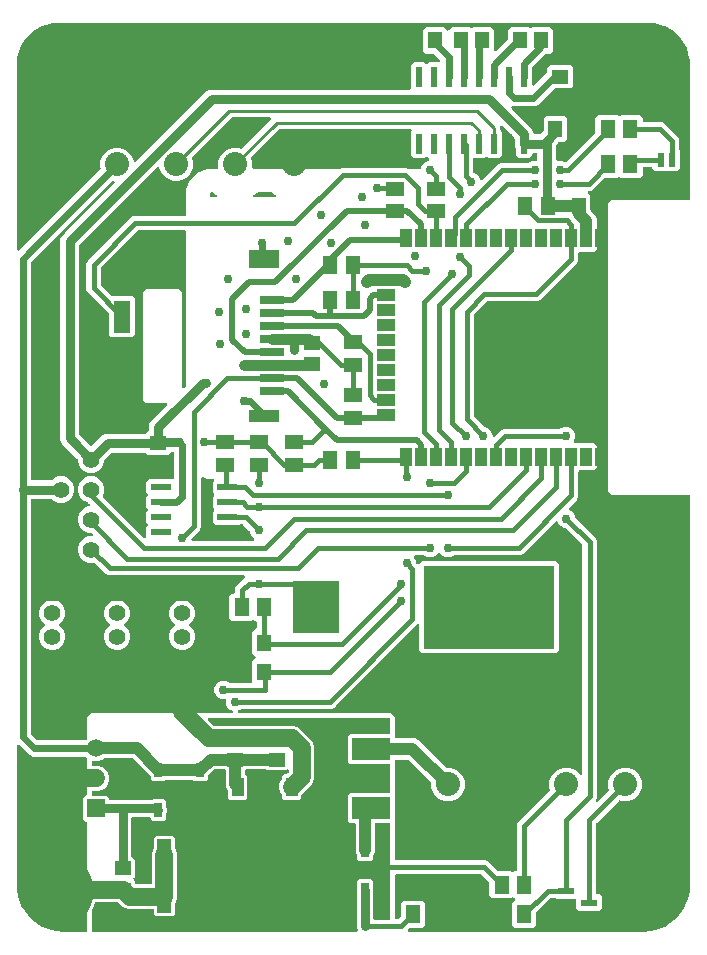
<source format=gbr>
G04 EAGLE Gerber RS-274X export*
G75*
%MOMM*%
%FSLAX34Y34*%
%LPD*%
%INTop Copper*%
%IPPOS*%
%AMOC8*
5,1,8,0,0,1.08239X$1,22.5*%
G01*
%ADD10R,1.000000X1.500000*%
%ADD11R,1.500000X1.000000*%
%ADD12R,6.000000X6.000000*%
%ADD13R,1.663700X0.533400*%
%ADD14R,0.558800X1.663700*%
%ADD15R,4.000000X4.500000*%
%ADD16R,3.261800X1.929100*%
%ADD17R,2.006600X0.762000*%
%ADD18R,1.447800X2.743200*%
%ADD19R,1.244600X1.244600*%
%ADD20R,2.641600X1.041400*%
%ADD21R,2.641600X1.549400*%
%ADD22C,1.422400*%
%ADD23R,1.450000X1.150000*%
%ADD24R,1.150000X2.700000*%
%ADD25R,1.300000X1.500000*%
%ADD26R,1.150000X1.450000*%
%ADD27R,1.500000X1.300000*%
%ADD28R,5.400000X6.200000*%
%ADD29R,1.000000X1.600000*%
%ADD30R,1.508000X1.508000*%
%ADD31C,1.508000*%
%ADD32R,0.730000X1.210000*%
%ADD33R,0.600000X1.200000*%
%ADD34C,2.032000*%
%ADD35R,1.397000X0.558800*%
%ADD36C,1.400000*%
%ADD37C,2.250000*%
%ADD38C,6.000000*%
%ADD39C,0.756400*%
%ADD40C,1.000000*%
%ADD41C,0.600000*%
%ADD42C,0.900000*%
%ADD43C,1.500000*%
%ADD44C,0.800000*%
%ADD45C,0.400000*%
%ADD46C,0.500000*%
%ADD47C,0.254000*%

G36*
X245979Y-385174D02*
X245979Y-385174D01*
X256025Y-383644D01*
X256108Y-383620D01*
X256192Y-383607D01*
X256321Y-383560D01*
X256331Y-383557D01*
X256335Y-383555D01*
X256343Y-383551D01*
X265651Y-379473D01*
X265725Y-379430D01*
X265803Y-379394D01*
X265915Y-379316D01*
X265924Y-379310D01*
X265927Y-379307D01*
X265935Y-379302D01*
X273870Y-372954D01*
X273930Y-372892D01*
X273996Y-372838D01*
X274084Y-372733D01*
X274091Y-372726D01*
X274094Y-372722D01*
X274099Y-372715D01*
X280121Y-364529D01*
X280142Y-364491D01*
X280170Y-364458D01*
X280188Y-364419D01*
X280213Y-364385D01*
X280271Y-364261D01*
X280276Y-364251D01*
X280277Y-364247D01*
X280281Y-364239D01*
X283979Y-354774D01*
X283990Y-354731D01*
X284008Y-354691D01*
X284046Y-354534D01*
X284900Y-349739D01*
X284901Y-349708D01*
X284909Y-349678D01*
X284919Y-349517D01*
X284919Y-16032D01*
X284904Y-15914D01*
X284897Y-15795D01*
X284884Y-15757D01*
X284879Y-15716D01*
X284836Y-15606D01*
X284799Y-15493D01*
X284777Y-15458D01*
X284762Y-15421D01*
X284693Y-15325D01*
X284629Y-15224D01*
X284599Y-15196D01*
X284576Y-15163D01*
X284484Y-15087D01*
X284397Y-15006D01*
X284362Y-14986D01*
X284331Y-14961D01*
X284223Y-14910D01*
X284119Y-14852D01*
X284079Y-14842D01*
X284043Y-14825D01*
X283926Y-14803D01*
X283811Y-14773D01*
X283751Y-14769D01*
X283731Y-14765D01*
X283710Y-14767D01*
X283650Y-14763D01*
X218027Y-14763D01*
X215237Y-11973D01*
X215237Y231973D01*
X218027Y234763D01*
X283650Y234763D01*
X283768Y234778D01*
X283887Y234785D01*
X283925Y234798D01*
X283966Y234803D01*
X284076Y234846D01*
X284189Y234883D01*
X284224Y234905D01*
X284261Y234920D01*
X284357Y234989D01*
X284458Y235053D01*
X284486Y235083D01*
X284519Y235106D01*
X284595Y235198D01*
X284676Y235285D01*
X284696Y235320D01*
X284721Y235351D01*
X284772Y235459D01*
X284830Y235563D01*
X284840Y235603D01*
X284857Y235639D01*
X284879Y235756D01*
X284909Y235871D01*
X284913Y235931D01*
X284917Y235951D01*
X284915Y235972D01*
X284919Y236032D01*
X284919Y350000D01*
X284917Y350021D01*
X284917Y350083D01*
X284629Y354475D01*
X284620Y354519D01*
X284620Y354563D01*
X284588Y354721D01*
X282315Y363206D01*
X282282Y363285D01*
X282259Y363368D01*
X282198Y363491D01*
X282194Y363500D01*
X282192Y363504D01*
X282188Y363512D01*
X277796Y371119D01*
X277744Y371188D01*
X277700Y371261D01*
X277610Y371364D01*
X277603Y371373D01*
X277600Y371375D01*
X277594Y371382D01*
X271382Y377594D01*
X271315Y377646D01*
X271253Y377706D01*
X271140Y377782D01*
X271131Y377789D01*
X271127Y377791D01*
X271119Y377796D01*
X263512Y382188D01*
X263433Y382221D01*
X263358Y382263D01*
X263229Y382307D01*
X263219Y382311D01*
X263214Y382312D01*
X263206Y382315D01*
X254721Y384588D01*
X254677Y384594D01*
X254635Y384608D01*
X254475Y384629D01*
X250083Y384917D01*
X250062Y384915D01*
X250000Y384919D01*
X-250000Y384919D01*
X-250021Y384917D01*
X-250083Y384917D01*
X-254475Y384629D01*
X-254519Y384620D01*
X-254563Y384620D01*
X-254721Y384588D01*
X-263206Y382315D01*
X-263285Y382282D01*
X-263368Y382259D01*
X-263491Y382198D01*
X-263500Y382194D01*
X-263504Y382192D01*
X-263512Y382188D01*
X-271119Y377796D01*
X-271188Y377744D01*
X-271261Y377700D01*
X-271364Y377610D01*
X-271373Y377603D01*
X-271375Y377600D01*
X-271382Y377594D01*
X-277594Y371382D01*
X-277646Y371315D01*
X-277706Y371253D01*
X-277782Y371140D01*
X-277789Y371131D01*
X-277791Y371127D01*
X-277796Y371119D01*
X-282188Y363512D01*
X-282221Y363433D01*
X-282263Y363358D01*
X-282307Y363229D01*
X-282311Y363219D01*
X-282312Y363214D01*
X-282315Y363206D01*
X-284588Y354721D01*
X-284594Y354677D01*
X-284608Y354635D01*
X-284629Y354475D01*
X-284686Y353596D01*
X-284769Y352327D01*
X-284770Y352327D01*
X-284770Y352326D01*
X-284917Y350083D01*
X-284915Y350062D01*
X-284919Y350000D01*
X-284919Y193159D01*
X-284902Y193022D01*
X-284889Y192883D01*
X-284882Y192864D01*
X-284879Y192844D01*
X-284828Y192715D01*
X-284781Y192584D01*
X-284770Y192567D01*
X-284762Y192548D01*
X-284681Y192436D01*
X-284603Y192321D01*
X-284587Y192307D01*
X-284576Y192291D01*
X-284468Y192202D01*
X-284364Y192110D01*
X-284346Y192101D01*
X-284331Y192088D01*
X-284205Y192029D01*
X-284081Y191966D01*
X-284061Y191961D01*
X-284043Y191953D01*
X-283907Y191927D01*
X-283771Y191896D01*
X-283750Y191897D01*
X-283731Y191893D01*
X-283592Y191901D01*
X-283453Y191906D01*
X-283433Y191911D01*
X-283413Y191913D01*
X-283281Y191955D01*
X-283147Y191994D01*
X-283130Y192004D01*
X-283111Y192011D01*
X-282993Y192085D01*
X-282873Y192156D01*
X-282852Y192174D01*
X-282842Y192181D01*
X-282828Y192196D01*
X-282753Y192262D01*
X-214452Y260563D01*
X-214434Y260586D01*
X-214411Y260605D01*
X-214336Y260711D01*
X-214257Y260814D01*
X-214245Y260841D01*
X-214228Y260865D01*
X-214182Y260987D01*
X-214130Y261106D01*
X-214126Y261135D01*
X-214115Y261163D01*
X-214101Y261292D01*
X-214081Y261420D01*
X-214083Y261450D01*
X-214080Y261479D01*
X-214098Y261607D01*
X-214110Y261737D01*
X-214120Y261765D01*
X-214124Y261794D01*
X-214177Y261946D01*
X-214275Y262183D01*
X-214275Y267817D01*
X-212119Y273021D01*
X-208135Y277005D01*
X-202931Y279161D01*
X-197297Y279161D01*
X-192093Y277005D01*
X-188109Y273021D01*
X-185961Y267836D01*
X-185936Y267792D01*
X-185920Y267746D01*
X-185858Y267655D01*
X-185804Y267559D01*
X-185769Y267524D01*
X-185741Y267483D01*
X-185659Y267410D01*
X-185582Y267331D01*
X-185540Y267305D01*
X-185503Y267272D01*
X-185405Y267222D01*
X-185311Y267165D01*
X-185264Y267150D01*
X-185219Y267127D01*
X-185112Y267103D01*
X-185007Y267071D01*
X-184958Y267069D01*
X-184909Y267058D01*
X-184799Y267061D01*
X-184690Y267056D01*
X-184641Y267066D01*
X-184591Y267067D01*
X-184486Y267098D01*
X-184378Y267120D01*
X-184333Y267142D01*
X-184286Y267156D01*
X-184191Y267212D01*
X-184092Y267260D01*
X-184055Y267292D01*
X-184012Y267317D01*
X-183891Y267424D01*
X-126961Y324353D01*
X-126961Y324354D01*
X-124532Y326783D01*
X-121591Y328001D01*
X47486Y328001D01*
X47604Y328016D01*
X47723Y328023D01*
X47761Y328036D01*
X47802Y328041D01*
X47912Y328084D01*
X48025Y328121D01*
X48060Y328143D01*
X48097Y328158D01*
X48193Y328227D01*
X48294Y328291D01*
X48322Y328321D01*
X48355Y328344D01*
X48431Y328436D01*
X48512Y328523D01*
X48532Y328558D01*
X48557Y328589D01*
X48608Y328697D01*
X48666Y328801D01*
X48676Y328841D01*
X48693Y328877D01*
X48715Y328994D01*
X48745Y329109D01*
X48749Y329169D01*
X48753Y329189D01*
X48751Y329210D01*
X48755Y329270D01*
X48755Y348933D01*
X51099Y351277D01*
X60001Y351277D01*
X61003Y350275D01*
X61097Y350202D01*
X61186Y350124D01*
X61222Y350105D01*
X61254Y350080D01*
X61363Y350033D01*
X61469Y349979D01*
X61508Y349970D01*
X61546Y349954D01*
X61663Y349935D01*
X61779Y349909D01*
X61820Y349911D01*
X61860Y349904D01*
X61978Y349915D01*
X62097Y349919D01*
X62136Y349930D01*
X62176Y349934D01*
X62288Y349974D01*
X62403Y350007D01*
X62438Y350028D01*
X62476Y350042D01*
X62574Y350109D01*
X62677Y350169D01*
X62722Y350209D01*
X62739Y350220D01*
X62752Y350236D01*
X62798Y350275D01*
X63799Y351277D01*
X72259Y351277D01*
X72396Y351294D01*
X72535Y351307D01*
X72554Y351314D01*
X72574Y351317D01*
X72703Y351368D01*
X72834Y351415D01*
X72851Y351426D01*
X72870Y351434D01*
X72982Y351515D01*
X73097Y351593D01*
X73111Y351609D01*
X73127Y351620D01*
X73216Y351728D01*
X73308Y351832D01*
X73317Y351850D01*
X73330Y351865D01*
X73389Y351991D01*
X73452Y352115D01*
X73457Y352135D01*
X73465Y352153D01*
X73491Y352289D01*
X73522Y352425D01*
X73521Y352446D01*
X73525Y352465D01*
X73517Y352604D01*
X73512Y352743D01*
X73507Y352763D01*
X73505Y352783D01*
X73463Y352915D01*
X73424Y353049D01*
X73414Y353066D01*
X73407Y353085D01*
X73333Y353203D01*
X73262Y353323D01*
X73244Y353344D01*
X73237Y353354D01*
X73222Y353368D01*
X73156Y353443D01*
X68222Y358378D01*
X68144Y358438D01*
X68072Y358506D01*
X68019Y358535D01*
X67971Y358572D01*
X67880Y358612D01*
X67793Y358660D01*
X67735Y358675D01*
X67679Y358699D01*
X67581Y358714D01*
X67485Y358739D01*
X67385Y358745D01*
X67365Y358749D01*
X67352Y358747D01*
X67324Y358749D01*
X61593Y358749D01*
X59249Y361093D01*
X59249Y378907D01*
X61593Y381251D01*
X76407Y381251D01*
X79103Y378555D01*
X79197Y378482D01*
X79286Y378404D01*
X79322Y378385D01*
X79354Y378360D01*
X79463Y378313D01*
X79569Y378259D01*
X79608Y378250D01*
X79646Y378234D01*
X79763Y378215D01*
X79879Y378189D01*
X79920Y378191D01*
X79960Y378184D01*
X80078Y378195D01*
X80197Y378199D01*
X80236Y378210D01*
X80276Y378214D01*
X80389Y378254D01*
X80503Y378287D01*
X80538Y378308D01*
X80576Y378322D01*
X80674Y378389D01*
X80777Y378449D01*
X80822Y378489D01*
X80839Y378500D01*
X80852Y378516D01*
X80898Y378555D01*
X83593Y381251D01*
X98407Y381251D01*
X99102Y380555D01*
X99196Y380483D01*
X99286Y380404D01*
X99322Y380385D01*
X99354Y380360D01*
X99463Y380313D01*
X99569Y380259D01*
X99608Y380250D01*
X99646Y380234D01*
X99763Y380215D01*
X99879Y380189D01*
X99920Y380191D01*
X99960Y380184D01*
X100078Y380195D01*
X100197Y380199D01*
X100236Y380210D01*
X100276Y380214D01*
X100389Y380254D01*
X100503Y380287D01*
X100537Y380308D01*
X100576Y380322D01*
X100674Y380389D01*
X100777Y380449D01*
X100822Y380489D01*
X100839Y380500D01*
X100852Y380516D01*
X100897Y380555D01*
X101593Y381251D01*
X116407Y381251D01*
X118751Y378907D01*
X118751Y361965D01*
X118768Y361828D01*
X118781Y361689D01*
X118788Y361670D01*
X118791Y361650D01*
X118842Y361521D01*
X118889Y361390D01*
X118900Y361373D01*
X118908Y361354D01*
X118989Y361242D01*
X119067Y361127D01*
X119083Y361113D01*
X119094Y361097D01*
X119202Y361008D01*
X119306Y360916D01*
X119324Y360907D01*
X119339Y360894D01*
X119465Y360835D01*
X119589Y360772D01*
X119609Y360767D01*
X119627Y360759D01*
X119763Y360732D01*
X119899Y360702D01*
X119920Y360703D01*
X119939Y360699D01*
X120078Y360707D01*
X120217Y360712D01*
X120237Y360717D01*
X120257Y360719D01*
X120389Y360761D01*
X120523Y360800D01*
X120540Y360810D01*
X120559Y360817D01*
X120677Y360891D01*
X120797Y360962D01*
X120818Y360980D01*
X120828Y360987D01*
X120842Y361002D01*
X120917Y361068D01*
X130878Y371028D01*
X130938Y371106D01*
X131006Y371178D01*
X131035Y371231D01*
X131072Y371279D01*
X131112Y371370D01*
X131160Y371457D01*
X131175Y371515D01*
X131199Y371571D01*
X131214Y371669D01*
X131239Y371765D01*
X131245Y371865D01*
X131249Y371885D01*
X131247Y371898D01*
X131249Y371926D01*
X131249Y378907D01*
X133593Y381251D01*
X148407Y381251D01*
X149102Y380555D01*
X149196Y380483D01*
X149286Y380404D01*
X149322Y380385D01*
X149354Y380360D01*
X149463Y380313D01*
X149569Y380259D01*
X149608Y380250D01*
X149646Y380234D01*
X149763Y380215D01*
X149879Y380189D01*
X149920Y380191D01*
X149960Y380184D01*
X150078Y380195D01*
X150197Y380199D01*
X150236Y380210D01*
X150276Y380214D01*
X150389Y380254D01*
X150503Y380287D01*
X150537Y380308D01*
X150576Y380322D01*
X150674Y380389D01*
X150777Y380449D01*
X150822Y380489D01*
X150839Y380500D01*
X150852Y380516D01*
X150897Y380555D01*
X151593Y381251D01*
X166407Y381251D01*
X168751Y378907D01*
X168751Y361093D01*
X166407Y358749D01*
X163418Y358749D01*
X163320Y358737D01*
X163221Y358734D01*
X163163Y358717D01*
X163103Y358709D01*
X163010Y358673D01*
X162915Y358645D01*
X162863Y358615D01*
X162807Y358592D01*
X162727Y358534D01*
X162641Y358484D01*
X162566Y358418D01*
X162549Y358406D01*
X162542Y358396D01*
X162521Y358378D01*
X151822Y347679D01*
X151762Y347601D01*
X151694Y347529D01*
X151665Y347476D01*
X151628Y347428D01*
X151588Y347337D01*
X151540Y347251D01*
X151525Y347192D01*
X151501Y347136D01*
X151486Y347038D01*
X151461Y346943D01*
X151455Y346843D01*
X151451Y346822D01*
X151453Y346810D01*
X151451Y346782D01*
X151451Y337565D01*
X151341Y337301D01*
X151339Y337292D01*
X151334Y337284D01*
X151297Y337139D01*
X151257Y336994D01*
X151257Y336985D01*
X151255Y336976D01*
X151245Y336815D01*
X151245Y332959D01*
X151262Y332822D01*
X151275Y332683D01*
X151282Y332664D01*
X151285Y332644D01*
X151336Y332515D01*
X151383Y332384D01*
X151394Y332367D01*
X151402Y332348D01*
X151483Y332236D01*
X151561Y332121D01*
X151577Y332107D01*
X151588Y332091D01*
X151696Y332002D01*
X151800Y331910D01*
X151818Y331901D01*
X151833Y331888D01*
X151959Y331829D01*
X152083Y331766D01*
X152103Y331761D01*
X152121Y331753D01*
X152257Y331727D01*
X152393Y331696D01*
X152414Y331697D01*
X152433Y331693D01*
X152572Y331701D01*
X152711Y331706D01*
X152731Y331711D01*
X152751Y331713D01*
X152883Y331755D01*
X153017Y331794D01*
X153034Y331804D01*
X153053Y331811D01*
X153171Y331885D01*
X153291Y331956D01*
X153312Y331974D01*
X153322Y331981D01*
X153336Y331996D01*
X153411Y332062D01*
X163378Y342028D01*
X163438Y342106D01*
X163506Y342178D01*
X163535Y342231D01*
X163572Y342279D01*
X163612Y342370D01*
X163660Y342457D01*
X163675Y342515D01*
X163699Y342571D01*
X163714Y342669D01*
X163739Y342765D01*
X163745Y342865D01*
X163749Y342885D01*
X163747Y342898D01*
X163749Y342926D01*
X163749Y346407D01*
X166093Y348751D01*
X183907Y348751D01*
X186251Y346407D01*
X186251Y331593D01*
X183907Y329249D01*
X170926Y329249D01*
X170827Y329237D01*
X170728Y329234D01*
X170670Y329217D01*
X170610Y329209D01*
X170518Y329173D01*
X170423Y329145D01*
X170371Y329115D01*
X170314Y329092D01*
X170234Y329034D01*
X170149Y328984D01*
X170074Y328918D01*
X170057Y328906D01*
X170049Y328896D01*
X170028Y328878D01*
X156466Y315315D01*
X153893Y314249D01*
X135130Y314249D01*
X134992Y314232D01*
X134853Y314219D01*
X134834Y314212D01*
X134814Y314209D01*
X134685Y314158D01*
X134554Y314111D01*
X134537Y314100D01*
X134518Y314092D01*
X134406Y314011D01*
X134291Y313933D01*
X134277Y313917D01*
X134261Y313906D01*
X134172Y313798D01*
X134080Y313694D01*
X134071Y313676D01*
X134058Y313661D01*
X133999Y313535D01*
X133936Y313411D01*
X133931Y313391D01*
X133923Y313373D01*
X133897Y313237D01*
X133866Y313101D01*
X133867Y313080D01*
X133863Y313061D01*
X133872Y312922D01*
X133876Y312783D01*
X133881Y312763D01*
X133883Y312743D01*
X133926Y312611D01*
X133964Y312477D01*
X133975Y312460D01*
X133981Y312441D01*
X134055Y312323D01*
X134126Y312203D01*
X134144Y312182D01*
X134151Y312172D01*
X134166Y312158D01*
X134232Y312083D01*
X151233Y295082D01*
X152451Y292141D01*
X152451Y291712D01*
X152466Y291594D01*
X152473Y291476D01*
X152486Y291437D01*
X152491Y291397D01*
X152534Y291286D01*
X152571Y291173D01*
X152593Y291139D01*
X152608Y291101D01*
X152677Y291005D01*
X152741Y290904D01*
X152771Y290877D01*
X152794Y290844D01*
X152886Y290768D01*
X152973Y290686D01*
X153008Y290667D01*
X153039Y290641D01*
X153147Y290590D01*
X153251Y290533D01*
X153291Y290523D01*
X153327Y290506D01*
X153444Y290483D01*
X153559Y290453D01*
X153619Y290450D01*
X153639Y290446D01*
X153660Y290447D01*
X153720Y290443D01*
X157468Y290443D01*
X157566Y290456D01*
X157665Y290459D01*
X157723Y290475D01*
X157783Y290483D01*
X157875Y290520D01*
X157970Y290547D01*
X158023Y290578D01*
X158079Y290600D01*
X158159Y290658D01*
X158244Y290709D01*
X158320Y290775D01*
X158336Y290787D01*
X158344Y290796D01*
X158365Y290815D01*
X159454Y291903D01*
X159454Y291904D01*
X160878Y293327D01*
X160938Y293406D01*
X161006Y293478D01*
X161035Y293531D01*
X161072Y293579D01*
X161112Y293669D01*
X161160Y293756D01*
X161175Y293815D01*
X161199Y293870D01*
X161214Y293968D01*
X161239Y294064D01*
X161245Y294164D01*
X161249Y294184D01*
X161247Y294197D01*
X161249Y294225D01*
X161249Y303907D01*
X163593Y306251D01*
X178407Y306251D01*
X180751Y303907D01*
X180751Y286093D01*
X178407Y283749D01*
X174455Y283749D01*
X174357Y283737D01*
X174258Y283734D01*
X174199Y283717D01*
X174139Y283709D01*
X174047Y283673D01*
X173952Y283645D01*
X173900Y283615D01*
X173844Y283592D01*
X173763Y283534D01*
X173678Y283484D01*
X173603Y283418D01*
X173586Y283406D01*
X173578Y283396D01*
X173557Y283378D01*
X172180Y282000D01*
X172119Y281922D01*
X172051Y281850D01*
X172022Y281797D01*
X171985Y281749D01*
X171946Y281658D01*
X171898Y281571D01*
X171883Y281513D01*
X171859Y281457D01*
X171843Y281359D01*
X171818Y281263D01*
X171812Y281163D01*
X171809Y281143D01*
X171810Y281131D01*
X171808Y281103D01*
X171808Y269001D01*
X171814Y268952D01*
X171812Y268902D01*
X171834Y268795D01*
X171848Y268686D01*
X171866Y268640D01*
X171876Y268591D01*
X171925Y268492D01*
X171965Y268390D01*
X171994Y268350D01*
X172016Y268305D01*
X172087Y268222D01*
X172152Y268133D01*
X172190Y268101D01*
X172223Y268063D01*
X172312Y268000D01*
X172397Y267930D01*
X172442Y267909D01*
X172483Y267880D01*
X172585Y267841D01*
X172685Y267795D01*
X172733Y267785D01*
X172780Y267768D01*
X172889Y267755D01*
X172997Y267735D01*
X173047Y267738D01*
X173096Y267732D01*
X173205Y267748D01*
X173314Y267755D01*
X173362Y267770D01*
X173411Y267777D01*
X173428Y267783D01*
X176548Y267783D01*
X178945Y266790D01*
X178974Y266782D01*
X179000Y266769D01*
X179127Y266740D01*
X179252Y266706D01*
X179282Y266705D01*
X179310Y266699D01*
X179440Y266703D01*
X179570Y266701D01*
X179599Y266708D01*
X179628Y266709D01*
X179753Y266745D01*
X179879Y266775D01*
X179905Y266789D01*
X179934Y266797D01*
X180046Y266863D01*
X180160Y266924D01*
X180182Y266943D01*
X180208Y266958D01*
X180329Y267065D01*
X204628Y291364D01*
X204688Y291442D01*
X204756Y291514D01*
X204785Y291567D01*
X204822Y291615D01*
X204862Y291706D01*
X204910Y291793D01*
X204925Y291851D01*
X204949Y291907D01*
X204964Y292005D01*
X204989Y292101D01*
X204995Y292201D01*
X204999Y292221D01*
X204997Y292233D01*
X204999Y292261D01*
X204999Y304157D01*
X207343Y306501D01*
X223657Y306501D01*
X224103Y306055D01*
X224197Y305982D01*
X224286Y305904D01*
X224322Y305885D01*
X224354Y305860D01*
X224463Y305813D01*
X224569Y305759D01*
X224608Y305750D01*
X224646Y305734D01*
X224763Y305715D01*
X224879Y305689D01*
X224920Y305691D01*
X224960Y305684D01*
X225078Y305695D01*
X225197Y305699D01*
X225236Y305710D01*
X225276Y305714D01*
X225388Y305754D01*
X225503Y305787D01*
X225538Y305808D01*
X225576Y305822D01*
X225674Y305889D01*
X225777Y305949D01*
X225822Y305989D01*
X225839Y306000D01*
X225852Y306016D01*
X225898Y306055D01*
X226343Y306501D01*
X242657Y306501D01*
X245001Y304157D01*
X245001Y302270D01*
X245016Y302152D01*
X245023Y302033D01*
X245036Y301995D01*
X245041Y301954D01*
X245084Y301844D01*
X245121Y301731D01*
X245143Y301696D01*
X245158Y301659D01*
X245227Y301563D01*
X245291Y301462D01*
X245321Y301434D01*
X245344Y301401D01*
X245436Y301325D01*
X245523Y301244D01*
X245558Y301224D01*
X245589Y301199D01*
X245697Y301148D01*
X245801Y301090D01*
X245841Y301080D01*
X245877Y301063D01*
X245994Y301041D01*
X246109Y301011D01*
X246169Y301007D01*
X246189Y301003D01*
X246210Y301005D01*
X246270Y301001D01*
X261194Y301001D01*
X263399Y300087D01*
X275087Y288399D01*
X276001Y286194D01*
X276001Y277933D01*
X276013Y277835D01*
X276016Y277736D01*
X276033Y277677D01*
X276041Y277617D01*
X276077Y277525D01*
X276105Y277430D01*
X276135Y277378D01*
X276158Y277322D01*
X276216Y277242D01*
X276266Y277156D01*
X276332Y277081D01*
X276344Y277064D01*
X276354Y277056D01*
X276373Y277035D01*
X276751Y276657D01*
X276751Y261343D01*
X274407Y258999D01*
X255593Y258999D01*
X253249Y261343D01*
X253249Y261730D01*
X253234Y261848D01*
X253227Y261967D01*
X253214Y262005D01*
X253209Y262046D01*
X253166Y262156D01*
X253129Y262269D01*
X253107Y262304D01*
X253092Y262341D01*
X253023Y262437D01*
X252959Y262538D01*
X252929Y262566D01*
X252906Y262599D01*
X252814Y262675D01*
X252727Y262756D01*
X252692Y262776D01*
X252661Y262801D01*
X252553Y262852D01*
X252449Y262910D01*
X252409Y262920D01*
X252373Y262937D01*
X252256Y262959D01*
X252141Y262989D01*
X252081Y262993D01*
X252061Y262997D01*
X252040Y262995D01*
X251980Y262999D01*
X246270Y262999D01*
X246152Y262984D01*
X246033Y262977D01*
X245995Y262964D01*
X245954Y262959D01*
X245844Y262916D01*
X245731Y262879D01*
X245696Y262857D01*
X245659Y262842D01*
X245563Y262773D01*
X245462Y262709D01*
X245434Y262679D01*
X245401Y262656D01*
X245325Y262564D01*
X245244Y262477D01*
X245224Y262442D01*
X245199Y262411D01*
X245148Y262303D01*
X245090Y262199D01*
X245080Y262159D01*
X245063Y262123D01*
X245041Y262006D01*
X245011Y261891D01*
X245007Y261831D01*
X245003Y261811D01*
X245005Y261790D01*
X245001Y261730D01*
X245001Y255843D01*
X242657Y253499D01*
X226343Y253499D01*
X225898Y253945D01*
X225804Y254017D01*
X225714Y254096D01*
X225678Y254115D01*
X225646Y254140D01*
X225537Y254187D01*
X225431Y254241D01*
X225392Y254250D01*
X225354Y254266D01*
X225237Y254285D01*
X225121Y254311D01*
X225080Y254309D01*
X225040Y254316D01*
X224922Y254305D01*
X224803Y254301D01*
X224764Y254290D01*
X224724Y254286D01*
X224612Y254246D01*
X224497Y254213D01*
X224462Y254192D01*
X224424Y254178D01*
X224326Y254112D01*
X224223Y254051D01*
X224178Y254011D01*
X224161Y254000D01*
X224148Y253984D01*
X224103Y253945D01*
X223657Y253499D01*
X213011Y253499D01*
X212913Y253487D01*
X212814Y253484D01*
X212756Y253467D01*
X212696Y253459D01*
X212604Y253423D01*
X212509Y253395D01*
X212456Y253365D01*
X212400Y253342D01*
X212320Y253284D01*
X212235Y253234D01*
X212159Y253168D01*
X212143Y253156D01*
X212135Y253146D01*
X212114Y253128D01*
X204516Y245529D01*
X202649Y243663D01*
X200444Y242749D01*
X199973Y242749D01*
X199835Y242732D01*
X199696Y242719D01*
X199677Y242712D01*
X199657Y242709D01*
X199528Y242658D01*
X199397Y242611D01*
X199380Y242600D01*
X199362Y242592D01*
X199249Y242511D01*
X199134Y242433D01*
X199121Y242417D01*
X199104Y242406D01*
X199015Y242298D01*
X198924Y242194D01*
X198914Y242176D01*
X198901Y242161D01*
X198842Y242035D01*
X198779Y241911D01*
X198775Y241891D01*
X198766Y241873D01*
X198740Y241737D01*
X198709Y241601D01*
X198710Y241580D01*
X198706Y241561D01*
X198715Y241422D01*
X198719Y241283D01*
X198725Y241263D01*
X198726Y241243D01*
X198769Y241111D01*
X198807Y240977D01*
X198818Y240960D01*
X198824Y240941D01*
X198899Y240823D01*
X198969Y240703D01*
X198988Y240682D01*
X198994Y240672D01*
X199009Y240658D01*
X199075Y240583D01*
X200751Y238907D01*
X200751Y226517D01*
X200763Y226419D01*
X200766Y226320D01*
X200783Y226262D01*
X200791Y226202D01*
X200827Y226110D01*
X200855Y226014D01*
X200885Y225962D01*
X200908Y225906D01*
X200966Y225826D01*
X201016Y225741D01*
X201082Y225665D01*
X201094Y225649D01*
X201104Y225641D01*
X201122Y225620D01*
X204770Y221972D01*
X206141Y218664D01*
X206141Y212343D01*
X206153Y212245D01*
X206156Y212146D01*
X206173Y212087D01*
X206181Y212027D01*
X206217Y211935D01*
X206245Y211840D01*
X206275Y211788D01*
X206298Y211732D01*
X206301Y211727D01*
X206301Y193343D01*
X203957Y190999D01*
X191870Y190999D01*
X191752Y190984D01*
X191633Y190977D01*
X191595Y190964D01*
X191554Y190959D01*
X191444Y190916D01*
X191331Y190879D01*
X191296Y190857D01*
X191259Y190842D01*
X191163Y190773D01*
X191062Y190709D01*
X191034Y190679D01*
X191001Y190656D01*
X190925Y190564D01*
X190844Y190477D01*
X190824Y190442D01*
X190799Y190411D01*
X190748Y190303D01*
X190690Y190199D01*
X190680Y190159D01*
X190663Y190123D01*
X190641Y190006D01*
X190611Y189891D01*
X190607Y189831D01*
X190603Y189811D01*
X190605Y189790D01*
X190601Y189730D01*
X190601Y183406D01*
X189687Y181201D01*
X158399Y149913D01*
X156194Y148999D01*
X113841Y148999D01*
X113743Y148987D01*
X113644Y148984D01*
X113585Y148967D01*
X113525Y148959D01*
X113433Y148923D01*
X113338Y148895D01*
X113286Y148865D01*
X113230Y148842D01*
X113150Y148784D01*
X113064Y148734D01*
X112989Y148668D01*
X112972Y148656D01*
X112964Y148646D01*
X112943Y148628D01*
X102332Y138017D01*
X102272Y137938D01*
X102204Y137866D01*
X102175Y137813D01*
X102138Y137765D01*
X102098Y137674D01*
X102050Y137588D01*
X102035Y137529D01*
X102011Y137474D01*
X101996Y137376D01*
X101971Y137280D01*
X101965Y137180D01*
X101961Y137159D01*
X101963Y137147D01*
X101961Y137119D01*
X101961Y52051D01*
X101973Y51953D01*
X101976Y51854D01*
X101993Y51796D01*
X102001Y51736D01*
X102037Y51644D01*
X102065Y51549D01*
X102095Y51496D01*
X102118Y51440D01*
X102176Y51360D01*
X102226Y51275D01*
X102292Y51199D01*
X102304Y51183D01*
X102314Y51175D01*
X102332Y51154D01*
X110332Y43154D01*
X110410Y43094D01*
X110482Y43026D01*
X110535Y42997D01*
X110583Y42960D01*
X110674Y42920D01*
X110761Y42872D01*
X110819Y42857D01*
X110875Y42833D01*
X110973Y42818D01*
X111069Y42793D01*
X111169Y42787D01*
X111189Y42783D01*
X111201Y42785D01*
X111229Y42783D01*
X111548Y42783D01*
X114409Y41598D01*
X116598Y39409D01*
X117783Y36548D01*
X117783Y35733D01*
X117800Y35596D01*
X117813Y35457D01*
X117820Y35438D01*
X117823Y35418D01*
X117874Y35289D01*
X117921Y35158D01*
X117932Y35141D01*
X117940Y35122D01*
X118021Y35010D01*
X118099Y34894D01*
X118115Y34881D01*
X118126Y34865D01*
X118234Y34776D01*
X118338Y34684D01*
X118356Y34675D01*
X118371Y34662D01*
X118497Y34603D01*
X118621Y34539D01*
X118641Y34535D01*
X118659Y34526D01*
X118795Y34500D01*
X118931Y34470D01*
X118952Y34470D01*
X118971Y34467D01*
X119110Y34475D01*
X119249Y34479D01*
X119269Y34485D01*
X119289Y34486D01*
X119421Y34529D01*
X119555Y34568D01*
X119572Y34578D01*
X119591Y34584D01*
X119709Y34659D01*
X119829Y34729D01*
X119850Y34748D01*
X119860Y34755D01*
X119874Y34770D01*
X119949Y34836D01*
X123334Y38221D01*
X125201Y40087D01*
X127406Y41001D01*
X174469Y41001D01*
X174567Y41013D01*
X174666Y41016D01*
X174724Y41033D01*
X174784Y41041D01*
X174876Y41077D01*
X174971Y41105D01*
X175023Y41135D01*
X175080Y41158D01*
X175160Y41216D01*
X175245Y41266D01*
X175321Y41332D01*
X175337Y41344D01*
X175345Y41354D01*
X175366Y41372D01*
X175591Y41598D01*
X178452Y42783D01*
X181548Y42783D01*
X184409Y41598D01*
X186598Y39409D01*
X187783Y36548D01*
X187783Y33452D01*
X186666Y30756D01*
X186653Y30708D01*
X186632Y30663D01*
X186611Y30555D01*
X186582Y30449D01*
X186581Y30399D01*
X186572Y30350D01*
X186579Y30241D01*
X186577Y30131D01*
X186589Y30083D01*
X186592Y30033D01*
X186625Y29929D01*
X186651Y29822D01*
X186674Y29778D01*
X186690Y29731D01*
X186748Y29638D01*
X186800Y29541D01*
X186833Y29504D01*
X186860Y29462D01*
X186940Y29387D01*
X187014Y29305D01*
X187055Y29278D01*
X187091Y29244D01*
X187188Y29191D01*
X187279Y29131D01*
X187326Y29114D01*
X187370Y29090D01*
X187476Y29063D01*
X187580Y29027D01*
X187630Y29023D01*
X187678Y29011D01*
X187839Y29001D01*
X203957Y29001D01*
X206301Y26657D01*
X206301Y8343D01*
X203957Y5999D01*
X191870Y5999D01*
X191752Y5984D01*
X191633Y5977D01*
X191595Y5964D01*
X191554Y5959D01*
X191444Y5916D01*
X191331Y5879D01*
X191296Y5857D01*
X191259Y5842D01*
X191163Y5773D01*
X191062Y5709D01*
X191034Y5679D01*
X191001Y5656D01*
X190925Y5564D01*
X190844Y5477D01*
X190824Y5442D01*
X190799Y5411D01*
X190748Y5303D01*
X190690Y5199D01*
X190680Y5159D01*
X190663Y5123D01*
X190641Y5006D01*
X190611Y4891D01*
X190607Y4831D01*
X190603Y4811D01*
X190605Y4790D01*
X190601Y4730D01*
X190601Y-16594D01*
X189687Y-18799D01*
X182694Y-25792D01*
X182663Y-25832D01*
X182627Y-25865D01*
X182566Y-25957D01*
X182499Y-26044D01*
X182479Y-26089D01*
X182452Y-26131D01*
X182416Y-26235D01*
X182373Y-26335D01*
X182365Y-26385D01*
X182349Y-26432D01*
X182340Y-26541D01*
X182323Y-26650D01*
X182327Y-26699D01*
X182324Y-26749D01*
X182342Y-26857D01*
X182353Y-26966D01*
X182369Y-27013D01*
X182378Y-27062D01*
X182423Y-27162D01*
X182460Y-27265D01*
X182488Y-27307D01*
X182509Y-27352D01*
X182577Y-27438D01*
X182639Y-27529D01*
X182676Y-27562D01*
X182707Y-27600D01*
X182795Y-27666D01*
X182877Y-27739D01*
X182921Y-27762D01*
X182961Y-27792D01*
X183106Y-27862D01*
X184409Y-28402D01*
X186598Y-30591D01*
X187783Y-33452D01*
X187783Y-33771D01*
X187795Y-33869D01*
X187798Y-33968D01*
X187815Y-34026D01*
X187823Y-34086D01*
X187859Y-34178D01*
X187887Y-34273D01*
X187917Y-34326D01*
X187940Y-34382D01*
X187998Y-34462D01*
X188048Y-34547D01*
X188114Y-34623D01*
X188126Y-34639D01*
X188136Y-34647D01*
X188154Y-34668D01*
X205087Y-51601D01*
X206001Y-53806D01*
X206001Y-271194D01*
X205308Y-272867D01*
X205289Y-272934D01*
X205262Y-272998D01*
X205248Y-273087D01*
X205224Y-273173D01*
X205223Y-273243D01*
X205212Y-273312D01*
X205220Y-273402D01*
X205219Y-273491D01*
X205235Y-273559D01*
X205242Y-273629D01*
X205272Y-273713D01*
X205293Y-273801D01*
X205326Y-273862D01*
X205349Y-273928D01*
X205400Y-274002D01*
X205442Y-274082D01*
X205489Y-274133D01*
X205528Y-274191D01*
X205595Y-274251D01*
X205656Y-274317D01*
X205714Y-274355D01*
X205766Y-274402D01*
X205846Y-274442D01*
X205921Y-274492D01*
X205987Y-274514D01*
X206049Y-274546D01*
X206137Y-274566D01*
X206222Y-274595D01*
X206292Y-274601D01*
X206360Y-274616D01*
X206449Y-274613D01*
X206539Y-274620D01*
X206608Y-274608D01*
X206678Y-274606D01*
X206764Y-274581D01*
X206852Y-274566D01*
X206916Y-274537D01*
X206983Y-274518D01*
X207060Y-274472D01*
X207142Y-274435D01*
X207197Y-274392D01*
X207257Y-274356D01*
X207378Y-274250D01*
X216191Y-265437D01*
X216209Y-265414D01*
X216231Y-265395D01*
X216306Y-265289D01*
X216386Y-265186D01*
X216397Y-265159D01*
X216414Y-265135D01*
X216460Y-265013D01*
X216512Y-264894D01*
X216516Y-264865D01*
X216527Y-264837D01*
X216541Y-264708D01*
X216562Y-264580D01*
X216559Y-264550D01*
X216562Y-264521D01*
X216544Y-264393D01*
X216532Y-264263D01*
X216522Y-264235D01*
X216518Y-264206D01*
X216466Y-264054D01*
X215953Y-262817D01*
X215953Y-257183D01*
X218109Y-251979D01*
X222093Y-247995D01*
X227297Y-245839D01*
X232931Y-245839D01*
X238135Y-247995D01*
X242119Y-251979D01*
X244275Y-257183D01*
X244275Y-262817D01*
X242119Y-268021D01*
X238135Y-272005D01*
X232931Y-274161D01*
X227297Y-274161D01*
X226060Y-273648D01*
X226032Y-273641D01*
X226005Y-273627D01*
X225878Y-273599D01*
X225753Y-273564D01*
X225724Y-273564D01*
X225695Y-273557D01*
X225565Y-273561D01*
X225435Y-273559D01*
X225407Y-273566D01*
X225377Y-273567D01*
X225253Y-273603D01*
X225126Y-273633D01*
X225100Y-273647D01*
X225072Y-273655D01*
X224960Y-273721D01*
X224845Y-273782D01*
X224823Y-273802D01*
X224798Y-273817D01*
X224677Y-273923D01*
X206151Y-292449D01*
X206091Y-292527D01*
X206023Y-292599D01*
X205994Y-292652D01*
X205957Y-292700D01*
X205917Y-292791D01*
X205869Y-292878D01*
X205854Y-292936D01*
X205830Y-292992D01*
X205815Y-293090D01*
X205790Y-293186D01*
X205784Y-293286D01*
X205780Y-293306D01*
X205782Y-293318D01*
X205780Y-293346D01*
X205780Y-351936D01*
X205795Y-352054D01*
X205802Y-352173D01*
X205815Y-352211D01*
X205820Y-352252D01*
X205863Y-352362D01*
X205900Y-352475D01*
X205922Y-352510D01*
X205937Y-352547D01*
X206006Y-352643D01*
X206070Y-352744D01*
X206100Y-352772D01*
X206123Y-352805D01*
X206215Y-352881D01*
X206302Y-352962D01*
X206337Y-352982D01*
X206368Y-353007D01*
X206476Y-353058D01*
X206580Y-353116D01*
X206620Y-353126D01*
X206656Y-353143D01*
X206773Y-353165D01*
X206888Y-353195D01*
X206948Y-353199D01*
X206968Y-353203D01*
X206989Y-353201D01*
X207049Y-353205D01*
X208421Y-353205D01*
X210765Y-355549D01*
X210765Y-364451D01*
X208421Y-366795D01*
X191137Y-366795D01*
X188793Y-364451D01*
X188793Y-357904D01*
X188778Y-357786D01*
X188771Y-357667D01*
X188758Y-357629D01*
X188753Y-357588D01*
X188710Y-357478D01*
X188673Y-357365D01*
X188651Y-357330D01*
X188636Y-357293D01*
X188567Y-357197D01*
X188503Y-357096D01*
X188473Y-357068D01*
X188450Y-357035D01*
X188358Y-356959D01*
X188271Y-356878D01*
X188236Y-356858D01*
X188205Y-356833D01*
X188097Y-356782D01*
X187993Y-356724D01*
X187953Y-356714D01*
X187917Y-356697D01*
X187800Y-356675D01*
X187685Y-356645D01*
X187625Y-356641D01*
X187605Y-356637D01*
X187584Y-356639D01*
X187524Y-356635D01*
X171579Y-356635D01*
X171157Y-356213D01*
X171078Y-356152D01*
X171006Y-356084D01*
X170953Y-356055D01*
X170905Y-356018D01*
X170814Y-355978D01*
X170728Y-355930D01*
X170669Y-355915D01*
X170614Y-355891D01*
X170515Y-355876D01*
X170420Y-355851D01*
X170320Y-355845D01*
X170299Y-355841D01*
X170287Y-355843D01*
X170259Y-355841D01*
X167671Y-355841D01*
X167573Y-355853D01*
X167474Y-355856D01*
X167416Y-355873D01*
X167356Y-355881D01*
X167264Y-355917D01*
X167169Y-355945D01*
X167116Y-355975D01*
X167060Y-355998D01*
X166980Y-356056D01*
X166895Y-356106D01*
X166819Y-356172D01*
X166803Y-356184D01*
X166795Y-356194D01*
X166774Y-356212D01*
X155372Y-367614D01*
X155312Y-367692D01*
X155244Y-367764D01*
X155215Y-367817D01*
X155178Y-367865D01*
X155138Y-367956D01*
X155090Y-368043D01*
X155075Y-368101D01*
X155051Y-368157D01*
X155036Y-368255D01*
X155011Y-368351D01*
X155005Y-368451D01*
X155001Y-368471D01*
X155003Y-368483D01*
X155001Y-368511D01*
X155001Y-379157D01*
X152657Y-381501D01*
X136343Y-381501D01*
X133999Y-379157D01*
X133999Y-360843D01*
X136445Y-358398D01*
X136518Y-358303D01*
X136596Y-358214D01*
X136615Y-358178D01*
X136640Y-358146D01*
X136687Y-358037D01*
X136741Y-357931D01*
X136750Y-357892D01*
X136766Y-357854D01*
X136785Y-357737D01*
X136811Y-357621D01*
X136809Y-357580D01*
X136816Y-357540D01*
X136805Y-357422D01*
X136801Y-357303D01*
X136790Y-357264D01*
X136786Y-357224D01*
X136746Y-357112D01*
X136713Y-356997D01*
X136692Y-356962D01*
X136678Y-356924D01*
X136611Y-356826D01*
X136551Y-356723D01*
X136511Y-356678D01*
X136500Y-356661D01*
X136484Y-356648D01*
X136445Y-356603D01*
X135898Y-356055D01*
X135803Y-355982D01*
X135714Y-355904D01*
X135678Y-355885D01*
X135646Y-355860D01*
X135537Y-355813D01*
X135431Y-355759D01*
X135392Y-355750D01*
X135354Y-355734D01*
X135237Y-355715D01*
X135121Y-355689D01*
X135080Y-355691D01*
X135040Y-355684D01*
X134922Y-355695D01*
X134803Y-355699D01*
X134764Y-355710D01*
X134724Y-355714D01*
X134612Y-355754D01*
X134497Y-355787D01*
X134462Y-355808D01*
X134424Y-355822D01*
X134326Y-355888D01*
X134223Y-355949D01*
X134178Y-355989D01*
X134161Y-356000D01*
X134148Y-356016D01*
X134103Y-356055D01*
X133657Y-356501D01*
X117343Y-356501D01*
X114999Y-354157D01*
X114999Y-343511D01*
X114987Y-343413D01*
X114984Y-343314D01*
X114967Y-343256D01*
X114959Y-343196D01*
X114923Y-343104D01*
X114895Y-343009D01*
X114865Y-342956D01*
X114842Y-342900D01*
X114784Y-342820D01*
X114734Y-342735D01*
X114668Y-342659D01*
X114656Y-342643D01*
X114646Y-342635D01*
X114628Y-342614D01*
X108386Y-336372D01*
X108308Y-336312D01*
X108236Y-336244D01*
X108183Y-336215D01*
X108135Y-336178D01*
X108044Y-336138D01*
X107957Y-336090D01*
X107899Y-336075D01*
X107843Y-336051D01*
X107745Y-336036D01*
X107649Y-336011D01*
X107549Y-336005D01*
X107529Y-336001D01*
X107517Y-336003D01*
X107489Y-336001D01*
X36540Y-336001D01*
X36422Y-336016D01*
X36303Y-336023D01*
X36265Y-336036D01*
X36224Y-336041D01*
X36114Y-336084D01*
X36001Y-336121D01*
X35966Y-336143D01*
X35929Y-336158D01*
X35833Y-336227D01*
X35732Y-336291D01*
X35704Y-336321D01*
X35671Y-336344D01*
X35595Y-336436D01*
X35514Y-336523D01*
X35494Y-336558D01*
X35469Y-336589D01*
X35418Y-336697D01*
X35360Y-336801D01*
X35350Y-336841D01*
X35333Y-336877D01*
X35311Y-336994D01*
X35281Y-337109D01*
X35277Y-337169D01*
X35273Y-337189D01*
X35275Y-337210D01*
X35271Y-337270D01*
X35271Y-372730D01*
X35286Y-372848D01*
X35293Y-372967D01*
X35306Y-373005D01*
X35311Y-373046D01*
X35354Y-373156D01*
X35391Y-373269D01*
X35413Y-373304D01*
X35428Y-373341D01*
X35497Y-373437D01*
X35561Y-373538D01*
X35591Y-373566D01*
X35614Y-373599D01*
X35706Y-373675D01*
X35793Y-373756D01*
X35828Y-373776D01*
X35859Y-373801D01*
X35967Y-373852D01*
X36071Y-373910D01*
X36111Y-373920D01*
X36147Y-373937D01*
X36264Y-373959D01*
X36379Y-373989D01*
X36439Y-373993D01*
X36459Y-373997D01*
X36480Y-373995D01*
X36540Y-373999D01*
X37489Y-373999D01*
X37587Y-373987D01*
X37686Y-373984D01*
X37744Y-373967D01*
X37804Y-373959D01*
X37896Y-373923D01*
X37991Y-373895D01*
X38044Y-373865D01*
X38100Y-373842D01*
X38180Y-373784D01*
X38265Y-373734D01*
X38341Y-373668D01*
X38357Y-373656D01*
X38365Y-373646D01*
X38386Y-373628D01*
X39628Y-372386D01*
X39688Y-372308D01*
X39756Y-372236D01*
X39785Y-372183D01*
X39822Y-372135D01*
X39862Y-372044D01*
X39910Y-371957D01*
X39925Y-371899D01*
X39949Y-371843D01*
X39964Y-371745D01*
X39989Y-371649D01*
X39995Y-371549D01*
X39999Y-371529D01*
X39997Y-371517D01*
X39999Y-371489D01*
X39999Y-360843D01*
X42343Y-358499D01*
X58657Y-358499D01*
X61001Y-360843D01*
X61001Y-379157D01*
X58657Y-381501D01*
X48011Y-381501D01*
X47913Y-381513D01*
X47814Y-381516D01*
X47756Y-381533D01*
X47696Y-381541D01*
X47604Y-381577D01*
X47509Y-381605D01*
X47456Y-381635D01*
X47400Y-381658D01*
X47320Y-381716D01*
X47235Y-381766D01*
X47159Y-381832D01*
X47143Y-381844D01*
X47135Y-381854D01*
X47114Y-381872D01*
X46234Y-382753D01*
X46149Y-382862D01*
X46060Y-382969D01*
X46051Y-382988D01*
X46039Y-383004D01*
X45984Y-383132D01*
X45924Y-383257D01*
X45921Y-383277D01*
X45912Y-383296D01*
X45891Y-383434D01*
X45865Y-383570D01*
X45866Y-383590D01*
X45863Y-383610D01*
X45876Y-383749D01*
X45884Y-383887D01*
X45891Y-383906D01*
X45892Y-383926D01*
X45940Y-384057D01*
X45982Y-384189D01*
X45993Y-384207D01*
X46000Y-384226D01*
X46078Y-384341D01*
X46153Y-384458D01*
X46167Y-384472D01*
X46179Y-384489D01*
X46283Y-384581D01*
X46384Y-384676D01*
X46402Y-384686D01*
X46417Y-384699D01*
X46541Y-384762D01*
X46663Y-384830D01*
X46682Y-384835D01*
X46700Y-384844D01*
X46836Y-384874D01*
X46971Y-384909D01*
X46999Y-384911D01*
X47011Y-384914D01*
X47031Y-384913D01*
X47131Y-384919D01*
X239098Y-384919D01*
X239196Y-384907D01*
X239295Y-384904D01*
X239394Y-384882D01*
X239414Y-384879D01*
X239425Y-384875D01*
X239452Y-384869D01*
X239557Y-384839D01*
X240212Y-384912D01*
X240226Y-384911D01*
X240352Y-384919D01*
X241041Y-384919D01*
X241086Y-384932D01*
X241220Y-384973D01*
X241247Y-384976D01*
X241258Y-384979D01*
X241278Y-384979D01*
X241380Y-384990D01*
X245731Y-385187D01*
X245775Y-385183D01*
X245819Y-385188D01*
X245979Y-385174D01*
G37*
G36*
X-227248Y-222587D02*
X-227248Y-222587D01*
X-227149Y-222584D01*
X-227091Y-222567D01*
X-227031Y-222559D01*
X-226938Y-222523D01*
X-226843Y-222495D01*
X-226791Y-222465D01*
X-226735Y-222442D01*
X-226655Y-222384D01*
X-226569Y-222334D01*
X-226494Y-222268D01*
X-226478Y-222256D01*
X-226470Y-222246D01*
X-226449Y-222228D01*
X-225642Y-221421D01*
X-225582Y-221343D01*
X-225514Y-221271D01*
X-225485Y-221218D01*
X-225448Y-221170D01*
X-225408Y-221079D01*
X-225360Y-220993D01*
X-225345Y-220934D01*
X-225321Y-220878D01*
X-225306Y-220780D01*
X-225281Y-220685D01*
X-225275Y-220585D01*
X-225271Y-220564D01*
X-225273Y-220552D01*
X-225271Y-220524D01*
X-225271Y-203952D01*
X-224468Y-202014D01*
X-222986Y-200532D01*
X-221048Y-199729D01*
X-103230Y-199729D01*
X-103160Y-199721D01*
X-103091Y-199722D01*
X-103003Y-199701D01*
X-102914Y-199689D01*
X-102849Y-199664D01*
X-102781Y-199647D01*
X-102702Y-199605D01*
X-102618Y-199572D01*
X-102562Y-199531D01*
X-102500Y-199499D01*
X-102434Y-199438D01*
X-102361Y-199386D01*
X-102317Y-199332D01*
X-102265Y-199285D01*
X-102216Y-199210D01*
X-102158Y-199141D01*
X-102129Y-199077D01*
X-102090Y-199019D01*
X-102061Y-198934D01*
X-102023Y-198853D01*
X-102010Y-198784D01*
X-101987Y-198718D01*
X-101980Y-198629D01*
X-101963Y-198541D01*
X-101967Y-198471D01*
X-101962Y-198401D01*
X-101977Y-198313D01*
X-101983Y-198223D01*
X-102004Y-198157D01*
X-102016Y-198088D01*
X-102053Y-198006D01*
X-102081Y-197921D01*
X-102118Y-197862D01*
X-102147Y-197798D01*
X-102203Y-197728D01*
X-102251Y-197652D01*
X-102302Y-197604D01*
X-102345Y-197550D01*
X-102417Y-197495D01*
X-102483Y-197434D01*
X-102544Y-197400D01*
X-102599Y-197358D01*
X-102744Y-197287D01*
X-104409Y-196598D01*
X-106598Y-194409D01*
X-107783Y-191548D01*
X-107783Y-189052D01*
X-107798Y-188934D01*
X-107805Y-188815D01*
X-107818Y-188777D01*
X-107823Y-188736D01*
X-107866Y-188626D01*
X-107903Y-188513D01*
X-107925Y-188478D01*
X-107940Y-188441D01*
X-108009Y-188345D01*
X-108073Y-188244D01*
X-108103Y-188216D01*
X-108126Y-188183D01*
X-108218Y-188107D01*
X-108305Y-188026D01*
X-108340Y-188006D01*
X-108371Y-187981D01*
X-108479Y-187930D01*
X-108583Y-187872D01*
X-108623Y-187862D01*
X-108659Y-187845D01*
X-108776Y-187823D01*
X-108891Y-187793D01*
X-108951Y-187789D01*
X-108971Y-187785D01*
X-108992Y-187787D01*
X-109052Y-187783D01*
X-111548Y-187783D01*
X-114409Y-186598D01*
X-116598Y-184409D01*
X-117783Y-181548D01*
X-117783Y-178452D01*
X-116598Y-175591D01*
X-114409Y-173402D01*
X-111548Y-172217D01*
X-108452Y-172217D01*
X-105591Y-173402D01*
X-105366Y-173628D01*
X-105288Y-173688D01*
X-105216Y-173756D01*
X-105163Y-173785D01*
X-105115Y-173822D01*
X-105024Y-173862D01*
X-104937Y-173910D01*
X-104879Y-173925D01*
X-104823Y-173949D01*
X-104725Y-173964D01*
X-104629Y-173989D01*
X-104529Y-173995D01*
X-104509Y-173999D01*
X-104497Y-173997D01*
X-104469Y-173999D01*
X-87020Y-173999D01*
X-86902Y-173984D01*
X-86783Y-173977D01*
X-86745Y-173964D01*
X-86704Y-173959D01*
X-86594Y-173916D01*
X-86481Y-173879D01*
X-86446Y-173857D01*
X-86409Y-173842D01*
X-86313Y-173773D01*
X-86212Y-173709D01*
X-86184Y-173679D01*
X-86151Y-173656D01*
X-86075Y-173564D01*
X-85994Y-173477D01*
X-85974Y-173442D01*
X-85949Y-173411D01*
X-85898Y-173303D01*
X-85840Y-173199D01*
X-85830Y-173159D01*
X-85813Y-173123D01*
X-85791Y-173006D01*
X-85761Y-172891D01*
X-85757Y-172831D01*
X-85753Y-172811D01*
X-85755Y-172790D01*
X-85751Y-172730D01*
X-85751Y-156093D01*
X-83055Y-153397D01*
X-82982Y-153303D01*
X-82904Y-153214D01*
X-82885Y-153178D01*
X-82860Y-153146D01*
X-82813Y-153037D01*
X-82759Y-152931D01*
X-82750Y-152892D01*
X-82734Y-152854D01*
X-82715Y-152737D01*
X-82689Y-152621D01*
X-82691Y-152580D01*
X-82684Y-152540D01*
X-82695Y-152422D01*
X-82699Y-152303D01*
X-82710Y-152264D01*
X-82714Y-152224D01*
X-82754Y-152111D01*
X-82787Y-151997D01*
X-82808Y-151962D01*
X-82822Y-151924D01*
X-82889Y-151826D01*
X-82949Y-151723D01*
X-82989Y-151678D01*
X-83000Y-151661D01*
X-83016Y-151648D01*
X-83055Y-151602D01*
X-85751Y-148907D01*
X-85751Y-131093D01*
X-83407Y-128749D01*
X-83270Y-128749D01*
X-83152Y-128734D01*
X-83033Y-128727D01*
X-82995Y-128714D01*
X-82954Y-128709D01*
X-82844Y-128666D01*
X-82731Y-128629D01*
X-82696Y-128607D01*
X-82659Y-128592D01*
X-82563Y-128523D01*
X-82462Y-128459D01*
X-82434Y-128429D01*
X-82401Y-128406D01*
X-82325Y-128314D01*
X-82244Y-128227D01*
X-82224Y-128192D01*
X-82199Y-128161D01*
X-82148Y-128053D01*
X-82090Y-127949D01*
X-82080Y-127909D01*
X-82063Y-127873D01*
X-82041Y-127756D01*
X-82011Y-127641D01*
X-82007Y-127581D01*
X-82003Y-127561D01*
X-82005Y-127540D01*
X-82001Y-127480D01*
X-82001Y-122770D01*
X-82016Y-122652D01*
X-82023Y-122533D01*
X-82036Y-122495D01*
X-82041Y-122454D01*
X-82084Y-122344D01*
X-82121Y-122231D01*
X-82143Y-122196D01*
X-82158Y-122159D01*
X-82227Y-122063D01*
X-82291Y-121962D01*
X-82321Y-121934D01*
X-82344Y-121901D01*
X-82436Y-121825D01*
X-82523Y-121744D01*
X-82558Y-121724D01*
X-82589Y-121699D01*
X-82697Y-121648D01*
X-82801Y-121590D01*
X-82841Y-121580D01*
X-82877Y-121563D01*
X-82994Y-121541D01*
X-83109Y-121511D01*
X-83169Y-121507D01*
X-83189Y-121503D01*
X-83210Y-121505D01*
X-83270Y-121501D01*
X-83657Y-121501D01*
X-84103Y-121055D01*
X-84197Y-120982D01*
X-84286Y-120904D01*
X-84322Y-120885D01*
X-84354Y-120860D01*
X-84463Y-120813D01*
X-84569Y-120759D01*
X-84608Y-120750D01*
X-84646Y-120734D01*
X-84763Y-120715D01*
X-84879Y-120689D01*
X-84920Y-120691D01*
X-84960Y-120684D01*
X-85078Y-120695D01*
X-85197Y-120699D01*
X-85236Y-120710D01*
X-85276Y-120714D01*
X-85388Y-120754D01*
X-85503Y-120787D01*
X-85538Y-120808D01*
X-85576Y-120822D01*
X-85674Y-120889D01*
X-85777Y-120949D01*
X-85822Y-120989D01*
X-85839Y-121000D01*
X-85852Y-121016D01*
X-85898Y-121055D01*
X-86343Y-121501D01*
X-102657Y-121501D01*
X-105001Y-119157D01*
X-105001Y-100843D01*
X-102657Y-98499D01*
X-101770Y-98499D01*
X-101652Y-98484D01*
X-101533Y-98477D01*
X-101495Y-98464D01*
X-101454Y-98459D01*
X-101344Y-98416D01*
X-101231Y-98379D01*
X-101196Y-98357D01*
X-101159Y-98342D01*
X-101063Y-98273D01*
X-100962Y-98209D01*
X-100934Y-98179D01*
X-100901Y-98156D01*
X-100825Y-98064D01*
X-100744Y-97977D01*
X-100724Y-97942D01*
X-100699Y-97911D01*
X-100648Y-97803D01*
X-100590Y-97699D01*
X-100580Y-97659D01*
X-100563Y-97623D01*
X-100541Y-97506D01*
X-100511Y-97391D01*
X-100507Y-97331D01*
X-100503Y-97311D01*
X-100505Y-97290D01*
X-100501Y-97230D01*
X-100501Y-94556D01*
X-99587Y-92351D01*
X-92364Y-85127D01*
X-92279Y-85018D01*
X-92190Y-84911D01*
X-92181Y-84892D01*
X-92169Y-84876D01*
X-92113Y-84748D01*
X-92054Y-84623D01*
X-92051Y-84603D01*
X-92042Y-84584D01*
X-92021Y-84446D01*
X-91995Y-84310D01*
X-91996Y-84290D01*
X-91993Y-84270D01*
X-92006Y-84131D01*
X-92014Y-83993D01*
X-92021Y-83974D01*
X-92022Y-83954D01*
X-92070Y-83822D01*
X-92112Y-83691D01*
X-92123Y-83673D01*
X-92130Y-83654D01*
X-92208Y-83539D01*
X-92283Y-83422D01*
X-92297Y-83408D01*
X-92309Y-83391D01*
X-92413Y-83299D01*
X-92514Y-83204D01*
X-92532Y-83194D01*
X-92547Y-83181D01*
X-92671Y-83117D01*
X-92793Y-83050D01*
X-92812Y-83045D01*
X-92830Y-83036D01*
X-92966Y-83006D01*
X-93101Y-82971D01*
X-93129Y-82969D01*
X-93141Y-82966D01*
X-93161Y-82967D01*
X-93261Y-82961D01*
X-207534Y-82961D01*
X-209739Y-82047D01*
X-211606Y-80181D01*
X-219102Y-72684D01*
X-219180Y-72624D01*
X-219252Y-72556D01*
X-219305Y-72527D01*
X-219353Y-72490D01*
X-219444Y-72450D01*
X-219531Y-72402D01*
X-219589Y-72387D01*
X-219645Y-72363D01*
X-219743Y-72348D01*
X-219839Y-72323D01*
X-219939Y-72317D01*
X-219959Y-72313D01*
X-219971Y-72315D01*
X-219999Y-72313D01*
X-224311Y-72313D01*
X-228395Y-70621D01*
X-231521Y-67495D01*
X-233213Y-63411D01*
X-233213Y-58989D01*
X-231521Y-54905D01*
X-228395Y-51779D01*
X-224311Y-50087D01*
X-221463Y-50087D01*
X-221326Y-50070D01*
X-221187Y-50057D01*
X-221168Y-50050D01*
X-221148Y-50047D01*
X-221019Y-49996D01*
X-220888Y-49949D01*
X-220871Y-49938D01*
X-220852Y-49930D01*
X-220740Y-49849D01*
X-220625Y-49771D01*
X-220611Y-49755D01*
X-220595Y-49744D01*
X-220506Y-49636D01*
X-220414Y-49532D01*
X-220405Y-49514D01*
X-220392Y-49499D01*
X-220333Y-49373D01*
X-220269Y-49249D01*
X-220265Y-49229D01*
X-220256Y-49211D01*
X-220230Y-49075D01*
X-220200Y-48939D01*
X-220200Y-48918D01*
X-220197Y-48899D01*
X-220205Y-48760D01*
X-220209Y-48621D01*
X-220215Y-48601D01*
X-220216Y-48581D01*
X-220259Y-48449D01*
X-220298Y-48315D01*
X-220308Y-48298D01*
X-220314Y-48279D01*
X-220389Y-48161D01*
X-220459Y-48041D01*
X-220478Y-48020D01*
X-220485Y-48010D01*
X-220499Y-47996D01*
X-220566Y-47921D01*
X-221202Y-47284D01*
X-221280Y-47224D01*
X-221352Y-47156D01*
X-221405Y-47127D01*
X-221453Y-47090D01*
X-221544Y-47050D01*
X-221631Y-47002D01*
X-221689Y-46987D01*
X-221745Y-46963D01*
X-221843Y-46948D01*
X-221939Y-46923D01*
X-222039Y-46917D01*
X-222059Y-46913D01*
X-222071Y-46915D01*
X-222099Y-46913D01*
X-224311Y-46913D01*
X-228395Y-45221D01*
X-231521Y-42095D01*
X-233213Y-38011D01*
X-233213Y-33589D01*
X-231521Y-29505D01*
X-228395Y-26379D01*
X-224287Y-24678D01*
X-224226Y-24670D01*
X-224087Y-24657D01*
X-224068Y-24650D01*
X-224048Y-24647D01*
X-223919Y-24596D01*
X-223788Y-24549D01*
X-223771Y-24538D01*
X-223752Y-24530D01*
X-223640Y-24449D01*
X-223525Y-24371D01*
X-223511Y-24355D01*
X-223495Y-24344D01*
X-223406Y-24236D01*
X-223314Y-24132D01*
X-223305Y-24114D01*
X-223292Y-24099D01*
X-223233Y-23973D01*
X-223169Y-23849D01*
X-223165Y-23829D01*
X-223156Y-23811D01*
X-223130Y-23675D01*
X-223100Y-23539D01*
X-223100Y-23518D01*
X-223097Y-23499D01*
X-223105Y-23360D01*
X-223109Y-23221D01*
X-223115Y-23201D01*
X-223116Y-23181D01*
X-223159Y-23049D01*
X-223198Y-22915D01*
X-223208Y-22898D01*
X-223214Y-22879D01*
X-223289Y-22761D01*
X-223359Y-22641D01*
X-223378Y-22620D01*
X-223385Y-22610D01*
X-223399Y-22596D01*
X-223466Y-22521D01*
X-224410Y-21576D01*
X-224418Y-21570D01*
X-224424Y-21563D01*
X-224543Y-21473D01*
X-224662Y-21381D01*
X-224670Y-21377D01*
X-224678Y-21372D01*
X-224822Y-21301D01*
X-228395Y-19821D01*
X-231521Y-16695D01*
X-233213Y-12611D01*
X-233213Y-8189D01*
X-231521Y-4105D01*
X-228395Y-979D01*
X-224311Y713D01*
X-219889Y713D01*
X-215805Y-979D01*
X-212679Y-4105D01*
X-210987Y-8189D01*
X-210987Y-12611D01*
X-212249Y-15657D01*
X-212257Y-15685D01*
X-212270Y-15711D01*
X-212299Y-15838D01*
X-212333Y-15963D01*
X-212333Y-15993D01*
X-212340Y-16022D01*
X-212336Y-16151D01*
X-212338Y-16281D01*
X-212331Y-16310D01*
X-212330Y-16340D01*
X-212294Y-16464D01*
X-212264Y-16591D01*
X-212250Y-16617D01*
X-212242Y-16645D01*
X-212176Y-16757D01*
X-212115Y-16872D01*
X-212095Y-16894D01*
X-212080Y-16919D01*
X-211974Y-17040D01*
X-177743Y-51270D01*
X-177634Y-51355D01*
X-177527Y-51444D01*
X-177508Y-51453D01*
X-177492Y-51465D01*
X-177364Y-51521D01*
X-177239Y-51580D01*
X-177219Y-51583D01*
X-177200Y-51592D01*
X-177062Y-51613D01*
X-176926Y-51639D01*
X-176906Y-51638D01*
X-176886Y-51641D01*
X-176747Y-51628D01*
X-176609Y-51620D01*
X-176590Y-51613D01*
X-176570Y-51612D01*
X-176438Y-51564D01*
X-176307Y-51522D01*
X-176289Y-51511D01*
X-176270Y-51504D01*
X-176155Y-51426D01*
X-176038Y-51351D01*
X-176024Y-51337D01*
X-176007Y-51325D01*
X-175915Y-51221D01*
X-175820Y-51120D01*
X-175810Y-51102D01*
X-175797Y-51087D01*
X-175733Y-50963D01*
X-175666Y-50841D01*
X-175661Y-50822D01*
X-175652Y-50804D01*
X-175622Y-50668D01*
X-175587Y-50533D01*
X-175585Y-50505D01*
X-175582Y-50493D01*
X-175583Y-50473D01*
X-175577Y-50373D01*
X-175577Y-42226D01*
X-174448Y-41097D01*
X-174375Y-41003D01*
X-174297Y-40914D01*
X-174278Y-40878D01*
X-174253Y-40846D01*
X-174206Y-40737D01*
X-174152Y-40631D01*
X-174143Y-40592D01*
X-174127Y-40554D01*
X-174108Y-40437D01*
X-174082Y-40321D01*
X-174084Y-40280D01*
X-174077Y-40240D01*
X-174088Y-40122D01*
X-174092Y-40003D01*
X-174103Y-39964D01*
X-174107Y-39924D01*
X-174147Y-39812D01*
X-174180Y-39697D01*
X-174201Y-39662D01*
X-174215Y-39624D01*
X-174282Y-39526D01*
X-174342Y-39423D01*
X-174382Y-39378D01*
X-174393Y-39361D01*
X-174409Y-39348D01*
X-174448Y-39302D01*
X-175577Y-38174D01*
X-175577Y-29526D01*
X-174448Y-28397D01*
X-174375Y-28303D01*
X-174297Y-28214D01*
X-174278Y-28178D01*
X-174253Y-28146D01*
X-174206Y-28037D01*
X-174152Y-27931D01*
X-174143Y-27892D01*
X-174127Y-27854D01*
X-174108Y-27737D01*
X-174082Y-27621D01*
X-174084Y-27580D01*
X-174077Y-27540D01*
X-174088Y-27422D01*
X-174092Y-27303D01*
X-174103Y-27264D01*
X-174107Y-27224D01*
X-174147Y-27112D01*
X-174180Y-26997D01*
X-174201Y-26962D01*
X-174215Y-26924D01*
X-174282Y-26826D01*
X-174342Y-26723D01*
X-174382Y-26678D01*
X-174393Y-26661D01*
X-174409Y-26648D01*
X-174448Y-26602D01*
X-175577Y-25474D01*
X-175577Y-16826D01*
X-174448Y-15697D01*
X-174375Y-15603D01*
X-174297Y-15514D01*
X-174278Y-15478D01*
X-174253Y-15446D01*
X-174206Y-15337D01*
X-174152Y-15231D01*
X-174143Y-15192D01*
X-174127Y-15154D01*
X-174108Y-15037D01*
X-174082Y-14921D01*
X-174084Y-14880D01*
X-174077Y-14840D01*
X-174088Y-14722D01*
X-174092Y-14603D01*
X-174103Y-14564D01*
X-174107Y-14524D01*
X-174147Y-14412D01*
X-174180Y-14297D01*
X-174201Y-14262D01*
X-174215Y-14224D01*
X-174282Y-14126D01*
X-174342Y-14023D01*
X-174382Y-13978D01*
X-174393Y-13961D01*
X-174409Y-13948D01*
X-174448Y-13902D01*
X-175577Y-12774D01*
X-175577Y-4126D01*
X-173233Y-1782D01*
X-153221Y-1782D01*
X-153103Y-1767D01*
X-152984Y-1760D01*
X-152945Y-1747D01*
X-152905Y-1742D01*
X-152794Y-1699D01*
X-152681Y-1662D01*
X-152647Y-1640D01*
X-152610Y-1625D01*
X-152513Y-1556D01*
X-152413Y-1492D01*
X-152385Y-1462D01*
X-152352Y-1439D01*
X-152276Y-1347D01*
X-152195Y-1260D01*
X-152175Y-1225D01*
X-152149Y-1194D01*
X-152099Y-1086D01*
X-152041Y-982D01*
X-152031Y-942D01*
X-152014Y-906D01*
X-151991Y-789D01*
X-151962Y-674D01*
X-151958Y-614D01*
X-151954Y-594D01*
X-151955Y-573D01*
X-151951Y-513D01*
X-151951Y20326D01*
X-151969Y20464D01*
X-151982Y20603D01*
X-151989Y20622D01*
X-151991Y20642D01*
X-152042Y20771D01*
X-152090Y20902D01*
X-152101Y20919D01*
X-152108Y20938D01*
X-152190Y21050D01*
X-152268Y21165D01*
X-152283Y21179D01*
X-152295Y21195D01*
X-152402Y21284D01*
X-152507Y21376D01*
X-152525Y21385D01*
X-152540Y21398D01*
X-152666Y21457D01*
X-152790Y21520D01*
X-152810Y21525D01*
X-152828Y21533D01*
X-152964Y21559D01*
X-153100Y21590D01*
X-153120Y21589D01*
X-153140Y21593D01*
X-153279Y21584D01*
X-153418Y21580D01*
X-153438Y21575D01*
X-153458Y21573D01*
X-153590Y21531D01*
X-153723Y21492D01*
X-153741Y21482D01*
X-153760Y21475D01*
X-153878Y21401D01*
X-153997Y21330D01*
X-154018Y21312D01*
X-154029Y21305D01*
X-154043Y21290D01*
X-154118Y21224D01*
X-156093Y19249D01*
X-173907Y19249D01*
X-175285Y20628D01*
X-175364Y20688D01*
X-175436Y20756D01*
X-175489Y20785D01*
X-175537Y20822D01*
X-175628Y20862D01*
X-175714Y20910D01*
X-175773Y20925D01*
X-175829Y20949D01*
X-175927Y20964D01*
X-176022Y20989D01*
X-176122Y20995D01*
X-176143Y20999D01*
X-176155Y20997D01*
X-176183Y20999D01*
X-204260Y20999D01*
X-204358Y20987D01*
X-204457Y20984D01*
X-204516Y20967D01*
X-204576Y20959D01*
X-204668Y20923D01*
X-204763Y20895D01*
X-204815Y20865D01*
X-204871Y20842D01*
X-204952Y20784D01*
X-205037Y20734D01*
X-205112Y20668D01*
X-205129Y20656D01*
X-205137Y20646D01*
X-205158Y20628D01*
X-210616Y15170D01*
X-210676Y15092D01*
X-210744Y15019D01*
X-210773Y14966D01*
X-210810Y14919D01*
X-210850Y14828D01*
X-210898Y14741D01*
X-210913Y14682D01*
X-210937Y14627D01*
X-210952Y14529D01*
X-210977Y14433D01*
X-210983Y14333D01*
X-210987Y14313D01*
X-210985Y14300D01*
X-210987Y14272D01*
X-210987Y12789D01*
X-212679Y8705D01*
X-215805Y5579D01*
X-219889Y3887D01*
X-224311Y3887D01*
X-228395Y5579D01*
X-231521Y8705D01*
X-233213Y12789D01*
X-233213Y14272D01*
X-233225Y14370D01*
X-233228Y14469D01*
X-233245Y14528D01*
X-233253Y14588D01*
X-233289Y14680D01*
X-233317Y14775D01*
X-233347Y14827D01*
X-233370Y14883D01*
X-233428Y14964D01*
X-233478Y15049D01*
X-233544Y15124D01*
X-233556Y15141D01*
X-233566Y15149D01*
X-233584Y15170D01*
X-246783Y28368D01*
X-248001Y31309D01*
X-248001Y201591D01*
X-246783Y204532D01*
X-244354Y206961D01*
X-244353Y206961D01*
X-202538Y248777D01*
X-202507Y248816D01*
X-202471Y248850D01*
X-202410Y248941D01*
X-202343Y249028D01*
X-202323Y249074D01*
X-202296Y249115D01*
X-202260Y249219D01*
X-202216Y249320D01*
X-202209Y249369D01*
X-202193Y249416D01*
X-202184Y249525D01*
X-202167Y249634D01*
X-202171Y249684D01*
X-202167Y249733D01*
X-202186Y249841D01*
X-202196Y249951D01*
X-202213Y249998D01*
X-202222Y250046D01*
X-202267Y250147D01*
X-202304Y250250D01*
X-202332Y250291D01*
X-202352Y250336D01*
X-202421Y250422D01*
X-202483Y250513D01*
X-202520Y250546D01*
X-202551Y250585D01*
X-202639Y250651D01*
X-202721Y250724D01*
X-202765Y250746D01*
X-202805Y250776D01*
X-202950Y250847D01*
X-203168Y250938D01*
X-203196Y250945D01*
X-203223Y250959D01*
X-203349Y250987D01*
X-203475Y251021D01*
X-203504Y251022D01*
X-203533Y251028D01*
X-203663Y251024D01*
X-203793Y251026D01*
X-203821Y251020D01*
X-203851Y251019D01*
X-203976Y250983D01*
X-204102Y250952D01*
X-204128Y250939D01*
X-204156Y250930D01*
X-204268Y250864D01*
X-204383Y250804D01*
X-204405Y250784D01*
X-204430Y250769D01*
X-204551Y250662D01*
X-272628Y182586D01*
X-272688Y182508D01*
X-272756Y182436D01*
X-272785Y182383D01*
X-272822Y182335D01*
X-272862Y182244D01*
X-272910Y182157D01*
X-272925Y182099D01*
X-272949Y182043D01*
X-272964Y181945D01*
X-272989Y181849D01*
X-272995Y181749D01*
X-272999Y181729D01*
X-272997Y181716D01*
X-272999Y181688D01*
X-272999Y-1130D01*
X-272984Y-1248D01*
X-272977Y-1367D01*
X-272964Y-1405D01*
X-272959Y-1446D01*
X-272916Y-1556D01*
X-272879Y-1669D01*
X-272857Y-1704D01*
X-272842Y-1741D01*
X-272773Y-1837D01*
X-272709Y-1938D01*
X-272679Y-1966D01*
X-272656Y-1999D01*
X-272564Y-2075D01*
X-272477Y-2156D01*
X-272442Y-2176D01*
X-272411Y-2201D01*
X-272303Y-2252D01*
X-272199Y-2310D01*
X-272159Y-2320D01*
X-272123Y-2337D01*
X-272006Y-2359D01*
X-271891Y-2389D01*
X-271831Y-2393D01*
X-271811Y-2397D01*
X-271790Y-2395D01*
X-271730Y-2399D01*
X-255741Y-2399D01*
X-255643Y-2387D01*
X-255544Y-2384D01*
X-255485Y-2367D01*
X-255425Y-2359D01*
X-255333Y-2323D01*
X-255238Y-2295D01*
X-255186Y-2265D01*
X-255130Y-2242D01*
X-255050Y-2184D01*
X-254964Y-2134D01*
X-254889Y-2068D01*
X-254872Y-2056D01*
X-254864Y-2046D01*
X-254843Y-2028D01*
X-253795Y-979D01*
X-249711Y713D01*
X-245289Y713D01*
X-241205Y-979D01*
X-238079Y-4105D01*
X-236387Y-8189D01*
X-236387Y-12611D01*
X-238079Y-16695D01*
X-241205Y-19821D01*
X-245289Y-21513D01*
X-249711Y-21513D01*
X-253795Y-19821D01*
X-254843Y-18772D01*
X-254922Y-18712D01*
X-254994Y-18644D01*
X-255047Y-18615D01*
X-255095Y-18578D01*
X-255186Y-18538D01*
X-255272Y-18490D01*
X-255331Y-18475D01*
X-255386Y-18451D01*
X-255484Y-18436D01*
X-255580Y-18411D01*
X-255680Y-18405D01*
X-255701Y-18401D01*
X-255713Y-18403D01*
X-255741Y-18401D01*
X-271730Y-18401D01*
X-271848Y-18416D01*
X-271967Y-18423D01*
X-272005Y-18436D01*
X-272046Y-18441D01*
X-272156Y-18484D01*
X-272269Y-18521D01*
X-272304Y-18543D01*
X-272341Y-18558D01*
X-272437Y-18627D01*
X-272538Y-18691D01*
X-272566Y-18721D01*
X-272599Y-18744D01*
X-272675Y-18836D01*
X-272756Y-18923D01*
X-272776Y-18958D01*
X-272801Y-18989D01*
X-272852Y-19097D01*
X-272910Y-19201D01*
X-272920Y-19241D01*
X-272937Y-19277D01*
X-272959Y-19394D01*
X-272989Y-19509D01*
X-272993Y-19569D01*
X-272997Y-19589D01*
X-272995Y-19610D01*
X-272999Y-19670D01*
X-272999Y-216319D01*
X-272987Y-216417D01*
X-272984Y-216516D01*
X-272967Y-216575D01*
X-272959Y-216635D01*
X-272923Y-216727D01*
X-272895Y-216822D01*
X-272865Y-216874D01*
X-272842Y-216930D01*
X-272784Y-217011D01*
X-272734Y-217096D01*
X-272668Y-217171D01*
X-272656Y-217188D01*
X-272646Y-217196D01*
X-272628Y-217217D01*
X-267617Y-222228D01*
X-267538Y-222288D01*
X-267466Y-222356D01*
X-267413Y-222385D01*
X-267365Y-222422D01*
X-267274Y-222462D01*
X-267188Y-222510D01*
X-267129Y-222525D01*
X-267074Y-222549D01*
X-266976Y-222564D01*
X-266880Y-222589D01*
X-266780Y-222595D01*
X-266759Y-222599D01*
X-266747Y-222597D01*
X-266719Y-222599D01*
X-227346Y-222599D01*
X-227248Y-222587D01*
G37*
G36*
X2610Y-384913D02*
X2610Y-384913D01*
X2659Y-384915D01*
X2767Y-384893D01*
X2876Y-384879D01*
X2922Y-384861D01*
X2971Y-384851D01*
X3070Y-384803D01*
X3172Y-384762D01*
X3212Y-384733D01*
X3257Y-384711D01*
X3340Y-384640D01*
X3429Y-384576D01*
X3461Y-384537D01*
X3499Y-384505D01*
X3562Y-384415D01*
X3632Y-384331D01*
X3653Y-384286D01*
X3682Y-384245D01*
X3721Y-384142D01*
X3767Y-384043D01*
X3777Y-383994D01*
X3794Y-383948D01*
X3807Y-383838D01*
X3827Y-383731D01*
X3824Y-383681D01*
X3830Y-383632D01*
X3814Y-383523D01*
X3807Y-383413D01*
X3792Y-383366D01*
X3785Y-383317D01*
X3733Y-383164D01*
X2999Y-381393D01*
X2999Y-347907D01*
X3253Y-347296D01*
X3255Y-347287D01*
X3260Y-347279D01*
X3267Y-347248D01*
X3274Y-347235D01*
X3282Y-347192D01*
X3297Y-347133D01*
X3337Y-346989D01*
X3337Y-346980D01*
X3339Y-346971D01*
X3349Y-346810D01*
X3349Y-342007D01*
X5107Y-340249D01*
X14893Y-340249D01*
X16651Y-342007D01*
X16651Y-346810D01*
X16652Y-346819D01*
X16651Y-346828D01*
X16672Y-346977D01*
X16691Y-347126D01*
X16694Y-347134D01*
X16695Y-347143D01*
X16747Y-347296D01*
X17001Y-347907D01*
X17001Y-373730D01*
X17016Y-373848D01*
X17023Y-373967D01*
X17036Y-374005D01*
X17041Y-374046D01*
X17084Y-374156D01*
X17121Y-374269D01*
X17143Y-374304D01*
X17158Y-374341D01*
X17227Y-374437D01*
X17291Y-374538D01*
X17321Y-374566D01*
X17344Y-374599D01*
X17436Y-374675D01*
X17523Y-374756D01*
X17558Y-374776D01*
X17589Y-374801D01*
X17697Y-374852D01*
X17801Y-374910D01*
X17841Y-374920D01*
X17877Y-374937D01*
X17994Y-374959D01*
X18109Y-374989D01*
X18169Y-374993D01*
X18189Y-374997D01*
X18210Y-374995D01*
X18270Y-374999D01*
X30000Y-374999D01*
X30118Y-374984D01*
X30237Y-374977D01*
X30275Y-374964D01*
X30316Y-374959D01*
X30426Y-374916D01*
X30539Y-374879D01*
X30574Y-374857D01*
X30611Y-374842D01*
X30707Y-374773D01*
X30808Y-374709D01*
X30836Y-374679D01*
X30869Y-374656D01*
X30945Y-374564D01*
X31026Y-374477D01*
X31046Y-374442D01*
X31071Y-374411D01*
X31122Y-374303D01*
X31180Y-374199D01*
X31190Y-374159D01*
X31207Y-374123D01*
X31229Y-374006D01*
X31259Y-373891D01*
X31263Y-373831D01*
X31267Y-373811D01*
X31265Y-373790D01*
X31269Y-373730D01*
X31269Y-293915D01*
X31254Y-293797D01*
X31247Y-293679D01*
X31234Y-293640D01*
X31229Y-293600D01*
X31186Y-293489D01*
X31149Y-293376D01*
X31127Y-293342D01*
X31112Y-293304D01*
X31043Y-293208D01*
X30979Y-293107D01*
X30949Y-293080D01*
X30926Y-293047D01*
X30834Y-292971D01*
X30747Y-292889D01*
X30712Y-292870D01*
X30681Y-292844D01*
X30573Y-292793D01*
X30469Y-292736D01*
X30429Y-292726D01*
X30393Y-292709D01*
X30276Y-292686D01*
X30161Y-292656D01*
X30101Y-292653D01*
X30081Y-292649D01*
X30060Y-292650D01*
X30000Y-292646D01*
X19270Y-292646D01*
X19152Y-292661D01*
X19033Y-292669D01*
X18995Y-292681D01*
X18954Y-292686D01*
X18844Y-292730D01*
X18731Y-292767D01*
X18696Y-292788D01*
X18659Y-292803D01*
X18563Y-292873D01*
X18462Y-292937D01*
X18434Y-292966D01*
X18401Y-292990D01*
X18325Y-293082D01*
X18244Y-293168D01*
X18224Y-293204D01*
X18199Y-293235D01*
X18148Y-293343D01*
X18090Y-293447D01*
X18080Y-293486D01*
X18063Y-293523D01*
X18041Y-293639D01*
X18011Y-293755D01*
X18007Y-293815D01*
X18003Y-293835D01*
X18005Y-293855D01*
X18001Y-293915D01*
X18001Y-317291D01*
X16747Y-320317D01*
X16745Y-320326D01*
X16740Y-320334D01*
X16703Y-320480D01*
X16663Y-320624D01*
X16663Y-320633D01*
X16661Y-320642D01*
X16651Y-320803D01*
X16651Y-322993D01*
X14893Y-324751D01*
X5107Y-324751D01*
X3349Y-322993D01*
X3349Y-320803D01*
X3348Y-320794D01*
X3349Y-320785D01*
X3328Y-320636D01*
X3309Y-320488D01*
X3306Y-320479D01*
X3305Y-320470D01*
X3253Y-320317D01*
X1999Y-317291D01*
X1999Y-293915D01*
X1984Y-293797D01*
X1977Y-293679D01*
X1964Y-293640D01*
X1959Y-293600D01*
X1916Y-293489D01*
X1879Y-293376D01*
X1857Y-293342D01*
X1842Y-293304D01*
X1773Y-293208D01*
X1709Y-293107D01*
X1679Y-293080D01*
X1656Y-293047D01*
X1564Y-292971D01*
X1477Y-292889D01*
X1442Y-292870D01*
X1411Y-292844D01*
X1303Y-292793D01*
X1199Y-292736D01*
X1159Y-292726D01*
X1123Y-292709D01*
X1006Y-292686D01*
X891Y-292656D01*
X831Y-292653D01*
X811Y-292649D01*
X790Y-292650D01*
X730Y-292646D01*
X-2552Y-292646D01*
X-4310Y-290888D01*
X-4310Y-269112D01*
X-2552Y-267354D01*
X30000Y-267354D01*
X30118Y-267339D01*
X30237Y-267331D01*
X30275Y-267319D01*
X30316Y-267314D01*
X30426Y-267270D01*
X30539Y-267233D01*
X30574Y-267212D01*
X30611Y-267197D01*
X30707Y-267127D01*
X30808Y-267063D01*
X30836Y-267034D01*
X30869Y-267010D01*
X30945Y-266918D01*
X31026Y-266832D01*
X31046Y-266796D01*
X31071Y-266765D01*
X31122Y-266657D01*
X31180Y-266553D01*
X31190Y-266514D01*
X31207Y-266477D01*
X31229Y-266361D01*
X31259Y-266245D01*
X31263Y-266185D01*
X31267Y-266165D01*
X31265Y-266145D01*
X31269Y-266085D01*
X31269Y-243915D01*
X31254Y-243797D01*
X31247Y-243679D01*
X31234Y-243640D01*
X31229Y-243600D01*
X31186Y-243489D01*
X31149Y-243376D01*
X31127Y-243342D01*
X31112Y-243304D01*
X31043Y-243208D01*
X30979Y-243107D01*
X30949Y-243080D01*
X30926Y-243047D01*
X30834Y-242971D01*
X30747Y-242889D01*
X30712Y-242870D01*
X30681Y-242844D01*
X30573Y-242793D01*
X30469Y-242736D01*
X30429Y-242726D01*
X30393Y-242709D01*
X30276Y-242686D01*
X30161Y-242656D01*
X30101Y-242653D01*
X30081Y-242649D01*
X30060Y-242650D01*
X30000Y-242646D01*
X-2552Y-242646D01*
X-4310Y-240888D01*
X-4310Y-219112D01*
X-2552Y-217354D01*
X30000Y-217354D01*
X30118Y-217339D01*
X30237Y-217331D01*
X30275Y-217319D01*
X30316Y-217314D01*
X30426Y-217270D01*
X30539Y-217233D01*
X30574Y-217212D01*
X30611Y-217197D01*
X30707Y-217127D01*
X30808Y-217063D01*
X30836Y-217034D01*
X30869Y-217010D01*
X30945Y-216918D01*
X31026Y-216832D01*
X31046Y-216796D01*
X31071Y-216765D01*
X31122Y-216657D01*
X31180Y-216553D01*
X31190Y-216514D01*
X31207Y-216477D01*
X31229Y-216361D01*
X31259Y-216245D01*
X31263Y-216185D01*
X31267Y-216165D01*
X31265Y-216145D01*
X31269Y-216085D01*
X31269Y-205000D01*
X31254Y-204882D01*
X31247Y-204763D01*
X31234Y-204725D01*
X31229Y-204684D01*
X31186Y-204574D01*
X31149Y-204461D01*
X31127Y-204426D01*
X31112Y-204389D01*
X31043Y-204293D01*
X30979Y-204192D01*
X30949Y-204164D01*
X30926Y-204131D01*
X30834Y-204056D01*
X30747Y-203974D01*
X30712Y-203954D01*
X30681Y-203929D01*
X30573Y-203878D01*
X30469Y-203820D01*
X30429Y-203810D01*
X30393Y-203793D01*
X30276Y-203771D01*
X30161Y-203741D01*
X30101Y-203737D01*
X30081Y-203733D01*
X30060Y-203735D01*
X30000Y-203731D01*
X-121855Y-203731D01*
X-121992Y-203748D01*
X-122131Y-203761D01*
X-122150Y-203768D01*
X-122170Y-203771D01*
X-122299Y-203822D01*
X-122430Y-203869D01*
X-122447Y-203880D01*
X-122466Y-203888D01*
X-122578Y-203969D01*
X-122694Y-204047D01*
X-122707Y-204063D01*
X-122723Y-204074D01*
X-122812Y-204182D01*
X-122904Y-204286D01*
X-122913Y-204304D01*
X-122926Y-204319D01*
X-122985Y-204445D01*
X-123049Y-204569D01*
X-123053Y-204589D01*
X-123062Y-204607D01*
X-123088Y-204743D01*
X-123118Y-204879D01*
X-123118Y-204900D01*
X-123121Y-204920D01*
X-123113Y-205058D01*
X-123109Y-205197D01*
X-123103Y-205217D01*
X-123102Y-205237D01*
X-123059Y-205369D01*
X-123020Y-205503D01*
X-123010Y-205520D01*
X-123004Y-205539D01*
X-122929Y-205657D01*
X-122859Y-205777D01*
X-122840Y-205798D01*
X-122833Y-205808D01*
X-122818Y-205822D01*
X-122752Y-205898D01*
X-118522Y-210128D01*
X-118444Y-210188D01*
X-118372Y-210256D01*
X-118319Y-210285D01*
X-118271Y-210322D01*
X-118180Y-210362D01*
X-118093Y-210410D01*
X-118035Y-210425D01*
X-117979Y-210449D01*
X-117881Y-210464D01*
X-117785Y-210489D01*
X-117685Y-210495D01*
X-117665Y-210499D01*
X-117653Y-210497D01*
X-117625Y-210499D01*
X-49963Y-210499D01*
X-46103Y-212098D01*
X-34848Y-223353D01*
X-33249Y-227213D01*
X-33249Y-255639D01*
X-34848Y-259498D01*
X-43828Y-268478D01*
X-43888Y-268556D01*
X-43956Y-268628D01*
X-43985Y-268681D01*
X-44022Y-268729D01*
X-44062Y-268820D01*
X-44110Y-268907D01*
X-44125Y-268965D01*
X-44149Y-269021D01*
X-44164Y-269119D01*
X-44189Y-269215D01*
X-44195Y-269315D01*
X-44199Y-269335D01*
X-44197Y-269347D01*
X-44199Y-269375D01*
X-44199Y-271243D01*
X-45957Y-273001D01*
X-58443Y-273001D01*
X-60201Y-271243D01*
X-60201Y-269375D01*
X-60213Y-269277D01*
X-60216Y-269178D01*
X-60233Y-269120D01*
X-60241Y-269060D01*
X-60277Y-268968D01*
X-60305Y-268873D01*
X-60335Y-268820D01*
X-60358Y-268764D01*
X-60416Y-268684D01*
X-60466Y-268599D01*
X-60532Y-268523D01*
X-60544Y-268507D01*
X-60554Y-268499D01*
X-60572Y-268478D01*
X-61102Y-267948D01*
X-62701Y-264089D01*
X-62701Y-259911D01*
X-61102Y-256052D01*
X-60572Y-255522D01*
X-60512Y-255444D01*
X-60444Y-255372D01*
X-60415Y-255319D01*
X-60378Y-255271D01*
X-60338Y-255180D01*
X-60290Y-255093D01*
X-60275Y-255035D01*
X-60251Y-254979D01*
X-60236Y-254881D01*
X-60211Y-254785D01*
X-60205Y-254685D01*
X-60201Y-254665D01*
X-60203Y-254653D01*
X-60201Y-254625D01*
X-60201Y-252757D01*
X-58443Y-250999D01*
X-56575Y-250999D01*
X-56477Y-250987D01*
X-56378Y-250984D01*
X-56320Y-250967D01*
X-56260Y-250959D01*
X-56168Y-250923D01*
X-56073Y-250895D01*
X-56020Y-250865D01*
X-55964Y-250842D01*
X-55884Y-250784D01*
X-55799Y-250734D01*
X-55723Y-250668D01*
X-55707Y-250656D01*
X-55699Y-250646D01*
X-55678Y-250628D01*
X-54622Y-249572D01*
X-54562Y-249494D01*
X-54494Y-249422D01*
X-54465Y-249369D01*
X-54428Y-249321D01*
X-54388Y-249230D01*
X-54340Y-249143D01*
X-54325Y-249085D01*
X-54301Y-249029D01*
X-54286Y-248931D01*
X-54261Y-248835D01*
X-54255Y-248735D01*
X-54251Y-248715D01*
X-54253Y-248703D01*
X-54251Y-248675D01*
X-54251Y-248559D01*
X-54268Y-248421D01*
X-54281Y-248282D01*
X-54288Y-248263D01*
X-54291Y-248243D01*
X-54342Y-248114D01*
X-54389Y-247983D01*
X-54400Y-247966D01*
X-54408Y-247947D01*
X-54489Y-247835D01*
X-54567Y-247720D01*
X-54583Y-247706D01*
X-54594Y-247690D01*
X-54701Y-247601D01*
X-54806Y-247509D01*
X-54824Y-247500D01*
X-54839Y-247487D01*
X-54965Y-247428D01*
X-55089Y-247365D01*
X-55109Y-247360D01*
X-55127Y-247352D01*
X-55263Y-247326D01*
X-55399Y-247295D01*
X-55420Y-247296D01*
X-55439Y-247292D01*
X-55578Y-247301D01*
X-55717Y-247305D01*
X-55737Y-247310D01*
X-55757Y-247312D01*
X-55889Y-247355D01*
X-56023Y-247393D01*
X-56040Y-247404D01*
X-56059Y-247410D01*
X-56177Y-247484D01*
X-56297Y-247555D01*
X-56318Y-247573D01*
X-56328Y-247580D01*
X-56342Y-247595D01*
X-56418Y-247661D01*
X-56507Y-247751D01*
X-73493Y-247751D01*
X-73871Y-247372D01*
X-73949Y-247312D01*
X-74022Y-247244D01*
X-74075Y-247215D01*
X-74122Y-247178D01*
X-74213Y-247138D01*
X-74300Y-247090D01*
X-74359Y-247075D01*
X-74414Y-247051D01*
X-74512Y-247036D01*
X-74608Y-247011D01*
X-74708Y-247005D01*
X-74728Y-247001D01*
X-74741Y-247003D01*
X-74769Y-247001D01*
X-90231Y-247001D01*
X-90329Y-247013D01*
X-90429Y-247016D01*
X-90487Y-247033D01*
X-90547Y-247041D01*
X-90639Y-247077D01*
X-90734Y-247105D01*
X-90786Y-247135D01*
X-90843Y-247158D01*
X-90923Y-247216D01*
X-91008Y-247266D01*
X-91083Y-247332D01*
X-91100Y-247344D01*
X-91108Y-247354D01*
X-91129Y-247372D01*
X-91628Y-247871D01*
X-91688Y-247949D01*
X-91756Y-248022D01*
X-91785Y-248075D01*
X-91822Y-248122D01*
X-91862Y-248213D01*
X-91910Y-248300D01*
X-91925Y-248359D01*
X-91949Y-248414D01*
X-91964Y-248512D01*
X-91989Y-248608D01*
X-91995Y-248708D01*
X-91999Y-248728D01*
X-91997Y-248741D01*
X-91999Y-248769D01*
X-91999Y-250031D01*
X-91987Y-250130D01*
X-91984Y-250229D01*
X-91967Y-250287D01*
X-91959Y-250347D01*
X-91923Y-250439D01*
X-91895Y-250534D01*
X-91865Y-250586D01*
X-91842Y-250643D01*
X-91784Y-250723D01*
X-91734Y-250808D01*
X-91668Y-250883D01*
X-91656Y-250900D01*
X-91646Y-250908D01*
X-91628Y-250929D01*
X-89799Y-252757D01*
X-89799Y-271243D01*
X-91557Y-273001D01*
X-104043Y-273001D01*
X-105801Y-271243D01*
X-105801Y-265840D01*
X-105813Y-265742D01*
X-105816Y-265643D01*
X-105833Y-265584D01*
X-105841Y-265524D01*
X-105877Y-265432D01*
X-105905Y-265337D01*
X-105935Y-265285D01*
X-105958Y-265229D01*
X-106016Y-265149D01*
X-106066Y-265063D01*
X-106132Y-264988D01*
X-106144Y-264971D01*
X-106154Y-264963D01*
X-106172Y-264942D01*
X-106783Y-264332D01*
X-108001Y-261391D01*
X-108001Y-248769D01*
X-108013Y-248671D01*
X-108016Y-248571D01*
X-108033Y-248513D01*
X-108041Y-248453D01*
X-108077Y-248361D01*
X-108105Y-248266D01*
X-108135Y-248214D01*
X-108158Y-248157D01*
X-108216Y-248077D01*
X-108266Y-247992D01*
X-108332Y-247917D01*
X-108344Y-247900D01*
X-108354Y-247892D01*
X-108372Y-247871D01*
X-108871Y-247372D01*
X-108949Y-247312D01*
X-109022Y-247244D01*
X-109075Y-247215D01*
X-109122Y-247178D01*
X-109213Y-247138D01*
X-109300Y-247090D01*
X-109359Y-247075D01*
X-109414Y-247051D01*
X-109512Y-247036D01*
X-109608Y-247011D01*
X-109708Y-247005D01*
X-109728Y-247001D01*
X-109741Y-247003D01*
X-109769Y-247001D01*
X-116960Y-247001D01*
X-117058Y-247013D01*
X-117157Y-247016D01*
X-117216Y-247033D01*
X-117276Y-247041D01*
X-117368Y-247077D01*
X-117463Y-247105D01*
X-117515Y-247135D01*
X-117571Y-247158D01*
X-117652Y-247216D01*
X-117737Y-247266D01*
X-117812Y-247332D01*
X-117829Y-247344D01*
X-117837Y-247354D01*
X-117858Y-247372D01*
X-122978Y-252492D01*
X-123038Y-252571D01*
X-123106Y-252643D01*
X-123135Y-252696D01*
X-123172Y-252744D01*
X-123212Y-252834D01*
X-123260Y-252921D01*
X-123275Y-252980D01*
X-123299Y-253035D01*
X-123314Y-253133D01*
X-123339Y-253229D01*
X-123345Y-253329D01*
X-123349Y-253349D01*
X-123347Y-253362D01*
X-123349Y-253390D01*
X-123349Y-255493D01*
X-125107Y-257251D01*
X-134893Y-257251D01*
X-135571Y-256573D01*
X-135649Y-256512D01*
X-135722Y-256444D01*
X-135775Y-256415D01*
X-135822Y-256378D01*
X-135913Y-256338D01*
X-136000Y-256290D01*
X-136059Y-256275D01*
X-136114Y-256251D01*
X-136212Y-256236D01*
X-136308Y-256211D01*
X-136408Y-256205D01*
X-136428Y-256201D01*
X-136441Y-256203D01*
X-136469Y-256201D01*
X-158531Y-256201D01*
X-158629Y-256213D01*
X-158729Y-256216D01*
X-158787Y-256233D01*
X-158847Y-256241D01*
X-158939Y-256277D01*
X-159034Y-256305D01*
X-159086Y-256335D01*
X-159143Y-256358D01*
X-159223Y-256416D01*
X-159308Y-256466D01*
X-159383Y-256532D01*
X-159400Y-256544D01*
X-159408Y-256554D01*
X-159429Y-256573D01*
X-160107Y-257251D01*
X-169893Y-257251D01*
X-171651Y-255493D01*
X-171651Y-253390D01*
X-171663Y-253292D01*
X-171666Y-253193D01*
X-171683Y-253134D01*
X-171691Y-253074D01*
X-171727Y-252982D01*
X-171755Y-252887D01*
X-171785Y-252835D01*
X-171808Y-252779D01*
X-171866Y-252698D01*
X-171916Y-252613D01*
X-171982Y-252538D01*
X-171994Y-252521D01*
X-172004Y-252513D01*
X-172022Y-252492D01*
X-186542Y-237972D01*
X-186621Y-237912D01*
X-186693Y-237844D01*
X-186746Y-237815D01*
X-186794Y-237778D01*
X-186884Y-237738D01*
X-186971Y-237690D01*
X-187030Y-237675D01*
X-187085Y-237651D01*
X-187183Y-237636D01*
X-187279Y-237611D01*
X-187379Y-237605D01*
X-187399Y-237601D01*
X-187412Y-237603D01*
X-187440Y-237601D01*
X-210068Y-237601D01*
X-210166Y-237613D01*
X-210265Y-237616D01*
X-210324Y-237633D01*
X-210384Y-237641D01*
X-210476Y-237677D01*
X-210571Y-237705D01*
X-210623Y-237735D01*
X-210679Y-237758D01*
X-210759Y-237816D01*
X-210845Y-237866D01*
X-210920Y-237932D01*
X-210937Y-237944D01*
X-210945Y-237954D01*
X-210966Y-237973D01*
X-211529Y-238536D01*
X-215403Y-240141D01*
X-219607Y-240141D01*
X-219715Y-240120D01*
X-219821Y-240091D01*
X-219871Y-240090D01*
X-219920Y-240081D01*
X-220029Y-240088D01*
X-220139Y-240086D01*
X-220187Y-240097D01*
X-220237Y-240101D01*
X-220341Y-240134D01*
X-220448Y-240160D01*
X-220492Y-240183D01*
X-220539Y-240199D01*
X-220632Y-240257D01*
X-220729Y-240309D01*
X-220766Y-240342D01*
X-220808Y-240369D01*
X-220883Y-240449D01*
X-220965Y-240523D01*
X-220992Y-240564D01*
X-221026Y-240600D01*
X-221079Y-240696D01*
X-221139Y-240788D01*
X-221156Y-240835D01*
X-221180Y-240879D01*
X-221207Y-240985D01*
X-221243Y-241089D01*
X-221247Y-241139D01*
X-221259Y-241187D01*
X-221269Y-241347D01*
X-221269Y-243230D01*
X-221254Y-243348D01*
X-221247Y-243467D01*
X-221234Y-243505D01*
X-221229Y-243546D01*
X-221186Y-243656D01*
X-221149Y-243769D01*
X-221127Y-243804D01*
X-221112Y-243841D01*
X-221043Y-243937D01*
X-220979Y-244038D01*
X-220949Y-244066D01*
X-220926Y-244099D01*
X-220834Y-244175D01*
X-220747Y-244256D01*
X-220712Y-244276D01*
X-220681Y-244301D01*
X-220573Y-244352D01*
X-220469Y-244410D01*
X-220429Y-244420D01*
X-220393Y-244437D01*
X-220276Y-244459D01*
X-220161Y-244489D01*
X-220101Y-244493D01*
X-220081Y-244497D01*
X-220060Y-244495D01*
X-220000Y-244499D01*
X-219946Y-244499D01*
X-219937Y-244498D01*
X-219927Y-244499D01*
X-219778Y-244478D01*
X-219775Y-244478D01*
X-219763Y-244477D01*
X-219759Y-244476D01*
X-219630Y-244459D01*
X-215403Y-244459D01*
X-211529Y-246064D01*
X-208564Y-249029D01*
X-206959Y-252903D01*
X-206959Y-257097D01*
X-208564Y-260971D01*
X-211529Y-263936D01*
X-215403Y-265541D01*
X-219667Y-265541D01*
X-219767Y-265513D01*
X-219776Y-265513D01*
X-219785Y-265511D01*
X-219946Y-265501D01*
X-220000Y-265501D01*
X-220063Y-265509D01*
X-220085Y-265508D01*
X-220112Y-265515D01*
X-220118Y-265516D01*
X-220237Y-265523D01*
X-220275Y-265536D01*
X-220316Y-265541D01*
X-220426Y-265584D01*
X-220539Y-265621D01*
X-220574Y-265643D01*
X-220611Y-265658D01*
X-220707Y-265727D01*
X-220808Y-265791D01*
X-220836Y-265821D01*
X-220869Y-265844D01*
X-220945Y-265936D01*
X-221026Y-266023D01*
X-221046Y-266058D01*
X-221071Y-266089D01*
X-221122Y-266197D01*
X-221180Y-266301D01*
X-221190Y-266341D01*
X-221207Y-266377D01*
X-221229Y-266494D01*
X-221259Y-266609D01*
X-221263Y-266669D01*
X-221267Y-266689D01*
X-221265Y-266710D01*
X-221269Y-266770D01*
X-221269Y-268590D01*
X-221254Y-268708D01*
X-221247Y-268827D01*
X-221234Y-268865D01*
X-221229Y-268906D01*
X-221186Y-269016D01*
X-221149Y-269129D01*
X-221127Y-269164D01*
X-221112Y-269201D01*
X-221043Y-269297D01*
X-220979Y-269398D01*
X-220949Y-269426D01*
X-220926Y-269459D01*
X-220834Y-269535D01*
X-220747Y-269616D01*
X-220712Y-269636D01*
X-220681Y-269661D01*
X-220573Y-269712D01*
X-220469Y-269770D01*
X-220429Y-269780D01*
X-220393Y-269797D01*
X-220276Y-269819D01*
X-220161Y-269849D01*
X-220101Y-269853D01*
X-220081Y-269857D01*
X-220060Y-269855D01*
X-220000Y-269859D01*
X-208717Y-269859D01*
X-206959Y-271617D01*
X-206959Y-272130D01*
X-206944Y-272248D01*
X-206937Y-272367D01*
X-206924Y-272405D01*
X-206919Y-272446D01*
X-206876Y-272556D01*
X-206839Y-272669D01*
X-206817Y-272704D01*
X-206802Y-272741D01*
X-206733Y-272837D01*
X-206669Y-272938D01*
X-206639Y-272966D01*
X-206616Y-272999D01*
X-206524Y-273075D01*
X-206437Y-273156D01*
X-206402Y-273176D01*
X-206371Y-273201D01*
X-206263Y-273252D01*
X-206159Y-273310D01*
X-206119Y-273320D01*
X-206083Y-273337D01*
X-205966Y-273359D01*
X-205851Y-273389D01*
X-205791Y-273393D01*
X-205771Y-273397D01*
X-205750Y-273395D01*
X-205690Y-273399D01*
X-171069Y-273399D01*
X-170971Y-273387D01*
X-170871Y-273384D01*
X-170813Y-273367D01*
X-170753Y-273359D01*
X-170661Y-273323D01*
X-170566Y-273295D01*
X-170514Y-273265D01*
X-170457Y-273242D01*
X-170377Y-273184D01*
X-170292Y-273134D01*
X-170217Y-273068D01*
X-170200Y-273056D01*
X-170192Y-273046D01*
X-170171Y-273028D01*
X-169893Y-272749D01*
X-160107Y-272749D01*
X-158349Y-274507D01*
X-158349Y-279310D01*
X-158348Y-279319D01*
X-158349Y-279328D01*
X-158328Y-279477D01*
X-158309Y-279626D01*
X-158306Y-279634D01*
X-158305Y-279643D01*
X-158253Y-279796D01*
X-157999Y-280407D01*
X-157999Y-283193D01*
X-158253Y-283804D01*
X-158255Y-283813D01*
X-158260Y-283821D01*
X-158297Y-283968D01*
X-158337Y-284111D01*
X-158337Y-284120D01*
X-158339Y-284129D01*
X-158349Y-284290D01*
X-158349Y-289093D01*
X-160107Y-290851D01*
X-169893Y-290851D01*
X-171651Y-289093D01*
X-171651Y-288670D01*
X-171666Y-288552D01*
X-171673Y-288433D01*
X-171686Y-288395D01*
X-171691Y-288354D01*
X-171734Y-288244D01*
X-171771Y-288131D01*
X-171793Y-288096D01*
X-171808Y-288059D01*
X-171877Y-287963D01*
X-171941Y-287862D01*
X-171971Y-287834D01*
X-171994Y-287801D01*
X-172086Y-287725D01*
X-172173Y-287644D01*
X-172208Y-287624D01*
X-172239Y-287599D01*
X-172347Y-287548D01*
X-172451Y-287490D01*
X-172491Y-287480D01*
X-172527Y-287463D01*
X-172644Y-287441D01*
X-172759Y-287411D01*
X-172819Y-287407D01*
X-172839Y-287403D01*
X-172860Y-287405D01*
X-172920Y-287401D01*
X-186730Y-287401D01*
X-186848Y-287416D01*
X-186967Y-287423D01*
X-187005Y-287436D01*
X-187046Y-287441D01*
X-187156Y-287484D01*
X-187269Y-287521D01*
X-187304Y-287543D01*
X-187341Y-287558D01*
X-187437Y-287627D01*
X-187538Y-287691D01*
X-187566Y-287721D01*
X-187599Y-287744D01*
X-187675Y-287836D01*
X-187756Y-287923D01*
X-187776Y-287958D01*
X-187801Y-287989D01*
X-187852Y-288097D01*
X-187910Y-288201D01*
X-187920Y-288241D01*
X-187937Y-288277D01*
X-187959Y-288394D01*
X-187989Y-288509D01*
X-187993Y-288569D01*
X-187997Y-288589D01*
X-187995Y-288610D01*
X-187999Y-288670D01*
X-187999Y-320980D01*
X-187984Y-321098D01*
X-187977Y-321217D01*
X-187964Y-321255D01*
X-187959Y-321296D01*
X-187916Y-321406D01*
X-187879Y-321519D01*
X-187857Y-321554D01*
X-187842Y-321591D01*
X-187773Y-321687D01*
X-187709Y-321788D01*
X-187679Y-321816D01*
X-187656Y-321849D01*
X-187564Y-321925D01*
X-187477Y-322006D01*
X-187442Y-322026D01*
X-187411Y-322051D01*
X-187303Y-322102D01*
X-187199Y-322160D01*
X-187159Y-322170D01*
X-187123Y-322187D01*
X-187006Y-322209D01*
X-186891Y-322239D01*
X-186831Y-322243D01*
X-186811Y-322247D01*
X-186790Y-322245D01*
X-186730Y-322249D01*
X-186507Y-322249D01*
X-184749Y-324007D01*
X-184749Y-337993D01*
X-185859Y-339102D01*
X-185932Y-339197D01*
X-186011Y-339286D01*
X-186029Y-339322D01*
X-186054Y-339354D01*
X-186101Y-339463D01*
X-186155Y-339569D01*
X-186164Y-339608D01*
X-186180Y-339646D01*
X-186199Y-339763D01*
X-186225Y-339879D01*
X-186224Y-339920D01*
X-186230Y-339960D01*
X-186219Y-340078D01*
X-186215Y-340197D01*
X-186204Y-340236D01*
X-186200Y-340276D01*
X-186160Y-340389D01*
X-186127Y-340503D01*
X-186106Y-340537D01*
X-186093Y-340576D01*
X-186026Y-340674D01*
X-185965Y-340777D01*
X-185925Y-340822D01*
X-185914Y-340839D01*
X-185899Y-340852D01*
X-185859Y-340897D01*
X-184749Y-342007D01*
X-184749Y-343230D01*
X-184734Y-343348D01*
X-184727Y-343467D01*
X-184714Y-343505D01*
X-184709Y-343546D01*
X-184666Y-343656D01*
X-184629Y-343769D01*
X-184607Y-343804D01*
X-184592Y-343841D01*
X-184523Y-343937D01*
X-184459Y-344038D01*
X-184429Y-344066D01*
X-184406Y-344099D01*
X-184314Y-344175D01*
X-184227Y-344256D01*
X-184192Y-344276D01*
X-184161Y-344301D01*
X-184053Y-344352D01*
X-183949Y-344410D01*
X-183909Y-344420D01*
X-183873Y-344437D01*
X-183756Y-344459D01*
X-183641Y-344489D01*
X-183581Y-344493D01*
X-183561Y-344497D01*
X-183540Y-344495D01*
X-183480Y-344499D01*
X-171770Y-344499D01*
X-171652Y-344484D01*
X-171533Y-344477D01*
X-171495Y-344464D01*
X-171454Y-344459D01*
X-171344Y-344416D01*
X-171231Y-344379D01*
X-171196Y-344357D01*
X-171159Y-344342D01*
X-171063Y-344273D01*
X-170962Y-344209D01*
X-170934Y-344179D01*
X-170901Y-344156D01*
X-170825Y-344064D01*
X-170744Y-343977D01*
X-170724Y-343942D01*
X-170699Y-343911D01*
X-170648Y-343803D01*
X-170590Y-343699D01*
X-170580Y-343659D01*
X-170563Y-343623D01*
X-170541Y-343506D01*
X-170511Y-343391D01*
X-170507Y-343331D01*
X-170503Y-343311D01*
X-170505Y-343290D01*
X-170501Y-343230D01*
X-170501Y-317911D01*
X-168847Y-313920D01*
X-168845Y-313911D01*
X-168840Y-313903D01*
X-168803Y-313757D01*
X-168763Y-313613D01*
X-168763Y-313604D01*
X-168761Y-313595D01*
X-168751Y-313434D01*
X-168751Y-305257D01*
X-166993Y-303499D01*
X-153007Y-303499D01*
X-151249Y-305257D01*
X-151249Y-313434D01*
X-151248Y-313443D01*
X-151249Y-313452D01*
X-151228Y-313601D01*
X-151209Y-313749D01*
X-151206Y-313758D01*
X-151205Y-313767D01*
X-151153Y-313920D01*
X-149499Y-317911D01*
X-149499Y-357089D01*
X-151153Y-361080D01*
X-151155Y-361089D01*
X-151160Y-361097D01*
X-151197Y-361243D01*
X-151237Y-361387D01*
X-151237Y-361396D01*
X-151239Y-361405D01*
X-151249Y-361566D01*
X-151249Y-369743D01*
X-153007Y-371501D01*
X-166993Y-371501D01*
X-168751Y-369743D01*
X-168751Y-366770D01*
X-168766Y-366652D01*
X-168773Y-366533D01*
X-168786Y-366495D01*
X-168791Y-366454D01*
X-168834Y-366344D01*
X-168871Y-366231D01*
X-168893Y-366196D01*
X-168908Y-366159D01*
X-168977Y-366063D01*
X-169041Y-365962D01*
X-169071Y-365934D01*
X-169094Y-365901D01*
X-169186Y-365825D01*
X-169273Y-365744D01*
X-169308Y-365724D01*
X-169339Y-365699D01*
X-169447Y-365648D01*
X-169551Y-365590D01*
X-169591Y-365580D01*
X-169627Y-365563D01*
X-169744Y-365541D01*
X-169859Y-365511D01*
X-169919Y-365507D01*
X-169939Y-365503D01*
X-169960Y-365505D01*
X-170020Y-365501D01*
X-191089Y-365501D01*
X-194948Y-363902D01*
X-198978Y-359872D01*
X-199056Y-359812D01*
X-199128Y-359744D01*
X-199181Y-359715D01*
X-199229Y-359678D01*
X-199320Y-359638D01*
X-199407Y-359590D01*
X-199465Y-359575D01*
X-199521Y-359551D01*
X-199619Y-359536D01*
X-199715Y-359511D01*
X-199815Y-359505D01*
X-199835Y-359501D01*
X-199847Y-359503D01*
X-199875Y-359501D01*
X-217407Y-359501D01*
X-217518Y-359515D01*
X-217631Y-359521D01*
X-217676Y-359535D01*
X-217722Y-359541D01*
X-217827Y-359582D01*
X-217934Y-359615D01*
X-217974Y-359640D01*
X-218018Y-359658D01*
X-218109Y-359724D01*
X-218205Y-359783D01*
X-218237Y-359817D01*
X-218275Y-359844D01*
X-218347Y-359931D01*
X-218425Y-360012D01*
X-218448Y-360053D01*
X-218478Y-360089D01*
X-218526Y-360191D01*
X-218581Y-360289D01*
X-218605Y-360358D01*
X-218614Y-360377D01*
X-218617Y-360395D01*
X-218622Y-360408D01*
X-218623Y-360411D01*
X-218623Y-360413D01*
X-218633Y-360441D01*
X-219248Y-362738D01*
X-221099Y-365944D01*
X-221135Y-366029D01*
X-221180Y-366110D01*
X-221196Y-366175D01*
X-221222Y-366237D01*
X-221236Y-366328D01*
X-221259Y-366418D01*
X-221266Y-366535D01*
X-221269Y-366552D01*
X-221268Y-366560D01*
X-221269Y-366578D01*
X-221269Y-383650D01*
X-221254Y-383768D01*
X-221247Y-383887D01*
X-221234Y-383925D01*
X-221229Y-383966D01*
X-221186Y-384076D01*
X-221149Y-384189D01*
X-221127Y-384224D01*
X-221112Y-384261D01*
X-221042Y-384357D01*
X-220979Y-384458D01*
X-220949Y-384486D01*
X-220926Y-384519D01*
X-220834Y-384595D01*
X-220747Y-384676D01*
X-220712Y-384696D01*
X-220681Y-384721D01*
X-220573Y-384772D01*
X-220469Y-384830D01*
X-220429Y-384840D01*
X-220393Y-384857D01*
X-220276Y-384879D01*
X-220161Y-384909D01*
X-220100Y-384913D01*
X-220080Y-384917D01*
X-220060Y-384915D01*
X-220000Y-384919D01*
X2561Y-384919D01*
X2610Y-384913D01*
G37*
G36*
X135078Y-334305D02*
X135078Y-334305D01*
X135197Y-334301D01*
X135236Y-334290D01*
X135276Y-334286D01*
X135388Y-334246D01*
X135503Y-334213D01*
X135538Y-334192D01*
X135576Y-334178D01*
X135674Y-334111D01*
X135777Y-334051D01*
X135822Y-334011D01*
X135839Y-334000D01*
X135852Y-333984D01*
X135898Y-333945D01*
X136343Y-333499D01*
X137230Y-333499D01*
X137348Y-333484D01*
X137467Y-333477D01*
X137505Y-333464D01*
X137546Y-333459D01*
X137656Y-333416D01*
X137769Y-333379D01*
X137804Y-333357D01*
X137841Y-333342D01*
X137937Y-333273D01*
X138038Y-333209D01*
X138066Y-333179D01*
X138099Y-333156D01*
X138175Y-333064D01*
X138256Y-332977D01*
X138276Y-332942D01*
X138301Y-332911D01*
X138352Y-332803D01*
X138410Y-332699D01*
X138420Y-332659D01*
X138437Y-332623D01*
X138459Y-332506D01*
X138489Y-332391D01*
X138493Y-332331D01*
X138497Y-332311D01*
X138495Y-332290D01*
X138499Y-332230D01*
X138499Y-294382D01*
X139413Y-292177D01*
X166153Y-265437D01*
X166171Y-265414D01*
X166193Y-265395D01*
X166268Y-265289D01*
X166348Y-265186D01*
X166359Y-265159D01*
X166376Y-265135D01*
X166422Y-265013D01*
X166474Y-264894D01*
X166478Y-264865D01*
X166489Y-264837D01*
X166503Y-264708D01*
X166524Y-264580D01*
X166521Y-264550D01*
X166524Y-264521D01*
X166506Y-264393D01*
X166494Y-264263D01*
X166484Y-264235D01*
X166480Y-264206D01*
X166428Y-264054D01*
X165915Y-262817D01*
X165915Y-257183D01*
X168071Y-251979D01*
X172055Y-247995D01*
X177259Y-245839D01*
X182893Y-245839D01*
X188097Y-247995D01*
X191833Y-251730D01*
X191942Y-251815D01*
X192049Y-251904D01*
X192068Y-251913D01*
X192084Y-251925D01*
X192212Y-251981D01*
X192337Y-252040D01*
X192357Y-252043D01*
X192376Y-252052D01*
X192514Y-252073D01*
X192650Y-252099D01*
X192670Y-252098D01*
X192690Y-252101D01*
X192829Y-252088D01*
X192967Y-252080D01*
X192986Y-252073D01*
X193006Y-252072D01*
X193138Y-252024D01*
X193269Y-251982D01*
X193287Y-251971D01*
X193306Y-251964D01*
X193421Y-251886D01*
X193538Y-251811D01*
X193552Y-251797D01*
X193569Y-251785D01*
X193661Y-251681D01*
X193756Y-251580D01*
X193766Y-251562D01*
X193779Y-251547D01*
X193843Y-251423D01*
X193910Y-251301D01*
X193915Y-251282D01*
X193924Y-251264D01*
X193954Y-251128D01*
X193989Y-250993D01*
X193991Y-250965D01*
X193994Y-250953D01*
X193993Y-250933D01*
X193999Y-250833D01*
X193999Y-58011D01*
X193987Y-57913D01*
X193984Y-57814D01*
X193967Y-57756D01*
X193959Y-57696D01*
X193923Y-57604D01*
X193895Y-57509D01*
X193865Y-57456D01*
X193842Y-57400D01*
X193784Y-57320D01*
X193734Y-57235D01*
X193668Y-57159D01*
X193656Y-57143D01*
X193646Y-57135D01*
X193628Y-57114D01*
X179668Y-43154D01*
X179590Y-43094D01*
X179518Y-43026D01*
X179465Y-42997D01*
X179417Y-42960D01*
X179326Y-42920D01*
X179239Y-42872D01*
X179181Y-42857D01*
X179125Y-42833D01*
X179027Y-42818D01*
X178931Y-42793D01*
X178831Y-42787D01*
X178811Y-42783D01*
X178799Y-42785D01*
X178771Y-42783D01*
X178452Y-42783D01*
X175591Y-41598D01*
X173402Y-39409D01*
X172862Y-38106D01*
X172838Y-38063D01*
X172821Y-38016D01*
X172759Y-37925D01*
X172705Y-37829D01*
X172670Y-37794D01*
X172642Y-37753D01*
X172560Y-37680D01*
X172484Y-37601D01*
X172441Y-37575D01*
X172404Y-37542D01*
X172306Y-37492D01*
X172213Y-37435D01*
X172165Y-37420D01*
X172121Y-37398D01*
X172014Y-37374D01*
X171909Y-37341D01*
X171859Y-37339D01*
X171810Y-37328D01*
X171700Y-37331D01*
X171591Y-37326D01*
X171542Y-37336D01*
X171493Y-37338D01*
X171387Y-37368D01*
X171279Y-37390D01*
X171235Y-37412D01*
X171187Y-37426D01*
X171093Y-37482D01*
X170994Y-37530D01*
X170956Y-37562D01*
X170913Y-37588D01*
X170792Y-37694D01*
X145266Y-63221D01*
X143399Y-65087D01*
X141194Y-66001D01*
X85531Y-66001D01*
X85433Y-66013D01*
X85334Y-66016D01*
X85276Y-66033D01*
X85216Y-66041D01*
X85124Y-66077D01*
X85029Y-66105D01*
X84977Y-66135D01*
X84920Y-66158D01*
X84840Y-66216D01*
X84755Y-66266D01*
X84679Y-66332D01*
X84663Y-66344D01*
X84655Y-66354D01*
X84634Y-66372D01*
X84409Y-66598D01*
X81548Y-67783D01*
X78452Y-67783D01*
X75591Y-66598D01*
X73397Y-64404D01*
X73306Y-64333D01*
X73283Y-64311D01*
X73278Y-64308D01*
X73214Y-64252D01*
X73178Y-64234D01*
X73146Y-64209D01*
X73037Y-64162D01*
X72931Y-64108D01*
X72892Y-64099D01*
X72854Y-64083D01*
X72737Y-64064D01*
X72621Y-64038D01*
X72580Y-64039D01*
X72540Y-64033D01*
X72422Y-64044D01*
X72303Y-64048D01*
X72264Y-64059D01*
X72224Y-64063D01*
X72112Y-64103D01*
X71997Y-64136D01*
X71962Y-64156D01*
X71924Y-64170D01*
X71826Y-64237D01*
X71723Y-64298D01*
X71678Y-64337D01*
X71661Y-64349D01*
X71648Y-64364D01*
X71602Y-64404D01*
X69409Y-66598D01*
X66548Y-67783D01*
X63452Y-67783D01*
X60591Y-66598D01*
X60366Y-66372D01*
X60288Y-66312D01*
X60216Y-66244D01*
X60163Y-66215D01*
X60115Y-66178D01*
X60024Y-66138D01*
X59937Y-66090D01*
X59879Y-66075D01*
X59823Y-66051D01*
X59725Y-66036D01*
X59629Y-66011D01*
X59529Y-66005D01*
X59509Y-66001D01*
X59497Y-66003D01*
X59469Y-66001D01*
X52571Y-66001D01*
X52433Y-66018D01*
X52295Y-66031D01*
X52276Y-66038D01*
X52256Y-66041D01*
X52126Y-66092D01*
X51996Y-66139D01*
X51979Y-66150D01*
X51960Y-66158D01*
X51848Y-66239D01*
X51732Y-66318D01*
X51719Y-66333D01*
X51703Y-66344D01*
X51614Y-66452D01*
X51522Y-66556D01*
X51513Y-66574D01*
X51500Y-66589D01*
X51441Y-66715D01*
X51377Y-66839D01*
X51373Y-66859D01*
X51364Y-66877D01*
X51338Y-67013D01*
X51308Y-67150D01*
X51308Y-67170D01*
X51305Y-67189D01*
X51313Y-67328D01*
X51318Y-67467D01*
X51323Y-67487D01*
X51324Y-67507D01*
X51367Y-67639D01*
X51406Y-67773D01*
X51416Y-67790D01*
X51422Y-67809D01*
X51497Y-67927D01*
X51568Y-68047D01*
X51586Y-68068D01*
X51592Y-68077D01*
X52783Y-70952D01*
X52783Y-71271D01*
X52795Y-71369D01*
X52798Y-71468D01*
X52815Y-71526D01*
X52823Y-71586D01*
X52859Y-71678D01*
X52887Y-71773D01*
X52917Y-71826D01*
X52940Y-71882D01*
X52998Y-71962D01*
X53048Y-72047D01*
X53114Y-72123D01*
X53126Y-72139D01*
X53136Y-72147D01*
X53154Y-72168D01*
X54267Y-73280D01*
X54361Y-73353D01*
X54450Y-73432D01*
X54486Y-73451D01*
X54518Y-73475D01*
X54627Y-73523D01*
X54733Y-73577D01*
X54773Y-73586D01*
X54810Y-73602D01*
X54928Y-73620D01*
X55044Y-73646D01*
X55084Y-73645D01*
X55124Y-73652D01*
X55243Y-73640D01*
X55361Y-73637D01*
X55400Y-73625D01*
X55441Y-73622D01*
X55553Y-73581D01*
X55667Y-73548D01*
X55702Y-73528D01*
X55740Y-73514D01*
X55838Y-73447D01*
X55941Y-73387D01*
X55986Y-73347D01*
X56003Y-73336D01*
X56016Y-73320D01*
X56062Y-73280D01*
X58343Y-70999D01*
X171657Y-70999D01*
X174001Y-73343D01*
X174001Y-146657D01*
X171657Y-149001D01*
X167818Y-149001D01*
X167817Y-149001D01*
X62183Y-149001D01*
X58343Y-149001D01*
X57193Y-147851D01*
X55999Y-146657D01*
X55999Y-125551D01*
X55982Y-125413D01*
X55969Y-125275D01*
X55962Y-125256D01*
X55959Y-125236D01*
X55908Y-125106D01*
X55861Y-124976D01*
X55850Y-124959D01*
X55842Y-124940D01*
X55761Y-124828D01*
X55683Y-124713D01*
X55667Y-124699D01*
X55655Y-124683D01*
X55548Y-124594D01*
X55444Y-124502D01*
X55426Y-124493D01*
X55411Y-124480D01*
X55285Y-124421D01*
X55161Y-124357D01*
X55141Y-124353D01*
X55123Y-124344D01*
X54987Y-124318D01*
X54851Y-124288D01*
X54830Y-124288D01*
X54810Y-124285D01*
X54672Y-124293D01*
X54533Y-124298D01*
X54513Y-124303D01*
X54493Y-124304D01*
X54361Y-124347D01*
X54227Y-124386D01*
X54210Y-124396D01*
X54191Y-124402D01*
X54073Y-124477D01*
X53953Y-124547D01*
X53932Y-124566D01*
X53922Y-124573D01*
X53908Y-124587D01*
X53832Y-124654D01*
X53221Y-125265D01*
X53221Y-125266D01*
X-14734Y-193221D01*
X-16601Y-195087D01*
X-18806Y-196001D01*
X-94469Y-196001D01*
X-94567Y-196013D01*
X-94666Y-196016D01*
X-94724Y-196033D01*
X-94784Y-196041D01*
X-94876Y-196077D01*
X-94971Y-196105D01*
X-95023Y-196135D01*
X-95080Y-196158D01*
X-95160Y-196216D01*
X-95245Y-196266D01*
X-95321Y-196332D01*
X-95337Y-196344D01*
X-95345Y-196354D01*
X-95366Y-196372D01*
X-95591Y-196598D01*
X-97256Y-197287D01*
X-97317Y-197322D01*
X-97382Y-197348D01*
X-97454Y-197400D01*
X-97532Y-197445D01*
X-97582Y-197493D01*
X-97639Y-197534D01*
X-97696Y-197604D01*
X-97761Y-197666D01*
X-97797Y-197726D01*
X-97842Y-197779D01*
X-97880Y-197861D01*
X-97927Y-197937D01*
X-97948Y-198004D01*
X-97977Y-198067D01*
X-97994Y-198155D01*
X-98021Y-198241D01*
X-98024Y-198311D01*
X-98037Y-198380D01*
X-98031Y-198469D01*
X-98036Y-198559D01*
X-98022Y-198627D01*
X-98017Y-198697D01*
X-97990Y-198782D01*
X-97971Y-198870D01*
X-97941Y-198933D01*
X-97919Y-198999D01*
X-97871Y-199075D01*
X-97832Y-199156D01*
X-97786Y-199209D01*
X-97749Y-199268D01*
X-97684Y-199330D01*
X-97625Y-199398D01*
X-97568Y-199438D01*
X-97517Y-199486D01*
X-97439Y-199529D01*
X-97365Y-199581D01*
X-97300Y-199606D01*
X-97239Y-199640D01*
X-97152Y-199662D01*
X-97068Y-199694D01*
X-96998Y-199702D01*
X-96931Y-199719D01*
X-96770Y-199729D01*
X31048Y-199729D01*
X32986Y-200532D01*
X34468Y-202014D01*
X35271Y-203952D01*
X35271Y-218133D01*
X35283Y-218231D01*
X35286Y-218330D01*
X35303Y-218388D01*
X35310Y-218441D01*
X35310Y-219730D01*
X35325Y-219848D01*
X35332Y-219967D01*
X35345Y-220005D01*
X35350Y-220046D01*
X35393Y-220156D01*
X35430Y-220269D01*
X35452Y-220304D01*
X35467Y-220341D01*
X35536Y-220437D01*
X35600Y-220538D01*
X35630Y-220566D01*
X35653Y-220599D01*
X35745Y-220675D01*
X35832Y-220756D01*
X35867Y-220776D01*
X35898Y-220801D01*
X36006Y-220852D01*
X36110Y-220910D01*
X36150Y-220920D01*
X36186Y-220937D01*
X36303Y-220959D01*
X36418Y-220989D01*
X36478Y-220993D01*
X36498Y-220997D01*
X36519Y-220995D01*
X36579Y-220999D01*
X51790Y-220999D01*
X55098Y-222370D01*
X78196Y-245468D01*
X78275Y-245528D01*
X78347Y-245596D01*
X78400Y-245625D01*
X78448Y-245662D01*
X78539Y-245702D01*
X78625Y-245750D01*
X78684Y-245765D01*
X78740Y-245789D01*
X78838Y-245804D01*
X78933Y-245829D01*
X79033Y-245835D01*
X79054Y-245839D01*
X79066Y-245837D01*
X79094Y-245839D01*
X82817Y-245839D01*
X88021Y-247995D01*
X92005Y-251979D01*
X94161Y-257183D01*
X94161Y-262817D01*
X92005Y-268021D01*
X88021Y-272005D01*
X82817Y-274161D01*
X77183Y-274161D01*
X71979Y-272005D01*
X67995Y-268021D01*
X65839Y-262817D01*
X65839Y-259094D01*
X65827Y-258996D01*
X65824Y-258897D01*
X65807Y-258839D01*
X65799Y-258778D01*
X65763Y-258686D01*
X65735Y-258591D01*
X65705Y-258539D01*
X65682Y-258483D01*
X65624Y-258403D01*
X65574Y-258317D01*
X65508Y-258242D01*
X65496Y-258225D01*
X65486Y-258218D01*
X65468Y-258196D01*
X46644Y-239372D01*
X46565Y-239312D01*
X46493Y-239244D01*
X46440Y-239215D01*
X46392Y-239178D01*
X46301Y-239138D01*
X46215Y-239090D01*
X46156Y-239075D01*
X46100Y-239051D01*
X46002Y-239036D01*
X45907Y-239011D01*
X45807Y-239005D01*
X45786Y-239001D01*
X45774Y-239003D01*
X45746Y-239001D01*
X36579Y-239001D01*
X36461Y-239016D01*
X36342Y-239023D01*
X36304Y-239036D01*
X36263Y-239041D01*
X36153Y-239084D01*
X36040Y-239121D01*
X36005Y-239143D01*
X35968Y-239158D01*
X35872Y-239227D01*
X35771Y-239291D01*
X35743Y-239321D01*
X35710Y-239344D01*
X35634Y-239436D01*
X35553Y-239523D01*
X35533Y-239558D01*
X35508Y-239589D01*
X35457Y-239697D01*
X35399Y-239801D01*
X35389Y-239841D01*
X35372Y-239877D01*
X35350Y-239994D01*
X35320Y-240109D01*
X35316Y-240169D01*
X35312Y-240189D01*
X35314Y-240210D01*
X35310Y-240270D01*
X35310Y-241585D01*
X35306Y-241611D01*
X35281Y-241707D01*
X35275Y-241807D01*
X35271Y-241827D01*
X35273Y-241839D01*
X35271Y-241867D01*
X35271Y-268133D01*
X35283Y-268231D01*
X35286Y-268330D01*
X35303Y-268388D01*
X35310Y-268441D01*
X35310Y-291585D01*
X35306Y-291611D01*
X35281Y-291707D01*
X35275Y-291807D01*
X35271Y-291827D01*
X35273Y-291839D01*
X35271Y-291867D01*
X35271Y-322730D01*
X35286Y-322848D01*
X35293Y-322967D01*
X35306Y-323005D01*
X35311Y-323046D01*
X35354Y-323156D01*
X35391Y-323269D01*
X35413Y-323304D01*
X35428Y-323341D01*
X35497Y-323437D01*
X35561Y-323538D01*
X35591Y-323566D01*
X35614Y-323599D01*
X35706Y-323675D01*
X35793Y-323756D01*
X35828Y-323776D01*
X35859Y-323801D01*
X35967Y-323852D01*
X36071Y-323910D01*
X36111Y-323920D01*
X36147Y-323937D01*
X36264Y-323959D01*
X36379Y-323989D01*
X36439Y-323993D01*
X36459Y-323997D01*
X36480Y-323995D01*
X36540Y-323999D01*
X111694Y-323999D01*
X113899Y-324913D01*
X122114Y-333128D01*
X122192Y-333188D01*
X122264Y-333256D01*
X122317Y-333285D01*
X122365Y-333322D01*
X122456Y-333362D01*
X122543Y-333410D01*
X122601Y-333425D01*
X122657Y-333449D01*
X122755Y-333464D01*
X122851Y-333489D01*
X122951Y-333495D01*
X122971Y-333499D01*
X122983Y-333497D01*
X123011Y-333499D01*
X133657Y-333499D01*
X134103Y-333945D01*
X134197Y-334018D01*
X134286Y-334096D01*
X134322Y-334115D01*
X134354Y-334140D01*
X134463Y-334187D01*
X134569Y-334241D01*
X134608Y-334250D01*
X134646Y-334266D01*
X134763Y-334285D01*
X134879Y-334311D01*
X134920Y-334309D01*
X134960Y-334316D01*
X135078Y-334305D01*
G37*
G36*
X-222022Y26852D02*
X-222022Y26852D01*
X-221903Y26856D01*
X-221864Y26867D01*
X-221824Y26871D01*
X-221711Y26911D01*
X-221597Y26944D01*
X-221562Y26965D01*
X-221524Y26978D01*
X-221426Y27045D01*
X-221323Y27106D01*
X-221278Y27146D01*
X-221261Y27157D01*
X-221248Y27172D01*
X-221202Y27212D01*
X-212632Y35783D01*
X-209691Y37001D01*
X-176183Y37001D01*
X-176085Y37013D01*
X-175986Y37016D01*
X-175927Y37033D01*
X-175867Y37041D01*
X-175775Y37077D01*
X-175680Y37105D01*
X-175628Y37135D01*
X-175572Y37158D01*
X-175492Y37216D01*
X-175406Y37266D01*
X-175331Y37332D01*
X-175314Y37344D01*
X-175307Y37354D01*
X-175285Y37372D01*
X-173814Y38844D01*
X-173731Y38871D01*
X-173696Y38893D01*
X-173659Y38908D01*
X-173563Y38977D01*
X-173462Y39041D01*
X-173434Y39071D01*
X-173401Y39094D01*
X-173325Y39186D01*
X-173244Y39273D01*
X-173224Y39308D01*
X-173199Y39339D01*
X-173148Y39447D01*
X-173090Y39551D01*
X-173080Y39591D01*
X-173063Y39627D01*
X-173041Y39744D01*
X-173011Y39859D01*
X-173007Y39919D01*
X-173003Y39939D01*
X-173005Y39960D01*
X-173001Y40020D01*
X-173001Y44091D01*
X-171783Y47032D01*
X-157795Y61020D01*
X-157710Y61129D01*
X-157621Y61236D01*
X-157613Y61255D01*
X-157600Y61271D01*
X-157545Y61399D01*
X-157486Y61524D01*
X-157482Y61544D01*
X-157474Y61563D01*
X-157452Y61701D01*
X-157426Y61837D01*
X-157427Y61857D01*
X-157424Y61877D01*
X-157437Y62016D01*
X-157446Y62154D01*
X-157452Y62173D01*
X-157454Y62193D01*
X-157501Y62325D01*
X-157544Y62456D01*
X-157555Y62474D01*
X-157561Y62493D01*
X-157640Y62608D01*
X-157714Y62725D01*
X-157729Y62739D01*
X-157740Y62756D01*
X-157844Y62848D01*
X-157946Y62943D01*
X-157963Y62953D01*
X-157978Y62966D01*
X-158102Y63029D01*
X-158224Y63097D01*
X-158244Y63102D01*
X-158262Y63111D01*
X-158398Y63141D01*
X-158532Y63176D01*
X-158560Y63178D01*
X-158572Y63181D01*
X-158592Y63180D01*
X-158693Y63186D01*
X-175924Y63186D01*
X-178342Y65604D01*
X-178342Y157024D01*
X-175924Y159442D01*
X-147504Y159442D01*
X-145086Y157024D01*
X-145086Y76793D01*
X-145069Y76655D01*
X-145068Y76643D01*
X-145064Y76582D01*
X-145061Y76573D01*
X-145056Y76516D01*
X-145049Y76497D01*
X-145046Y76477D01*
X-144995Y76348D01*
X-144948Y76217D01*
X-144937Y76200D01*
X-144929Y76181D01*
X-144848Y76069D01*
X-144770Y75954D01*
X-144754Y75940D01*
X-144743Y75924D01*
X-144635Y75835D01*
X-144531Y75743D01*
X-144513Y75734D01*
X-144498Y75721D01*
X-144372Y75662D01*
X-144248Y75599D01*
X-144228Y75594D01*
X-144210Y75586D01*
X-144073Y75560D01*
X-143938Y75529D01*
X-143917Y75530D01*
X-143898Y75526D01*
X-143759Y75535D01*
X-143620Y75539D01*
X-143600Y75544D01*
X-143580Y75546D01*
X-143448Y75588D01*
X-143314Y75627D01*
X-143297Y75638D01*
X-143278Y75644D01*
X-143160Y75718D01*
X-143040Y75789D01*
X-143019Y75807D01*
X-143009Y75814D01*
X-142995Y75829D01*
X-142920Y75895D01*
X-141642Y77172D01*
X-141582Y77250D01*
X-141514Y77323D01*
X-141485Y77376D01*
X-141448Y77424D01*
X-141408Y77514D01*
X-141360Y77601D01*
X-141345Y77660D01*
X-141321Y77715D01*
X-141306Y77813D01*
X-141281Y77909D01*
X-141275Y77997D01*
X-141273Y78008D01*
X-141274Y78015D01*
X-141271Y78029D01*
X-141273Y78042D01*
X-141271Y78070D01*
X-141271Y207730D01*
X-141286Y207848D01*
X-141293Y207967D01*
X-141306Y208005D01*
X-141311Y208046D01*
X-141354Y208156D01*
X-141391Y208269D01*
X-141413Y208304D01*
X-141428Y208341D01*
X-141497Y208437D01*
X-141561Y208538D01*
X-141591Y208566D01*
X-141614Y208599D01*
X-141706Y208675D01*
X-141793Y208756D01*
X-141828Y208776D01*
X-141859Y208801D01*
X-141967Y208852D01*
X-142071Y208910D01*
X-142111Y208920D01*
X-142147Y208937D01*
X-142264Y208959D01*
X-142379Y208989D01*
X-142439Y208993D01*
X-142459Y208997D01*
X-142480Y208995D01*
X-142540Y208999D01*
X-181989Y208999D01*
X-182087Y208987D01*
X-182186Y208984D01*
X-182244Y208967D01*
X-182304Y208959D01*
X-182396Y208923D01*
X-182491Y208895D01*
X-182544Y208865D01*
X-182600Y208842D01*
X-182680Y208784D01*
X-182765Y208734D01*
X-182841Y208668D01*
X-182857Y208656D01*
X-182865Y208646D01*
X-182886Y208628D01*
X-213628Y177886D01*
X-213688Y177808D01*
X-213756Y177736D01*
X-213785Y177683D01*
X-213822Y177635D01*
X-213862Y177544D01*
X-213910Y177457D01*
X-213925Y177399D01*
X-213949Y177343D01*
X-213964Y177245D01*
X-213989Y177149D01*
X-213995Y177049D01*
X-213999Y177029D01*
X-213997Y177017D01*
X-213999Y176989D01*
X-213999Y163131D01*
X-213987Y163033D01*
X-213984Y162934D01*
X-213974Y162901D01*
X-213974Y162891D01*
X-213966Y162867D01*
X-213959Y162816D01*
X-213923Y162724D01*
X-213895Y162628D01*
X-213880Y162602D01*
X-213876Y162588D01*
X-213859Y162563D01*
X-213842Y162520D01*
X-213784Y162440D01*
X-213734Y162355D01*
X-213711Y162328D01*
X-213705Y162320D01*
X-213693Y162308D01*
X-213668Y162279D01*
X-213656Y162263D01*
X-213646Y162255D01*
X-213628Y162234D01*
X-205576Y154183D01*
X-205498Y154122D01*
X-205426Y154054D01*
X-205373Y154025D01*
X-205325Y153988D01*
X-205234Y153948D01*
X-205147Y153900D01*
X-205089Y153885D01*
X-205033Y153861D01*
X-204935Y153846D01*
X-204840Y153821D01*
X-204740Y153815D01*
X-204719Y153811D01*
X-204707Y153813D01*
X-204679Y153811D01*
X-187078Y153811D01*
X-184734Y151467D01*
X-184734Y120721D01*
X-187078Y118377D01*
X-204870Y118377D01*
X-207214Y120721D01*
X-207214Y138322D01*
X-207226Y138420D01*
X-207229Y138519D01*
X-207246Y138577D01*
X-207254Y138637D01*
X-207290Y138729D01*
X-207318Y138824D01*
X-207349Y138877D01*
X-207371Y138933D01*
X-207429Y139013D01*
X-207479Y139098D01*
X-207546Y139174D01*
X-207558Y139190D01*
X-207567Y139198D01*
X-207586Y139219D01*
X-225087Y156721D01*
X-226001Y158926D01*
X-226001Y181194D01*
X-225087Y183399D01*
X-188399Y220087D01*
X-186194Y221001D01*
X-142540Y221001D01*
X-142422Y221016D01*
X-142303Y221023D01*
X-142265Y221036D01*
X-142224Y221041D01*
X-142114Y221084D01*
X-142001Y221121D01*
X-141966Y221143D01*
X-141929Y221158D01*
X-141833Y221227D01*
X-141732Y221291D01*
X-141704Y221321D01*
X-141671Y221344D01*
X-141595Y221436D01*
X-141514Y221523D01*
X-141494Y221558D01*
X-141469Y221589D01*
X-141418Y221697D01*
X-141360Y221801D01*
X-141350Y221841D01*
X-141333Y221877D01*
X-141311Y221994D01*
X-141281Y222109D01*
X-141277Y222169D01*
X-141273Y222189D01*
X-141275Y222210D01*
X-141271Y222270D01*
X-141271Y244231D01*
X-138032Y252049D01*
X-132049Y258032D01*
X-124231Y261271D01*
X-115468Y261271D01*
X-115350Y261286D01*
X-115231Y261293D01*
X-115193Y261306D01*
X-115152Y261311D01*
X-115042Y261354D01*
X-114929Y261391D01*
X-114894Y261413D01*
X-114857Y261428D01*
X-114761Y261497D01*
X-114660Y261561D01*
X-114632Y261591D01*
X-114599Y261614D01*
X-114523Y261706D01*
X-114442Y261793D01*
X-114422Y261828D01*
X-114397Y261859D01*
X-114346Y261967D01*
X-114288Y262071D01*
X-114278Y262111D01*
X-114261Y262147D01*
X-114239Y262264D01*
X-114209Y262379D01*
X-114205Y262439D01*
X-114201Y262459D01*
X-114203Y262480D01*
X-114199Y262540D01*
X-114199Y267817D01*
X-112043Y273021D01*
X-108059Y277005D01*
X-102855Y279161D01*
X-97221Y279161D01*
X-95254Y278346D01*
X-95226Y278338D01*
X-95199Y278325D01*
X-95072Y278296D01*
X-94947Y278262D01*
X-94918Y278262D01*
X-94889Y278255D01*
X-94759Y278259D01*
X-94629Y278257D01*
X-94601Y278264D01*
X-94571Y278265D01*
X-94447Y278301D01*
X-94320Y278331D01*
X-94294Y278345D01*
X-94266Y278353D01*
X-94154Y278419D01*
X-94039Y278480D01*
X-94017Y278500D01*
X-93992Y278515D01*
X-93871Y278621D01*
X-69929Y302563D01*
X-69844Y302672D01*
X-69756Y302779D01*
X-69747Y302798D01*
X-69734Y302814D01*
X-69679Y302942D01*
X-69620Y303067D01*
X-69616Y303087D01*
X-69608Y303106D01*
X-69586Y303244D01*
X-69560Y303380D01*
X-69561Y303400D01*
X-69558Y303420D01*
X-69571Y303559D01*
X-69580Y303697D01*
X-69586Y303716D01*
X-69588Y303736D01*
X-69635Y303868D01*
X-69678Y303999D01*
X-69689Y304017D01*
X-69696Y304036D01*
X-69774Y304151D01*
X-69848Y304268D01*
X-69863Y304282D01*
X-69874Y304299D01*
X-69978Y304391D01*
X-70080Y304486D01*
X-70098Y304496D01*
X-70113Y304509D01*
X-70236Y304572D01*
X-70358Y304640D01*
X-70378Y304645D01*
X-70396Y304654D01*
X-70532Y304684D01*
X-70666Y304719D01*
X-70694Y304721D01*
X-70706Y304724D01*
X-70727Y304723D01*
X-70827Y304729D01*
X-102367Y304729D01*
X-102465Y304717D01*
X-102564Y304714D01*
X-102622Y304697D01*
X-102683Y304689D01*
X-102775Y304653D01*
X-102870Y304625D01*
X-102922Y304595D01*
X-102978Y304572D01*
X-103058Y304514D01*
X-103144Y304464D01*
X-103219Y304398D01*
X-103236Y304386D01*
X-103243Y304376D01*
X-103265Y304358D01*
X-136455Y271167D01*
X-136473Y271144D01*
X-136496Y271125D01*
X-136570Y271019D01*
X-136650Y270916D01*
X-136662Y270889D01*
X-136679Y270865D01*
X-136725Y270743D01*
X-136776Y270624D01*
X-136781Y270595D01*
X-136791Y270567D01*
X-136806Y270438D01*
X-136826Y270310D01*
X-136823Y270280D01*
X-136827Y270251D01*
X-136808Y270123D01*
X-136796Y269993D01*
X-136786Y269965D01*
X-136782Y269936D01*
X-136730Y269784D01*
X-135915Y267817D01*
X-135915Y262183D01*
X-138071Y256979D01*
X-142055Y252995D01*
X-147259Y250839D01*
X-152893Y250839D01*
X-158097Y252995D01*
X-162081Y256979D01*
X-164173Y262030D01*
X-164198Y262073D01*
X-164215Y262120D01*
X-164276Y262211D01*
X-164331Y262306D01*
X-164365Y262342D01*
X-164393Y262383D01*
X-164476Y262456D01*
X-164552Y262535D01*
X-164594Y262561D01*
X-164632Y262594D01*
X-164730Y262644D01*
X-164823Y262701D01*
X-164871Y262716D01*
X-164915Y262738D01*
X-165022Y262762D01*
X-165127Y262795D01*
X-165177Y262797D01*
X-165225Y262808D01*
X-165335Y262805D01*
X-165445Y262810D01*
X-165493Y262800D01*
X-165543Y262798D01*
X-165649Y262768D01*
X-165756Y262745D01*
X-165801Y262724D01*
X-165849Y262710D01*
X-165943Y262654D01*
X-166042Y262606D01*
X-166080Y262574D01*
X-166123Y262548D01*
X-166243Y262442D01*
X-231628Y197058D01*
X-231688Y196980D01*
X-231756Y196907D01*
X-231785Y196854D01*
X-231822Y196807D01*
X-231862Y196716D01*
X-231910Y196629D01*
X-231925Y196570D01*
X-231949Y196515D01*
X-231964Y196417D01*
X-231989Y196321D01*
X-231995Y196221D01*
X-231999Y196201D01*
X-231997Y196188D01*
X-231999Y196160D01*
X-231999Y36740D01*
X-231987Y36642D01*
X-231984Y36543D01*
X-231967Y36484D01*
X-231959Y36424D01*
X-231923Y36332D01*
X-231895Y36237D01*
X-231865Y36185D01*
X-231842Y36129D01*
X-231784Y36048D01*
X-231734Y35963D01*
X-231668Y35888D01*
X-231656Y35871D01*
X-231646Y35863D01*
X-231628Y35842D01*
X-222997Y27212D01*
X-222903Y27139D01*
X-222814Y27060D01*
X-222778Y27042D01*
X-222746Y27017D01*
X-222637Y26970D01*
X-222531Y26916D01*
X-222492Y26907D01*
X-222454Y26891D01*
X-222337Y26872D01*
X-222221Y26846D01*
X-222180Y26847D01*
X-222140Y26841D01*
X-222022Y26852D01*
G37*
G36*
X-241380Y-384990D02*
X-241380Y-384990D01*
X-241242Y-384966D01*
X-241104Y-384947D01*
X-241078Y-384938D01*
X-241066Y-384936D01*
X-241048Y-384928D01*
X-241023Y-384919D01*
X-240352Y-384919D01*
X-240337Y-384917D01*
X-240212Y-384912D01*
X-239557Y-384839D01*
X-239452Y-384869D01*
X-239354Y-384884D01*
X-239259Y-384909D01*
X-239158Y-384916D01*
X-239138Y-384919D01*
X-239126Y-384918D01*
X-239098Y-384919D01*
X-226540Y-384919D01*
X-226422Y-384904D01*
X-226303Y-384897D01*
X-226265Y-384884D01*
X-226224Y-384879D01*
X-226114Y-384836D01*
X-226001Y-384799D01*
X-225966Y-384777D01*
X-225929Y-384762D01*
X-225833Y-384693D01*
X-225732Y-384629D01*
X-225704Y-384599D01*
X-225671Y-384576D01*
X-225595Y-384484D01*
X-225514Y-384397D01*
X-225494Y-384362D01*
X-225469Y-384331D01*
X-225418Y-384223D01*
X-225360Y-384119D01*
X-225350Y-384079D01*
X-225333Y-384043D01*
X-225311Y-383926D01*
X-225281Y-383811D01*
X-225277Y-383751D01*
X-225273Y-383731D01*
X-225275Y-383710D01*
X-225271Y-383650D01*
X-225271Y-293210D01*
X-225286Y-293092D01*
X-225293Y-292973D01*
X-225306Y-292935D01*
X-225311Y-292894D01*
X-225354Y-292784D01*
X-225391Y-292671D01*
X-225413Y-292636D01*
X-225428Y-292599D01*
X-225497Y-292503D01*
X-225561Y-292402D01*
X-225591Y-292374D01*
X-225614Y-292341D01*
X-225706Y-292265D01*
X-225793Y-292184D01*
X-225828Y-292164D01*
X-225859Y-292139D01*
X-225967Y-292088D01*
X-226071Y-292030D01*
X-226111Y-292020D01*
X-226147Y-292003D01*
X-226264Y-291981D01*
X-226379Y-291951D01*
X-226439Y-291947D01*
X-226459Y-291943D01*
X-226480Y-291945D01*
X-226540Y-291941D01*
X-226697Y-291941D01*
X-229041Y-289597D01*
X-229041Y-271203D01*
X-226697Y-268859D01*
X-226540Y-268859D01*
X-226422Y-268844D01*
X-226303Y-268837D01*
X-226265Y-268824D01*
X-226224Y-268819D01*
X-226114Y-268776D01*
X-226001Y-268739D01*
X-225966Y-268717D01*
X-225929Y-268702D01*
X-225833Y-268633D01*
X-225732Y-268569D01*
X-225704Y-268539D01*
X-225671Y-268516D01*
X-225595Y-268424D01*
X-225514Y-268337D01*
X-225494Y-268302D01*
X-225469Y-268271D01*
X-225418Y-268163D01*
X-225360Y-268059D01*
X-225350Y-268019D01*
X-225333Y-267983D01*
X-225311Y-267866D01*
X-225281Y-267751D01*
X-225277Y-267691D01*
X-225273Y-267671D01*
X-225275Y-267650D01*
X-225271Y-267590D01*
X-225271Y-238676D01*
X-225283Y-238578D01*
X-225286Y-238479D01*
X-225303Y-238421D01*
X-225311Y-238361D01*
X-225347Y-238268D01*
X-225375Y-238173D01*
X-225405Y-238121D01*
X-225428Y-238065D01*
X-225486Y-237985D01*
X-225536Y-237899D01*
X-225602Y-237824D01*
X-225614Y-237808D01*
X-225624Y-237800D01*
X-225642Y-237779D01*
X-226449Y-236972D01*
X-226527Y-236912D01*
X-226599Y-236844D01*
X-226652Y-236815D01*
X-226700Y-236778D01*
X-226791Y-236738D01*
X-226877Y-236690D01*
X-226936Y-236675D01*
X-226992Y-236651D01*
X-227090Y-236636D01*
X-227185Y-236611D01*
X-227285Y-236605D01*
X-227306Y-236601D01*
X-227318Y-236603D01*
X-227346Y-236601D01*
X-271537Y-236601D01*
X-274110Y-235535D01*
X-282753Y-226893D01*
X-282835Y-226829D01*
X-282892Y-226775D01*
X-282920Y-226759D01*
X-282969Y-226719D01*
X-282988Y-226710D01*
X-283004Y-226698D01*
X-283132Y-226642D01*
X-283139Y-226639D01*
X-283170Y-226622D01*
X-283182Y-226619D01*
X-283257Y-226583D01*
X-283277Y-226579D01*
X-283296Y-226571D01*
X-283434Y-226549D01*
X-283570Y-226523D01*
X-283590Y-226525D01*
X-283610Y-226522D01*
X-283749Y-226535D01*
X-283887Y-226543D01*
X-283906Y-226549D01*
X-283926Y-226551D01*
X-284058Y-226599D01*
X-284189Y-226641D01*
X-284207Y-226652D01*
X-284226Y-226659D01*
X-284341Y-226737D01*
X-284458Y-226811D01*
X-284472Y-226826D01*
X-284489Y-226838D01*
X-284581Y-226942D01*
X-284676Y-227043D01*
X-284686Y-227061D01*
X-284699Y-227076D01*
X-284763Y-227200D01*
X-284830Y-227322D01*
X-284835Y-227341D01*
X-284844Y-227359D01*
X-284853Y-227400D01*
X-284857Y-227408D01*
X-284869Y-227470D01*
X-284874Y-227495D01*
X-284909Y-227629D01*
X-284911Y-227658D01*
X-284914Y-227670D01*
X-284913Y-227690D01*
X-284914Y-227706D01*
X-284917Y-227721D01*
X-284916Y-227735D01*
X-284919Y-227790D01*
X-284919Y-349517D01*
X-284915Y-349548D01*
X-284918Y-349579D01*
X-284900Y-349739D01*
X-284046Y-354534D01*
X-284033Y-354577D01*
X-284028Y-354620D01*
X-283979Y-354774D01*
X-280281Y-364239D01*
X-280240Y-364314D01*
X-280208Y-364394D01*
X-280134Y-364509D01*
X-280129Y-364518D01*
X-280126Y-364522D01*
X-280121Y-364529D01*
X-274099Y-372715D01*
X-274040Y-372777D01*
X-273989Y-372845D01*
X-273888Y-372938D01*
X-273880Y-372945D01*
X-273877Y-372948D01*
X-273870Y-372954D01*
X-265935Y-379302D01*
X-265862Y-379347D01*
X-265794Y-379400D01*
X-265673Y-379462D01*
X-265663Y-379468D01*
X-265659Y-379469D01*
X-265651Y-379473D01*
X-256343Y-383551D01*
X-256261Y-383576D01*
X-256182Y-383609D01*
X-256049Y-383639D01*
X-256038Y-383642D01*
X-256034Y-383642D01*
X-256025Y-383644D01*
X-245979Y-385174D01*
X-245935Y-385175D01*
X-245892Y-385184D01*
X-245731Y-385187D01*
X-241380Y-384990D01*
G37*
G36*
X170005Y-145001D02*
X170005Y-145001D01*
X170005Y-145000D01*
X170005Y-75000D01*
X170001Y-74995D01*
X170000Y-74995D01*
X60000Y-74995D01*
X59995Y-74999D01*
X59995Y-75000D01*
X59995Y-145000D01*
X59999Y-145005D01*
X60000Y-145005D01*
X170000Y-145005D01*
X170005Y-145001D01*
G37*
G36*
X-12553Y261272D02*
X-12553Y261272D01*
X-12544Y261271D01*
X-12395Y261292D01*
X-12247Y261311D01*
X-12238Y261314D01*
X-12229Y261315D01*
X-12076Y261367D01*
X-9944Y262251D01*
X44944Y262251D01*
X47076Y261367D01*
X47085Y261365D01*
X47093Y261360D01*
X47239Y261323D01*
X47383Y261283D01*
X47392Y261283D01*
X47401Y261281D01*
X47562Y261271D01*
X56254Y261271D01*
X56284Y261274D01*
X56313Y261272D01*
X56441Y261294D01*
X56570Y261311D01*
X56597Y261321D01*
X56626Y261326D01*
X56745Y261380D01*
X56866Y261428D01*
X56889Y261445D01*
X56916Y261457D01*
X57018Y261538D01*
X57123Y261614D01*
X57142Y261637D01*
X57165Y261656D01*
X57243Y261759D01*
X57326Y261859D01*
X57338Y261886D01*
X57356Y261910D01*
X57427Y262054D01*
X58402Y264409D01*
X60591Y266598D01*
X63597Y267843D01*
X63640Y267868D01*
X63687Y267884D01*
X63778Y267946D01*
X63874Y268000D01*
X63909Y268035D01*
X63950Y268063D01*
X64023Y268145D01*
X64102Y268222D01*
X64128Y268264D01*
X64161Y268301D01*
X64211Y268399D01*
X64268Y268493D01*
X64283Y268540D01*
X64305Y268585D01*
X64329Y268692D01*
X64362Y268797D01*
X64364Y268846D01*
X64375Y268895D01*
X64372Y269005D01*
X64377Y269114D01*
X64367Y269163D01*
X64365Y269213D01*
X64335Y269318D01*
X64313Y269426D01*
X64291Y269471D01*
X64277Y269518D01*
X64221Y269613D01*
X64173Y269712D01*
X64141Y269750D01*
X64115Y269792D01*
X64009Y269913D01*
X62797Y271125D01*
X62704Y271197D01*
X62614Y271276D01*
X62578Y271295D01*
X62546Y271320D01*
X62437Y271367D01*
X62331Y271421D01*
X62291Y271430D01*
X62254Y271446D01*
X62137Y271465D01*
X62021Y271491D01*
X61980Y271489D01*
X61940Y271496D01*
X61822Y271485D01*
X61703Y271481D01*
X61664Y271470D01*
X61624Y271466D01*
X61512Y271426D01*
X61397Y271393D01*
X61362Y271372D01*
X61324Y271358D01*
X61226Y271291D01*
X61123Y271231D01*
X61078Y271191D01*
X61061Y271180D01*
X61048Y271164D01*
X61002Y271125D01*
X60001Y270123D01*
X51099Y270123D01*
X48755Y272467D01*
X48755Y292418D01*
X48900Y292562D01*
X48984Y292672D01*
X49074Y292779D01*
X49082Y292798D01*
X49095Y292814D01*
X49150Y292942D01*
X49209Y293067D01*
X49213Y293087D01*
X49221Y293106D01*
X49243Y293244D01*
X49269Y293380D01*
X49268Y293400D01*
X49271Y293420D01*
X49258Y293559D01*
X49249Y293697D01*
X49243Y293716D01*
X49241Y293736D01*
X49194Y293867D01*
X49151Y293999D01*
X49140Y294017D01*
X49133Y294036D01*
X49055Y294150D01*
X48981Y294268D01*
X48966Y294282D01*
X48955Y294299D01*
X48851Y294391D01*
X48749Y294486D01*
X48731Y294496D01*
X48716Y294509D01*
X48593Y294572D01*
X48471Y294640D01*
X48451Y294645D01*
X48433Y294654D01*
X48297Y294684D01*
X48163Y294719D01*
X48135Y294721D01*
X48123Y294724D01*
X48102Y294723D01*
X48002Y294729D01*
X-62329Y294729D01*
X-62427Y294717D01*
X-62526Y294714D01*
X-62584Y294697D01*
X-62645Y294689D01*
X-62737Y294653D01*
X-62832Y294625D01*
X-62884Y294595D01*
X-62940Y294572D01*
X-63020Y294514D01*
X-63106Y294464D01*
X-63181Y294398D01*
X-63198Y294386D01*
X-63205Y294376D01*
X-63227Y294358D01*
X-86417Y271167D01*
X-86435Y271144D01*
X-86458Y271125D01*
X-86532Y271019D01*
X-86612Y270916D01*
X-86624Y270889D01*
X-86641Y270865D01*
X-86687Y270743D01*
X-86738Y270624D01*
X-86743Y270595D01*
X-86753Y270567D01*
X-86768Y270438D01*
X-86788Y270310D01*
X-86785Y270280D01*
X-86789Y270251D01*
X-86770Y270123D01*
X-86758Y269993D01*
X-86748Y269965D01*
X-86744Y269936D01*
X-86692Y269784D01*
X-85877Y267817D01*
X-85877Y262540D01*
X-85862Y262422D01*
X-85855Y262303D01*
X-85842Y262265D01*
X-85837Y262224D01*
X-85794Y262114D01*
X-85757Y262001D01*
X-85735Y261966D01*
X-85720Y261929D01*
X-85651Y261833D01*
X-85587Y261732D01*
X-85557Y261704D01*
X-85534Y261671D01*
X-85442Y261595D01*
X-85355Y261514D01*
X-85320Y261494D01*
X-85289Y261469D01*
X-85181Y261418D01*
X-85077Y261360D01*
X-85037Y261350D01*
X-85001Y261333D01*
X-84884Y261311D01*
X-84769Y261281D01*
X-84709Y261277D01*
X-84689Y261273D01*
X-84668Y261275D01*
X-84608Y261271D01*
X-12562Y261271D01*
X-12553Y261272D01*
G37*
G36*
X-84923Y-53991D02*
X-84923Y-53991D01*
X-84853Y-53992D01*
X-84766Y-53971D01*
X-84676Y-53959D01*
X-84611Y-53934D01*
X-84544Y-53917D01*
X-84464Y-53875D01*
X-84381Y-53842D01*
X-84324Y-53801D01*
X-84262Y-53769D01*
X-84196Y-53708D01*
X-84123Y-53656D01*
X-84079Y-53602D01*
X-84027Y-53555D01*
X-83978Y-53480D01*
X-83921Y-53411D01*
X-83891Y-53347D01*
X-83852Y-53289D01*
X-83823Y-53204D01*
X-83785Y-53123D01*
X-83772Y-53054D01*
X-83749Y-52988D01*
X-83742Y-52899D01*
X-83725Y-52811D01*
X-83730Y-52741D01*
X-83724Y-52671D01*
X-83739Y-52583D01*
X-83745Y-52493D01*
X-83767Y-52427D01*
X-83779Y-52358D01*
X-83815Y-52276D01*
X-83843Y-52191D01*
X-83880Y-52132D01*
X-83909Y-52068D01*
X-83965Y-51998D01*
X-84013Y-51922D01*
X-84064Y-51874D01*
X-84108Y-51819D01*
X-84179Y-51766D01*
X-84245Y-51704D01*
X-84306Y-51670D01*
X-84362Y-51628D01*
X-84394Y-51612D01*
X-86598Y-49409D01*
X-87783Y-46548D01*
X-87783Y-46229D01*
X-87795Y-46131D01*
X-87798Y-46032D01*
X-87815Y-45974D01*
X-87823Y-45914D01*
X-87859Y-45822D01*
X-87887Y-45727D01*
X-87917Y-45674D01*
X-87940Y-45618D01*
X-87998Y-45538D01*
X-88048Y-45453D01*
X-88114Y-45377D01*
X-88126Y-45361D01*
X-88136Y-45353D01*
X-88154Y-45332D01*
X-93264Y-40222D01*
X-93342Y-40162D01*
X-93414Y-40094D01*
X-93467Y-40065D01*
X-93515Y-40028D01*
X-93606Y-39988D01*
X-93693Y-39940D01*
X-93751Y-39925D01*
X-93807Y-39901D01*
X-93905Y-39886D01*
X-94001Y-39861D01*
X-94101Y-39855D01*
X-94121Y-39851D01*
X-94133Y-39853D01*
X-94161Y-39851D01*
X-95574Y-39851D01*
X-95672Y-39863D01*
X-95771Y-39866D01*
X-95830Y-39883D01*
X-95890Y-39891D01*
X-95982Y-39927D01*
X-96077Y-39955D01*
X-96129Y-39985D01*
X-96185Y-40008D01*
X-96265Y-40066D01*
X-96351Y-40116D01*
X-96426Y-40182D01*
X-96443Y-40194D01*
X-96450Y-40204D01*
X-96472Y-40223D01*
X-96767Y-40518D01*
X-116718Y-40518D01*
X-119062Y-38174D01*
X-119062Y-29526D01*
X-117933Y-28398D01*
X-117860Y-28303D01*
X-117782Y-28214D01*
X-117763Y-28178D01*
X-117738Y-28146D01*
X-117691Y-28037D01*
X-117637Y-27931D01*
X-117628Y-27892D01*
X-117612Y-27854D01*
X-117593Y-27737D01*
X-117567Y-27621D01*
X-117569Y-27580D01*
X-117562Y-27540D01*
X-117573Y-27422D01*
X-117577Y-27303D01*
X-117588Y-27264D01*
X-117592Y-27224D01*
X-117632Y-27111D01*
X-117665Y-26997D01*
X-117686Y-26963D01*
X-117700Y-26924D01*
X-117767Y-26826D01*
X-117827Y-26723D01*
X-117867Y-26678D01*
X-117878Y-26661D01*
X-117894Y-26648D01*
X-117933Y-26603D01*
X-119062Y-25474D01*
X-119062Y-16826D01*
X-117933Y-15698D01*
X-117860Y-15603D01*
X-117782Y-15514D01*
X-117763Y-15478D01*
X-117738Y-15446D01*
X-117691Y-15337D01*
X-117637Y-15231D01*
X-117628Y-15192D01*
X-117612Y-15154D01*
X-117593Y-15037D01*
X-117567Y-14921D01*
X-117569Y-14880D01*
X-117562Y-14840D01*
X-117573Y-14722D01*
X-117577Y-14603D01*
X-117588Y-14564D01*
X-117592Y-14524D01*
X-117632Y-14411D01*
X-117665Y-14297D01*
X-117686Y-14263D01*
X-117700Y-14224D01*
X-117767Y-14126D01*
X-117827Y-14023D01*
X-117867Y-13978D01*
X-117878Y-13961D01*
X-117894Y-13948D01*
X-117933Y-13903D01*
X-119062Y-12774D01*
X-119062Y-4126D01*
X-118373Y-3437D01*
X-118289Y-3328D01*
X-118199Y-3221D01*
X-118191Y-3202D01*
X-118178Y-3186D01*
X-118123Y-3059D01*
X-118064Y-2933D01*
X-118060Y-2913D01*
X-118052Y-2894D01*
X-118030Y-2756D01*
X-118004Y-2620D01*
X-118005Y-2600D01*
X-118002Y-2580D01*
X-118015Y-2441D01*
X-118024Y-2303D01*
X-118030Y-2284D01*
X-118032Y-2264D01*
X-118079Y-2132D01*
X-118122Y-2001D01*
X-118133Y-1983D01*
X-118140Y-1964D01*
X-118218Y-1849D01*
X-118292Y-1732D01*
X-118307Y-1718D01*
X-118318Y-1701D01*
X-118422Y-1609D01*
X-118524Y-1514D01*
X-118542Y-1504D01*
X-118557Y-1491D01*
X-118680Y-1428D01*
X-118802Y-1360D01*
X-118822Y-1355D01*
X-118840Y-1346D01*
X-118976Y-1316D01*
X-119110Y-1281D01*
X-119138Y-1279D01*
X-119150Y-1276D01*
X-119171Y-1277D01*
X-119271Y-1271D01*
X-124231Y-1271D01*
X-127244Y-23D01*
X-127292Y-9D01*
X-127337Y12D01*
X-127445Y32D01*
X-127551Y61D01*
X-127601Y62D01*
X-127650Y72D01*
X-127759Y65D01*
X-127869Y66D01*
X-127917Y55D01*
X-127967Y52D01*
X-128071Y18D01*
X-128178Y-8D01*
X-128222Y-31D01*
X-128269Y-46D01*
X-128362Y-105D01*
X-128459Y-156D01*
X-128496Y-190D01*
X-128538Y-216D01*
X-128613Y-296D01*
X-128695Y-370D01*
X-128722Y-412D01*
X-128756Y-448D01*
X-128809Y-544D01*
X-128869Y-636D01*
X-128886Y-683D01*
X-128910Y-727D01*
X-128937Y-833D01*
X-128973Y-937D01*
X-128977Y-986D01*
X-128989Y-1035D01*
X-128999Y-1195D01*
X-128999Y-42444D01*
X-129913Y-44649D01*
X-136846Y-51582D01*
X-136906Y-51660D01*
X-136974Y-51732D01*
X-137003Y-51785D01*
X-137040Y-51833D01*
X-137080Y-51924D01*
X-137128Y-52011D01*
X-137143Y-52069D01*
X-137167Y-52125D01*
X-137182Y-52223D01*
X-137207Y-52319D01*
X-137213Y-52419D01*
X-137217Y-52439D01*
X-137215Y-52451D01*
X-137217Y-52479D01*
X-137217Y-52730D01*
X-137202Y-52848D01*
X-137195Y-52967D01*
X-137182Y-53005D01*
X-137177Y-53046D01*
X-137134Y-53156D01*
X-137097Y-53269D01*
X-137075Y-53304D01*
X-137060Y-53341D01*
X-136991Y-53437D01*
X-136927Y-53538D01*
X-136897Y-53566D01*
X-136874Y-53599D01*
X-136782Y-53675D01*
X-136695Y-53756D01*
X-136660Y-53776D01*
X-136629Y-53801D01*
X-136521Y-53852D01*
X-136417Y-53910D01*
X-136377Y-53920D01*
X-136341Y-53937D01*
X-136224Y-53959D01*
X-136109Y-53989D01*
X-136049Y-53993D01*
X-136029Y-53997D01*
X-136008Y-53995D01*
X-135948Y-53999D01*
X-84992Y-53999D01*
X-84923Y-53991D01*
G37*
%LPC*%
G36*
X-257188Y-146001D02*
X-257188Y-146001D01*
X-261231Y-144326D01*
X-264326Y-141231D01*
X-266001Y-137188D01*
X-266001Y-132812D01*
X-264326Y-128769D01*
X-261455Y-125897D01*
X-261382Y-125803D01*
X-261303Y-125714D01*
X-261285Y-125678D01*
X-261260Y-125646D01*
X-261213Y-125537D01*
X-261159Y-125431D01*
X-261150Y-125392D01*
X-261134Y-125354D01*
X-261115Y-125237D01*
X-261089Y-125121D01*
X-261090Y-125080D01*
X-261084Y-125040D01*
X-261095Y-124922D01*
X-261099Y-124803D01*
X-261110Y-124764D01*
X-261114Y-124724D01*
X-261154Y-124611D01*
X-261187Y-124497D01*
X-261207Y-124462D01*
X-261221Y-124424D01*
X-261288Y-124326D01*
X-261348Y-124223D01*
X-261378Y-124190D01*
X-261382Y-124184D01*
X-261389Y-124177D01*
X-261400Y-124161D01*
X-261415Y-124148D01*
X-261455Y-124102D01*
X-264326Y-121231D01*
X-266001Y-117188D01*
X-266001Y-112812D01*
X-264326Y-108769D01*
X-261231Y-105674D01*
X-257188Y-103999D01*
X-252812Y-103999D01*
X-248769Y-105674D01*
X-245674Y-108769D01*
X-243999Y-112812D01*
X-243999Y-117188D01*
X-245674Y-121231D01*
X-248545Y-124102D01*
X-248618Y-124197D01*
X-248697Y-124286D01*
X-248708Y-124308D01*
X-248711Y-124311D01*
X-248717Y-124324D01*
X-248740Y-124354D01*
X-248787Y-124463D01*
X-248841Y-124569D01*
X-248850Y-124608D01*
X-248866Y-124646D01*
X-248885Y-124763D01*
X-248911Y-124879D01*
X-248910Y-124920D01*
X-248916Y-124960D01*
X-248905Y-125078D01*
X-248901Y-125197D01*
X-248890Y-125236D01*
X-248886Y-125276D01*
X-248846Y-125389D01*
X-248813Y-125503D01*
X-248793Y-125537D01*
X-248779Y-125576D01*
X-248712Y-125674D01*
X-248652Y-125777D01*
X-248612Y-125822D01*
X-248600Y-125839D01*
X-248585Y-125852D01*
X-248545Y-125897D01*
X-245674Y-128769D01*
X-243999Y-132812D01*
X-243999Y-137188D01*
X-245674Y-141231D01*
X-248769Y-144326D01*
X-252812Y-146001D01*
X-257188Y-146001D01*
G37*
%LPD*%
%LPC*%
G36*
X-202188Y-146001D02*
X-202188Y-146001D01*
X-206231Y-144326D01*
X-209326Y-141231D01*
X-211001Y-137188D01*
X-211001Y-132812D01*
X-209326Y-128769D01*
X-206455Y-125897D01*
X-206382Y-125803D01*
X-206303Y-125714D01*
X-206285Y-125678D01*
X-206260Y-125646D01*
X-206213Y-125537D01*
X-206159Y-125431D01*
X-206150Y-125392D01*
X-206134Y-125354D01*
X-206115Y-125237D01*
X-206089Y-125121D01*
X-206090Y-125080D01*
X-206084Y-125040D01*
X-206095Y-124922D01*
X-206099Y-124803D01*
X-206110Y-124764D01*
X-206114Y-124724D01*
X-206154Y-124611D01*
X-206187Y-124497D01*
X-206207Y-124462D01*
X-206221Y-124424D01*
X-206288Y-124326D01*
X-206348Y-124223D01*
X-206378Y-124190D01*
X-206382Y-124184D01*
X-206389Y-124177D01*
X-206400Y-124161D01*
X-206415Y-124148D01*
X-206455Y-124102D01*
X-209326Y-121231D01*
X-211001Y-117188D01*
X-211001Y-112812D01*
X-209326Y-108769D01*
X-206231Y-105674D01*
X-202188Y-103999D01*
X-197812Y-103999D01*
X-193769Y-105674D01*
X-190674Y-108769D01*
X-188999Y-112812D01*
X-188999Y-117188D01*
X-190674Y-121231D01*
X-193545Y-124102D01*
X-193618Y-124197D01*
X-193697Y-124286D01*
X-193708Y-124308D01*
X-193711Y-124311D01*
X-193717Y-124324D01*
X-193740Y-124354D01*
X-193787Y-124463D01*
X-193841Y-124569D01*
X-193850Y-124608D01*
X-193866Y-124646D01*
X-193885Y-124763D01*
X-193911Y-124879D01*
X-193910Y-124920D01*
X-193916Y-124960D01*
X-193905Y-125078D01*
X-193901Y-125197D01*
X-193890Y-125236D01*
X-193886Y-125276D01*
X-193846Y-125389D01*
X-193813Y-125503D01*
X-193793Y-125537D01*
X-193779Y-125576D01*
X-193712Y-125674D01*
X-193652Y-125777D01*
X-193612Y-125822D01*
X-193600Y-125839D01*
X-193585Y-125852D01*
X-193545Y-125897D01*
X-190674Y-128769D01*
X-188999Y-132812D01*
X-188999Y-137188D01*
X-190674Y-141231D01*
X-193769Y-144326D01*
X-197812Y-146001D01*
X-202188Y-146001D01*
G37*
%LPD*%
%LPC*%
G36*
X-147188Y-146001D02*
X-147188Y-146001D01*
X-151231Y-144326D01*
X-154326Y-141231D01*
X-156001Y-137188D01*
X-156001Y-132812D01*
X-154326Y-128769D01*
X-151455Y-125897D01*
X-151382Y-125803D01*
X-151303Y-125714D01*
X-151285Y-125678D01*
X-151260Y-125646D01*
X-151213Y-125537D01*
X-151159Y-125431D01*
X-151150Y-125392D01*
X-151134Y-125354D01*
X-151115Y-125237D01*
X-151089Y-125121D01*
X-151090Y-125080D01*
X-151084Y-125040D01*
X-151095Y-124922D01*
X-151099Y-124803D01*
X-151110Y-124764D01*
X-151114Y-124724D01*
X-151154Y-124611D01*
X-151187Y-124497D01*
X-151207Y-124462D01*
X-151221Y-124424D01*
X-151288Y-124326D01*
X-151348Y-124223D01*
X-151378Y-124190D01*
X-151382Y-124184D01*
X-151389Y-124177D01*
X-151400Y-124161D01*
X-151415Y-124148D01*
X-151455Y-124102D01*
X-154326Y-121231D01*
X-156001Y-117188D01*
X-156001Y-112812D01*
X-154326Y-108769D01*
X-151231Y-105674D01*
X-147188Y-103999D01*
X-142812Y-103999D01*
X-138769Y-105674D01*
X-135674Y-108769D01*
X-133999Y-112812D01*
X-133999Y-117188D01*
X-135674Y-121231D01*
X-138545Y-124102D01*
X-138618Y-124197D01*
X-138697Y-124286D01*
X-138708Y-124308D01*
X-138711Y-124311D01*
X-138717Y-124324D01*
X-138740Y-124354D01*
X-138787Y-124463D01*
X-138841Y-124569D01*
X-138850Y-124608D01*
X-138866Y-124646D01*
X-138885Y-124763D01*
X-138911Y-124879D01*
X-138910Y-124920D01*
X-138916Y-124960D01*
X-138905Y-125078D01*
X-138901Y-125197D01*
X-138890Y-125236D01*
X-138886Y-125276D01*
X-138846Y-125389D01*
X-138813Y-125503D01*
X-138793Y-125537D01*
X-138779Y-125576D01*
X-138712Y-125674D01*
X-138652Y-125777D01*
X-138612Y-125822D01*
X-138600Y-125839D01*
X-138585Y-125852D01*
X-138545Y-125897D01*
X-135674Y-128769D01*
X-133999Y-132812D01*
X-133999Y-137188D01*
X-135674Y-141231D01*
X-138769Y-144326D01*
X-142812Y-146001D01*
X-147188Y-146001D01*
G37*
%LPD*%
G36*
X108774Y251572D02*
X108774Y251572D01*
X108824Y251574D01*
X108929Y251604D01*
X109037Y251626D01*
X109082Y251648D01*
X109129Y251662D01*
X109224Y251718D01*
X109323Y251766D01*
X109361Y251798D01*
X109403Y251824D01*
X109524Y251930D01*
X120815Y263221D01*
X122681Y265087D01*
X124887Y266001D01*
X147954Y266001D01*
X148052Y266013D01*
X148151Y266016D01*
X148209Y266033D01*
X148270Y266041D01*
X148362Y266077D01*
X148457Y266105D01*
X148509Y266135D01*
X148565Y266158D01*
X148645Y266216D01*
X148731Y266266D01*
X148806Y266332D01*
X148823Y266344D01*
X148830Y266354D01*
X148852Y266372D01*
X149077Y266598D01*
X151937Y267783D01*
X154538Y267783D01*
X154656Y267798D01*
X154774Y267805D01*
X154813Y267818D01*
X154853Y267823D01*
X154964Y267866D01*
X155077Y267903D01*
X155111Y267925D01*
X155149Y267940D01*
X155245Y268009D01*
X155346Y268073D01*
X155373Y268103D01*
X155406Y268126D01*
X155482Y268218D01*
X155564Y268305D01*
X155583Y268340D01*
X155609Y268371D01*
X155660Y268479D01*
X155717Y268583D01*
X155727Y268623D01*
X155744Y268659D01*
X155767Y268776D01*
X155797Y268891D01*
X155800Y268951D01*
X155804Y268971D01*
X155803Y268992D01*
X155807Y269052D01*
X155807Y273173D01*
X155792Y273291D01*
X155784Y273409D01*
X155772Y273448D01*
X155767Y273488D01*
X155723Y273599D01*
X155686Y273712D01*
X155665Y273746D01*
X155650Y273784D01*
X155580Y273880D01*
X155516Y273981D01*
X155487Y274008D01*
X155463Y274041D01*
X155371Y274117D01*
X155285Y274199D01*
X155249Y274218D01*
X155218Y274244D01*
X155110Y274295D01*
X155006Y274352D01*
X154967Y274362D01*
X154930Y274379D01*
X154814Y274402D01*
X154698Y274432D01*
X154638Y274435D01*
X154618Y274439D01*
X154598Y274438D01*
X154538Y274442D01*
X152514Y274442D01*
X152396Y274427D01*
X152277Y274419D01*
X152239Y274407D01*
X152198Y274402D01*
X152088Y274358D01*
X151975Y274321D01*
X151940Y274300D01*
X151903Y274285D01*
X151807Y274215D01*
X151706Y274151D01*
X151678Y274122D01*
X151645Y274098D01*
X151569Y274006D01*
X151488Y273920D01*
X151468Y273884D01*
X151443Y273853D01*
X151392Y273745D01*
X151334Y273641D01*
X151324Y273602D01*
X151307Y273565D01*
X151285Y273449D01*
X151255Y273333D01*
X151251Y273273D01*
X151247Y273253D01*
X151249Y273233D01*
X151245Y273173D01*
X151245Y272467D01*
X148901Y270123D01*
X139999Y270123D01*
X137655Y272467D01*
X137655Y277687D01*
X137654Y277696D01*
X137655Y277706D01*
X137634Y277854D01*
X137615Y278003D01*
X137612Y278011D01*
X137611Y278020D01*
X137559Y278173D01*
X136449Y280851D01*
X136449Y286710D01*
X136437Y286808D01*
X136434Y286907D01*
X136417Y286966D01*
X136409Y287026D01*
X136373Y287118D01*
X136345Y287213D01*
X136315Y287265D01*
X136292Y287321D01*
X136234Y287402D01*
X136184Y287487D01*
X136118Y287562D01*
X136106Y287579D01*
X136096Y287587D01*
X136078Y287608D01*
X126487Y297198D01*
X126378Y297283D01*
X126271Y297372D01*
X126252Y297380D01*
X126236Y297393D01*
X126108Y297448D01*
X125983Y297507D01*
X125963Y297511D01*
X125944Y297519D01*
X125806Y297541D01*
X125670Y297567D01*
X125650Y297566D01*
X125630Y297569D01*
X125491Y297556D01*
X125353Y297547D01*
X125334Y297541D01*
X125314Y297539D01*
X125182Y297492D01*
X125051Y297449D01*
X125033Y297438D01*
X125014Y297432D01*
X124899Y297353D01*
X124782Y297279D01*
X124768Y297264D01*
X124751Y297253D01*
X124659Y297149D01*
X124564Y297047D01*
X124554Y297030D01*
X124541Y297015D01*
X124477Y296890D01*
X124410Y296769D01*
X124405Y296749D01*
X124396Y296731D01*
X124366Y296595D01*
X124331Y296461D01*
X124329Y296433D01*
X124326Y296421D01*
X124327Y296401D01*
X124321Y296300D01*
X124321Y294468D01*
X124333Y294370D01*
X124336Y294271D01*
X124353Y294212D01*
X124361Y294152D01*
X124397Y294060D01*
X124425Y293965D01*
X124455Y293913D01*
X124478Y293857D01*
X124536Y293777D01*
X124586Y293691D01*
X124652Y293616D01*
X124664Y293599D01*
X124674Y293592D01*
X124692Y293570D01*
X125845Y292418D01*
X125845Y272467D01*
X123501Y270123D01*
X114599Y270123D01*
X113597Y271125D01*
X113503Y271198D01*
X113414Y271276D01*
X113378Y271295D01*
X113346Y271320D01*
X113237Y271367D01*
X113131Y271421D01*
X113092Y271430D01*
X113054Y271446D01*
X112937Y271465D01*
X112821Y271491D01*
X112780Y271489D01*
X112740Y271496D01*
X112622Y271485D01*
X112503Y271481D01*
X112464Y271470D01*
X112424Y271466D01*
X112312Y271426D01*
X112197Y271393D01*
X112162Y271372D01*
X112124Y271358D01*
X112026Y271291D01*
X111923Y271231D01*
X111878Y271191D01*
X111861Y271180D01*
X111848Y271164D01*
X111802Y271125D01*
X110801Y270123D01*
X102270Y270123D01*
X102152Y270108D01*
X102033Y270101D01*
X101995Y270088D01*
X101954Y270083D01*
X101844Y270040D01*
X101731Y270003D01*
X101696Y269981D01*
X101659Y269966D01*
X101563Y269897D01*
X101462Y269833D01*
X101434Y269803D01*
X101401Y269780D01*
X101325Y269688D01*
X101244Y269601D01*
X101224Y269566D01*
X101199Y269535D01*
X101148Y269427D01*
X101090Y269323D01*
X101080Y269283D01*
X101063Y269247D01*
X101041Y269130D01*
X101011Y269015D01*
X101007Y268955D01*
X101003Y268935D01*
X101005Y268914D01*
X101001Y268854D01*
X101001Y258858D01*
X101004Y258828D01*
X101002Y258799D01*
X101024Y258671D01*
X101041Y258542D01*
X101051Y258515D01*
X101056Y258485D01*
X101110Y258367D01*
X101158Y258246D01*
X101175Y258222D01*
X101187Y258196D01*
X101268Y258094D01*
X101344Y257989D01*
X101367Y257970D01*
X101386Y257947D01*
X101489Y257869D01*
X101589Y257786D01*
X101616Y257774D01*
X101640Y257756D01*
X101784Y257685D01*
X104409Y256598D01*
X106598Y254409D01*
X107454Y252342D01*
X107479Y252299D01*
X107495Y252252D01*
X107557Y252161D01*
X107612Y252065D01*
X107646Y252030D01*
X107674Y251989D01*
X107756Y251916D01*
X107833Y251837D01*
X107875Y251811D01*
X107912Y251778D01*
X108010Y251728D01*
X108104Y251671D01*
X108151Y251656D01*
X108196Y251634D01*
X108303Y251609D01*
X108408Y251577D01*
X108457Y251575D01*
X108506Y251564D01*
X108616Y251567D01*
X108726Y251562D01*
X108774Y251572D01*
G37*
G36*
X-66418Y237019D02*
X-66418Y237019D01*
X-66273Y237034D01*
X-66260Y237039D01*
X-66247Y237041D01*
X-66112Y237094D01*
X-65975Y237145D01*
X-65964Y237153D01*
X-65951Y237158D01*
X-65833Y237243D01*
X-65713Y237326D01*
X-65705Y237337D01*
X-65694Y237344D01*
X-65601Y237456D01*
X-65505Y237567D01*
X-65499Y237579D01*
X-65491Y237589D01*
X-65429Y237721D01*
X-65364Y237852D01*
X-65361Y237865D01*
X-65355Y237877D01*
X-65328Y238020D01*
X-65297Y238163D01*
X-65298Y238176D01*
X-65296Y238189D01*
X-65305Y238334D01*
X-65311Y238480D01*
X-65314Y238494D01*
X-65315Y238507D01*
X-65360Y238645D01*
X-65402Y238785D01*
X-65409Y238797D01*
X-65413Y238809D01*
X-65491Y238932D01*
X-65567Y239057D01*
X-65576Y239067D01*
X-65583Y239078D01*
X-65690Y239178D01*
X-65794Y239280D01*
X-65809Y239290D01*
X-65815Y239296D01*
X-65830Y239304D01*
X-65928Y239369D01*
X-68519Y240865D01*
X-68551Y240897D01*
X-68629Y240958D01*
X-68702Y241026D01*
X-68755Y241055D01*
X-68802Y241092D01*
X-68894Y241132D01*
X-68980Y241180D01*
X-69039Y241195D01*
X-69094Y241219D01*
X-69192Y241234D01*
X-69288Y241259D01*
X-69388Y241265D01*
X-69408Y241269D01*
X-69420Y241267D01*
X-69449Y241269D01*
X-80589Y241269D01*
X-80688Y241257D01*
X-80787Y241254D01*
X-80845Y241237D01*
X-80905Y241229D01*
X-80997Y241193D01*
X-81092Y241165D01*
X-81144Y241135D01*
X-81200Y241112D01*
X-81281Y241054D01*
X-81366Y241004D01*
X-81441Y240938D01*
X-81458Y240926D01*
X-81466Y240916D01*
X-81487Y240897D01*
X-81519Y240865D01*
X-84110Y239369D01*
X-84227Y239281D01*
X-84344Y239196D01*
X-84353Y239185D01*
X-84364Y239177D01*
X-84454Y239062D01*
X-84547Y238951D01*
X-84553Y238938D01*
X-84561Y238928D01*
X-84621Y238794D01*
X-84683Y238663D01*
X-84685Y238650D01*
X-84691Y238637D01*
X-84715Y238493D01*
X-84742Y238350D01*
X-84742Y238337D01*
X-84744Y238324D01*
X-84732Y238178D01*
X-84723Y238033D01*
X-84719Y238020D01*
X-84717Y238007D01*
X-84669Y237869D01*
X-84625Y237731D01*
X-84618Y237719D01*
X-84613Y237706D01*
X-84532Y237585D01*
X-84455Y237462D01*
X-84445Y237453D01*
X-84437Y237441D01*
X-84329Y237344D01*
X-84223Y237244D01*
X-84211Y237237D01*
X-84201Y237228D01*
X-84072Y237161D01*
X-83944Y237090D01*
X-83931Y237087D01*
X-83919Y237081D01*
X-83777Y237047D01*
X-83636Y237011D01*
X-83618Y237010D01*
X-83610Y237008D01*
X-83593Y237008D01*
X-83476Y237001D01*
X-66562Y237001D01*
X-66418Y237019D01*
G37*
G36*
X-116456Y237019D02*
X-116456Y237019D01*
X-116311Y237034D01*
X-116298Y237039D01*
X-116285Y237041D01*
X-116150Y237094D01*
X-116013Y237145D01*
X-116002Y237153D01*
X-115989Y237158D01*
X-115871Y237243D01*
X-115751Y237326D01*
X-115743Y237337D01*
X-115732Y237344D01*
X-115639Y237456D01*
X-115543Y237567D01*
X-115537Y237579D01*
X-115529Y237589D01*
X-115467Y237721D01*
X-115402Y237852D01*
X-115399Y237865D01*
X-115393Y237877D01*
X-115366Y238020D01*
X-115335Y238163D01*
X-115336Y238176D01*
X-115334Y238189D01*
X-115343Y238334D01*
X-115349Y238480D01*
X-115352Y238494D01*
X-115353Y238507D01*
X-115398Y238645D01*
X-115440Y238785D01*
X-115447Y238797D01*
X-115451Y238809D01*
X-115529Y238932D01*
X-115605Y239057D01*
X-115614Y239067D01*
X-115621Y239078D01*
X-115728Y239178D01*
X-115832Y239280D01*
X-115847Y239290D01*
X-115853Y239296D01*
X-115868Y239304D01*
X-115966Y239369D01*
X-118557Y240865D01*
X-118589Y240897D01*
X-118667Y240958D01*
X-118740Y241026D01*
X-118793Y241055D01*
X-118840Y241092D01*
X-118932Y241132D01*
X-119018Y241180D01*
X-119077Y241195D01*
X-119132Y241219D01*
X-119230Y241234D01*
X-119326Y241259D01*
X-119426Y241265D01*
X-119446Y241269D01*
X-119458Y241267D01*
X-119487Y241269D01*
X-120000Y241269D01*
X-120118Y241254D01*
X-120237Y241247D01*
X-120275Y241234D01*
X-120316Y241229D01*
X-120426Y241186D01*
X-120539Y241149D01*
X-120574Y241127D01*
X-120611Y241112D01*
X-120707Y241043D01*
X-120808Y240979D01*
X-120836Y240949D01*
X-120869Y240926D01*
X-120945Y240834D01*
X-121026Y240747D01*
X-121046Y240712D01*
X-121071Y240681D01*
X-121122Y240573D01*
X-121180Y240469D01*
X-121190Y240429D01*
X-121207Y240393D01*
X-121229Y240276D01*
X-121259Y240161D01*
X-121263Y240101D01*
X-121267Y240081D01*
X-121265Y240060D01*
X-121269Y240000D01*
X-121269Y238270D01*
X-121254Y238152D01*
X-121247Y238033D01*
X-121234Y237995D01*
X-121229Y237954D01*
X-121186Y237844D01*
X-121149Y237731D01*
X-121127Y237696D01*
X-121112Y237659D01*
X-121043Y237563D01*
X-120979Y237462D01*
X-120949Y237434D01*
X-120926Y237401D01*
X-120834Y237325D01*
X-120747Y237244D01*
X-120712Y237224D01*
X-120681Y237199D01*
X-120573Y237148D01*
X-120469Y237090D01*
X-120429Y237080D01*
X-120393Y237063D01*
X-120276Y237041D01*
X-120161Y237011D01*
X-120101Y237007D01*
X-120081Y237003D01*
X-120060Y237005D01*
X-120000Y237001D01*
X-116600Y237001D01*
X-116456Y237019D01*
G37*
D10*
X171900Y202500D03*
X159200Y202500D03*
X146500Y202500D03*
X133800Y202500D03*
X121100Y202500D03*
X108400Y202500D03*
X95700Y202500D03*
X83000Y202500D03*
D11*
X27500Y52700D03*
D10*
X44900Y17500D03*
X57600Y17500D03*
X70300Y17500D03*
X83000Y17500D03*
X95700Y17500D03*
X108400Y17500D03*
X121100Y17500D03*
D11*
X27500Y141600D03*
D10*
X70300Y202500D03*
X57600Y202500D03*
X44900Y202500D03*
D11*
X27500Y167000D03*
X27500Y154300D03*
D10*
X184600Y202500D03*
X197300Y202500D03*
X210000Y202500D03*
D11*
X27500Y128900D03*
X27500Y116200D03*
X27500Y103500D03*
X27500Y65400D03*
X27500Y78100D03*
X27500Y90800D03*
D10*
X133800Y17500D03*
X146500Y17500D03*
X159200Y17500D03*
X171900Y17500D03*
X184600Y17500D03*
X197300Y17500D03*
X210000Y17500D03*
D12*
X133000Y107000D03*
D13*
X-163258Y-8450D03*
X-163258Y-21150D03*
X-163258Y-33850D03*
X-163258Y-46550D03*
X-106743Y-46550D03*
X-106743Y-33850D03*
X-106743Y-21150D03*
X-106743Y-8450D03*
D14*
X144450Y338958D03*
X131750Y338958D03*
X119050Y338958D03*
X106350Y338958D03*
X93650Y338958D03*
X80950Y338958D03*
X68250Y338958D03*
X55550Y338958D03*
X55550Y282443D03*
X68250Y282443D03*
X80950Y282443D03*
X93650Y282443D03*
X106350Y282443D03*
X119050Y282443D03*
X131750Y282443D03*
X144450Y282443D03*
D15*
X-31500Y-110000D03*
X261500Y-110000D03*
D16*
X15000Y-230000D03*
X15000Y-280000D03*
D17*
X-69224Y72810D03*
X-69224Y83810D03*
X-69224Y94810D03*
X-69224Y105810D03*
X-69224Y116810D03*
X-69224Y127810D03*
X-69224Y138810D03*
X-69224Y149810D03*
D18*
X-195974Y84814D03*
X-195974Y136094D03*
D19*
X-196990Y166314D03*
D20*
X-75418Y51605D03*
D21*
X-75418Y184655D03*
D22*
X-247500Y15000D03*
X-222100Y15000D03*
X-247500Y-10400D03*
X-222100Y-10400D03*
X-247500Y-35800D03*
X-222100Y-35800D03*
X-247500Y-61200D03*
X-222100Y-61200D03*
D23*
X-100000Y-239000D03*
X-100000Y-221000D03*
X-65000Y-239000D03*
X-65000Y-221000D03*
D24*
X-130000Y-320000D03*
X-160000Y-320000D03*
D25*
X-94500Y-110000D03*
X-75500Y-110000D03*
D26*
X141000Y370000D03*
X159000Y370000D03*
X91000Y370000D03*
X109000Y370000D03*
D23*
X175000Y339000D03*
X175000Y321000D03*
D26*
X69000Y370000D03*
X51000Y370000D03*
X189000Y295000D03*
X171000Y295000D03*
D27*
X35000Y225500D03*
X35000Y244500D03*
X0Y114500D03*
X0Y95500D03*
D25*
X-19500Y150000D03*
X-500Y150000D03*
X-19500Y180000D03*
X-500Y180000D03*
D27*
X-108750Y10500D03*
X-108750Y29500D03*
X-80000Y10500D03*
X-80000Y29500D03*
D23*
X-165000Y11000D03*
X-165000Y29000D03*
X-35000Y114000D03*
X-35000Y96000D03*
D24*
X-130000Y-355000D03*
X-160000Y-355000D03*
D27*
X70000Y225500D03*
X70000Y244500D03*
X-50000Y29500D03*
X-50000Y10500D03*
X0Y50500D03*
X0Y69500D03*
D25*
X145500Y230000D03*
X164500Y230000D03*
X144500Y-345000D03*
X125500Y-345000D03*
D26*
X209000Y230000D03*
X191000Y230000D03*
X-94000Y-140000D03*
X-76000Y-140000D03*
X-94000Y-165000D03*
X-76000Y-165000D03*
D23*
X-195000Y-331000D03*
X-195000Y-349000D03*
D28*
X-75000Y-335000D03*
D29*
X-52200Y-262000D03*
X-97800Y-262000D03*
D30*
X-217500Y-280400D03*
D31*
X-217500Y-255000D03*
X-217500Y-229600D03*
D25*
X-500Y15000D03*
X-19500Y15000D03*
D32*
X10000Y-349300D03*
X10000Y-315700D03*
D33*
X260250Y269000D03*
X260250Y251000D03*
X269750Y251000D03*
X269750Y269000D03*
D25*
X69500Y-370000D03*
X50500Y-370000D03*
D34*
X80000Y-260000D03*
X130038Y-260000D03*
X180076Y-260000D03*
X230114Y-260000D03*
X-50000Y265000D03*
X-100038Y265000D03*
X-150076Y265000D03*
X-200114Y265000D03*
D35*
X180221Y-349840D03*
X180221Y-370160D03*
X199779Y-360000D03*
D25*
X125500Y-370000D03*
X144500Y-370000D03*
X234500Y265000D03*
X215500Y265000D03*
X234500Y295000D03*
X215500Y295000D03*
D36*
X-200000Y-115000D03*
X-200000Y-135000D03*
X-200000Y-155000D03*
D37*
X-200000Y-94000D03*
X-200000Y-176000D03*
D36*
X-255000Y-115000D03*
X-255000Y-135000D03*
X-255000Y-155000D03*
D37*
X-255000Y-94000D03*
X-255000Y-176000D03*
D36*
X-145000Y-115000D03*
X-145000Y-135000D03*
X-145000Y-155000D03*
D37*
X-145000Y-94000D03*
X-145000Y-176000D03*
D32*
X-165000Y-281800D03*
X-165000Y-248200D03*
X-130000Y-248200D03*
X-130000Y-281800D03*
D38*
X-250000Y350000D03*
X250000Y-350000D03*
X250000Y350000D03*
X-250000Y-350000D03*
D39*
X-91250Y121250D03*
X-55000Y200000D03*
X-92500Y95000D03*
X-112500Y112500D03*
X-113750Y140000D03*
X-91250Y142500D03*
X-106250Y167500D03*
X52500Y187500D03*
X-77500Y198750D03*
X-18750Y198750D03*
X10000Y213750D03*
X-48750Y167500D03*
D40*
X-35000Y96000D02*
X-36000Y95000D01*
D39*
X-50000Y95000D03*
X11250Y165000D03*
X43750Y165000D03*
D41*
X-75418Y184655D02*
X-77500Y186737D01*
X-77500Y198750D01*
D40*
X13250Y167000D02*
X27500Y167000D01*
X13250Y167000D02*
X11250Y165000D01*
X41750Y167000D02*
X43750Y165000D01*
X41750Y167000D02*
X27500Y167000D01*
D39*
X-92500Y65000D03*
X-187500Y175000D03*
X-27500Y222500D03*
D41*
X-87500Y65000D02*
X-92500Y65000D01*
X-75418Y52918D02*
X-75418Y51605D01*
X-75418Y52918D02*
X-87500Y65000D01*
D39*
X216250Y243750D03*
X210000Y183750D03*
X132500Y270000D03*
X210000Y36250D03*
X145000Y91250D03*
X145000Y106250D03*
X145000Y121250D03*
X130000Y121250D03*
X130000Y106250D03*
X130000Y91250D03*
X115000Y91250D03*
X115000Y106250D03*
X115000Y121250D03*
D42*
X-69374Y94960D02*
X-92460Y94960D01*
X-92500Y95000D01*
X-69374Y94960D02*
X-69224Y94810D01*
X-50000Y95000D02*
X-36000Y95000D01*
X-50000Y95000D02*
X-50040Y94960D01*
X-69374Y94960D01*
D39*
X7500Y237500D03*
X-240000Y-215000D03*
X97500Y-362500D03*
X-260000Y-215000D03*
X36250Y278750D03*
X162500Y311250D03*
X36250Y353750D03*
X-195000Y-10000D03*
X210000Y0D03*
X-125000Y-50000D03*
X-260000Y50000D03*
X-220000Y50000D03*
X-25000Y78750D03*
D43*
X-160000Y-320000D02*
X-160000Y-355000D01*
X-189000Y-355000D01*
X-195000Y-349000D01*
X-249000Y-349000D01*
X-250000Y-350000D01*
X-240000Y-255000D02*
X-217500Y-255000D01*
X-240000Y-255000D02*
X-250000Y-265000D01*
X-250000Y-348000D01*
X-249000Y-349000D01*
X-100000Y-221000D02*
X-65000Y-221000D01*
X-100000Y-221000D02*
X-122500Y-221000D01*
X-145000Y-198500D01*
X-145000Y-176000D01*
X-52200Y-262000D02*
X-43750Y-253550D01*
X-43750Y-229301D02*
X-52051Y-221000D01*
X-65000Y-221000D01*
X-43750Y-229301D02*
X-43750Y-253550D01*
D39*
X-240000Y-245000D03*
X-260000Y-245000D03*
D41*
X-280000Y-219745D02*
X-280000Y-10000D01*
D44*
X-279600Y-10400D02*
X-247500Y-10400D01*
X-279600Y-10400D02*
X-280000Y-10000D01*
D41*
X-280000Y185114D02*
X-200114Y265000D01*
X-280000Y185114D02*
X-280000Y-10000D01*
D40*
X-217500Y-229600D02*
X-183600Y-229600D01*
X-165000Y-248200D01*
X-130000Y-248200D01*
X-120800Y-239000D01*
X-100000Y-239000D01*
X-100000Y-259800D02*
X-97800Y-262000D01*
X-100000Y-259800D02*
X-100000Y-239000D01*
X-65000Y-239000D01*
D41*
X-217500Y-229600D02*
X-270145Y-229600D01*
X-280000Y-219745D01*
D39*
X-55000Y-340000D03*
X-75000Y-340000D03*
X-95000Y-340000D03*
X-95000Y-310000D03*
X-95000Y-325000D03*
X-75000Y-310000D03*
X-75000Y-325000D03*
X-55000Y-325000D03*
X-55000Y-310000D03*
D42*
X-50000Y116810D02*
X-69224Y116810D01*
X-50000Y116810D02*
X-37810Y116810D01*
D44*
X-35000Y114000D01*
D45*
X-500Y150000D02*
X-500Y180000D01*
X45000Y180000D01*
X50000Y175000D02*
X61250Y175000D01*
X50000Y175000D02*
X45000Y180000D01*
X-77330Y29500D02*
X-58330Y10500D01*
X-77330Y29500D02*
X-80000Y29500D01*
X-58330Y10500D02*
X-50000Y10500D01*
D40*
X197140Y202660D02*
X197300Y202500D01*
X197140Y202660D02*
X197140Y216873D01*
X191000Y223013D02*
X191000Y230000D01*
X191000Y223013D02*
X197140Y216873D01*
X191000Y230000D02*
X164500Y230000D01*
D44*
X-222100Y15000D02*
X-240000Y32900D01*
D39*
X-50000Y107500D03*
X-125000Y80000D03*
D45*
X0Y69500D02*
X0Y95500D01*
X-10500Y95500D01*
X-29000Y114000D02*
X-35000Y114000D01*
X-29000Y114000D02*
X-10500Y95500D01*
X35000Y244500D02*
X34500Y245000D01*
X20000Y245000D01*
D39*
X20000Y245000D03*
D44*
X-50000Y116810D02*
X-50000Y107500D01*
X144450Y282443D02*
X161308Y282443D01*
X171000Y292135D02*
X171000Y295000D01*
X171000Y292135D02*
X163808Y284943D01*
X161308Y282443D01*
D39*
X-126250Y30000D03*
X-147500Y30000D03*
D44*
X-120000Y320000D02*
X20000Y320000D01*
X115000Y320000D01*
X144450Y290550D02*
X144450Y282443D01*
X144450Y290550D02*
X115000Y320000D01*
X163808Y230693D02*
X164500Y230000D01*
X163808Y230693D02*
X163808Y284943D01*
D39*
X20000Y320000D03*
X61250Y175000D03*
D45*
X70000Y244500D02*
X70000Y255000D01*
X65000Y260000D01*
D39*
X65000Y260000D03*
D44*
X-125000Y80000D02*
X-127500Y80000D01*
D45*
X-33580Y10500D02*
X-29080Y15000D01*
X-33580Y10500D02*
X-50000Y10500D01*
X-29080Y15000D02*
X-19500Y15000D01*
X110500Y-330000D02*
X125500Y-345000D01*
X110500Y-330000D02*
X-25000Y-330000D01*
X-108750Y29500D02*
X-125750Y29500D01*
X-126250Y30000D01*
X-108750Y29500D02*
X-80000Y29500D01*
D44*
X-240000Y200000D02*
X-120000Y320000D01*
X-240000Y200000D02*
X-240000Y32900D01*
D41*
X-149802Y-21150D02*
X-144951Y-16299D01*
X-149802Y-21150D02*
X-163258Y-21150D01*
X-144951Y27451D02*
X-147500Y30000D01*
X-144951Y27451D02*
X-144951Y-16299D01*
D44*
X-165000Y29000D02*
X-208100Y29000D01*
X-222100Y15000D01*
X-165000Y29000D02*
X-165000Y42500D01*
X-127500Y80000D01*
X-164000Y30000D02*
X-165000Y29000D01*
X-164000Y30000D02*
X-147500Y30000D01*
D45*
X184600Y17500D02*
X184600Y-15400D01*
X-107500Y9250D02*
X-108750Y10500D01*
X-107500Y9250D02*
X-107500Y-7693D01*
X-106743Y-8450D01*
X140000Y-60000D02*
X184600Y-15400D01*
X-91550Y-8450D02*
X-106743Y-8450D01*
X-91550Y-8450D02*
X-85000Y-15000D01*
D39*
X80000Y-15000D03*
X80000Y-60000D03*
D45*
X140000Y-60000D01*
X80000Y-15000D02*
X-85000Y-15000D01*
X146500Y6500D02*
X146500Y17500D01*
X-80000Y-25000D02*
X-90000Y-25000D01*
X-93850Y-21150D01*
X-106743Y-21150D01*
D39*
X-80000Y-25000D03*
X-80000Y-5000D03*
D45*
X-80000Y10500D01*
X115000Y-25000D02*
X146500Y6500D01*
X115000Y-25000D02*
X-80000Y-25000D01*
D39*
X-80000Y-45000D03*
D45*
X-91150Y-33850D01*
X-106743Y-33850D01*
D39*
X-80000Y-90000D03*
D45*
X-31500Y-97500D02*
X-31500Y-110000D01*
X-31500Y-97500D02*
X-39000Y-90000D01*
X-80000Y-90000D01*
X-94500Y-95750D02*
X-94500Y-110000D01*
X-88750Y-90000D02*
X-80000Y-90000D01*
X-88750Y-90000D02*
X-94500Y-95750D01*
X80950Y254050D02*
X80950Y282443D01*
X80950Y254050D02*
X90000Y245000D01*
X90000Y240000D01*
D39*
X90000Y240000D03*
X90000Y186250D03*
D45*
X97500Y178750D02*
X97500Y171250D01*
X97500Y178750D02*
X90000Y186250D01*
X97500Y171250D02*
X72500Y146250D01*
X83000Y29500D02*
X83000Y17500D01*
X72500Y40000D02*
X72500Y146250D01*
X72500Y40000D02*
X83000Y29500D01*
X95000Y281093D02*
X93650Y282443D01*
X95000Y281093D02*
X95000Y255000D01*
X100000Y250000D01*
D39*
X83854Y172500D03*
X100000Y250000D03*
D45*
X83854Y172500D02*
X60000Y148646D01*
X60000Y38750D02*
X70300Y28450D01*
X60000Y38750D02*
X60000Y148646D01*
X70300Y28450D02*
X70300Y17500D01*
D41*
X144450Y350208D02*
X159000Y364758D01*
X144450Y350208D02*
X144450Y338958D01*
X159000Y364758D02*
X159000Y370000D01*
X119050Y349300D02*
X119050Y338958D01*
X139750Y370000D02*
X141000Y370000D01*
X139750Y370000D02*
X119050Y349300D01*
X106350Y338958D02*
X106350Y367350D01*
X109000Y370000D01*
X93650Y367350D02*
X93650Y338958D01*
X93650Y367350D02*
X91000Y370000D01*
X131750Y338958D02*
X131750Y325750D01*
X136250Y321250D01*
X152500Y321250D01*
X170250Y339000D02*
X175000Y339000D01*
X170250Y339000D02*
X152500Y321250D01*
X80950Y338958D02*
X80950Y355550D01*
X69000Y367500D01*
X69000Y370000D01*
D46*
X-33810Y138810D02*
X-69224Y138810D01*
X-33810Y138810D02*
X-31250Y136250D01*
X8750Y136250D02*
X13750Y141250D01*
X13750Y151250D01*
X16800Y154300D01*
X27500Y154300D01*
X-18750Y136250D02*
X-31250Y136250D01*
X-18750Y136250D02*
X8750Y136250D01*
X-19500Y137000D02*
X-19500Y150000D01*
X-19500Y137000D02*
X-18750Y136250D01*
X-69034Y150000D02*
X-69224Y149810D01*
X-69034Y150000D02*
X-51250Y150000D01*
X-21250Y180000D02*
X-19500Y180000D01*
X-21250Y180000D02*
X-51250Y150000D01*
X-19500Y180000D02*
X-19500Y184250D01*
X-2500Y201250D01*
X44900Y201250D02*
X44900Y202500D01*
X44900Y201250D02*
X-2500Y201250D01*
X-55538Y72810D02*
X-69224Y72810D01*
X53821Y31250D02*
X57600Y27471D01*
X57600Y17500D01*
X-23614Y40886D02*
X-55538Y72810D01*
X-23614Y40886D02*
X-13978Y31250D01*
X53821Y31250D01*
D45*
X-23614Y40886D02*
X-35000Y29500D01*
X-50000Y29500D01*
D46*
X-47560Y83810D02*
X-69224Y83810D01*
X-47560Y83810D02*
X-14250Y50500D01*
X0Y50500D01*
X25000Y52700D02*
X27500Y52700D01*
X25000Y52700D02*
X22800Y50500D01*
X0Y50500D01*
D45*
X-69224Y83810D02*
X-106613Y83810D01*
X-135000Y55423D01*
X-135000Y-41250D02*
X-145000Y-51250D01*
X-135000Y-41250D02*
X-135000Y55423D01*
D39*
X-145000Y-51250D03*
D46*
X-69224Y127810D02*
X-12810Y127810D01*
X0Y115000D02*
X0Y114500D01*
X0Y115000D02*
X-12810Y127810D01*
D45*
X17850Y65400D02*
X27500Y65400D01*
X17850Y65400D02*
X13750Y69500D01*
X13750Y104500D01*
X3750Y114500D01*
X0Y114500D01*
D46*
X-69224Y105810D02*
X-92060Y105810D01*
X-102500Y116250D01*
X-102500Y151250D01*
X-88750Y165000D01*
X-66250Y165000D01*
X-5750Y225500D02*
X35000Y225500D01*
X-5750Y225500D02*
X-66250Y165000D01*
X45821Y225500D02*
X56940Y214381D01*
X45821Y225500D02*
X35000Y225500D01*
X56940Y214381D02*
X56940Y203160D01*
X57600Y202500D01*
D45*
X-195974Y136094D02*
X-220000Y160120D01*
X-220000Y180000D01*
X-185000Y215000D01*
X-50000Y215000D01*
X55000Y231250D02*
X55000Y245000D01*
X43750Y256250D01*
X-8750Y256250D01*
X-50000Y215000D01*
X60750Y225500D02*
X70000Y225500D01*
X60750Y225500D02*
X55000Y231250D01*
X70250Y202550D02*
X70300Y202500D01*
X70300Y225200D02*
X70000Y225500D01*
X70300Y225200D02*
X70300Y202500D01*
X145500Y228580D02*
X156580Y217500D01*
X145500Y228580D02*
X145500Y230000D01*
X180821Y217500D02*
X184600Y213721D01*
X184600Y202500D01*
X180821Y217500D02*
X156580Y217500D01*
X184600Y202500D02*
X184600Y184600D01*
X155000Y155000D01*
X110830Y155000D01*
X95960Y140131D01*
X95960Y49040D02*
X110000Y35000D01*
D39*
X110000Y35000D03*
D45*
X95960Y49040D02*
X95960Y140131D01*
D39*
X40000Y-105000D03*
D45*
X-20000Y-165000D01*
X-75000Y-165000D01*
X-76000Y-165000D01*
D39*
X-110000Y-180000D03*
D45*
X-75000Y-180000D01*
X-75000Y-165000D01*
X144500Y-370000D02*
X164660Y-349840D01*
X180221Y-349840D01*
X180221Y-289779D01*
X200000Y-270000D01*
X121100Y17500D02*
X121100Y27500D01*
X128600Y35000D01*
X180000Y35000D01*
D39*
X180000Y35000D03*
X180000Y-35000D03*
D45*
X200000Y-55000D01*
X200000Y-270000D01*
X171900Y-8100D02*
X171900Y17500D01*
X171900Y-8100D02*
X135000Y-45000D01*
X-222100Y-37900D02*
X-222100Y-35800D01*
X-222100Y-37900D02*
X-191250Y-68750D01*
X-63750Y-68750D01*
X-40000Y-45000D01*
X135000Y-45000D01*
X159200Y-800D02*
X159200Y17500D01*
X159200Y-800D02*
X125000Y-35000D01*
X-177500Y-60000D02*
X-222100Y-15400D01*
X-222100Y-10400D01*
X-177500Y-60000D02*
X-75000Y-60000D01*
X-50000Y-35000D01*
X125000Y-35000D01*
X50500Y-370000D02*
X40500Y-380000D01*
X10000Y-380000D01*
D39*
X10000Y-380000D03*
D44*
X10000Y-349300D01*
X-165000Y-281800D02*
X-166400Y-280400D01*
X-195000Y-280400D01*
X-217500Y-280400D01*
X-195000Y-280400D02*
X-195000Y-331000D01*
D45*
X83750Y142500D02*
X133800Y192550D01*
X83750Y46250D02*
X95000Y35000D01*
D39*
X95000Y35000D03*
D45*
X83750Y46250D02*
X83750Y142500D01*
X133800Y192550D02*
X133800Y202500D01*
X-75500Y-110000D02*
X-76000Y-110500D01*
X-76000Y-140000D01*
D39*
X40000Y-90000D03*
D45*
X40000Y-91250D01*
X-10000Y-141250D01*
X-74750Y-141250D01*
X-76000Y-140000D01*
D40*
X15000Y-280000D02*
X10000Y-285000D01*
X10000Y-315700D01*
D45*
X95700Y202500D02*
X95700Y214121D01*
X199250Y248750D02*
X215500Y265000D01*
X130330Y248750D02*
X95700Y214121D01*
X175000Y248750D02*
X199250Y248750D01*
D39*
X175000Y248750D03*
X153486Y248750D03*
D45*
X130330Y248750D01*
X86160Y205660D02*
X83000Y202500D01*
X86160Y220080D02*
X126081Y260000D01*
X215500Y293750D02*
X215500Y295000D01*
X215500Y293750D02*
X181750Y260000D01*
X86160Y220080D02*
X86160Y205660D01*
X175000Y260000D02*
X181750Y260000D01*
D39*
X175000Y260000D03*
X153486Y260000D03*
D45*
X126081Y260000D01*
X180076Y-260000D02*
X144500Y-295576D01*
X144500Y-345000D01*
X199779Y-290335D02*
X230114Y-260000D01*
X199779Y-290335D02*
X199779Y-360000D01*
X238500Y269000D02*
X260250Y269000D01*
X238500Y269000D02*
X234500Y265000D01*
X234500Y295000D02*
X260000Y295000D01*
X270000Y285000D01*
X270000Y269250D01*
X269750Y269000D01*
D40*
X50000Y-230000D02*
X80000Y-260000D01*
X50000Y-230000D02*
X15000Y-230000D01*
D45*
X42400Y15000D02*
X44900Y17500D01*
X42400Y15000D02*
X-500Y15000D01*
D39*
X-100000Y-190000D03*
D45*
X-20000Y-190000D01*
X50000Y-120000D02*
X50000Y-77500D01*
X45000Y-72500D01*
D39*
X45000Y-72500D03*
X45000Y0D03*
D45*
X44900Y100D01*
X44900Y17500D01*
X50000Y-120000D02*
X-20000Y-190000D01*
X-206340Y-76960D02*
X-222100Y-61200D01*
X-206340Y-76960D02*
X-46960Y-76960D01*
X-30000Y-60000D01*
X95700Y5700D02*
X95700Y17500D01*
X85000Y-5000D02*
X65000Y-5000D01*
D39*
X65000Y-5000D03*
X65000Y-60000D03*
D45*
X85000Y-5000D02*
X95700Y5700D01*
X65000Y-60000D02*
X-30000Y-60000D01*
D47*
X119050Y282443D02*
X119050Y295950D01*
X-105076Y310000D02*
X-150076Y265000D01*
X105000Y310000D02*
X119050Y295950D01*
X105000Y310000D02*
X-105076Y310000D01*
X106350Y293650D02*
X106350Y282443D01*
X106350Y293650D02*
X100000Y300000D01*
X-65038Y300000D01*
X-100038Y265000D01*
M02*

</source>
